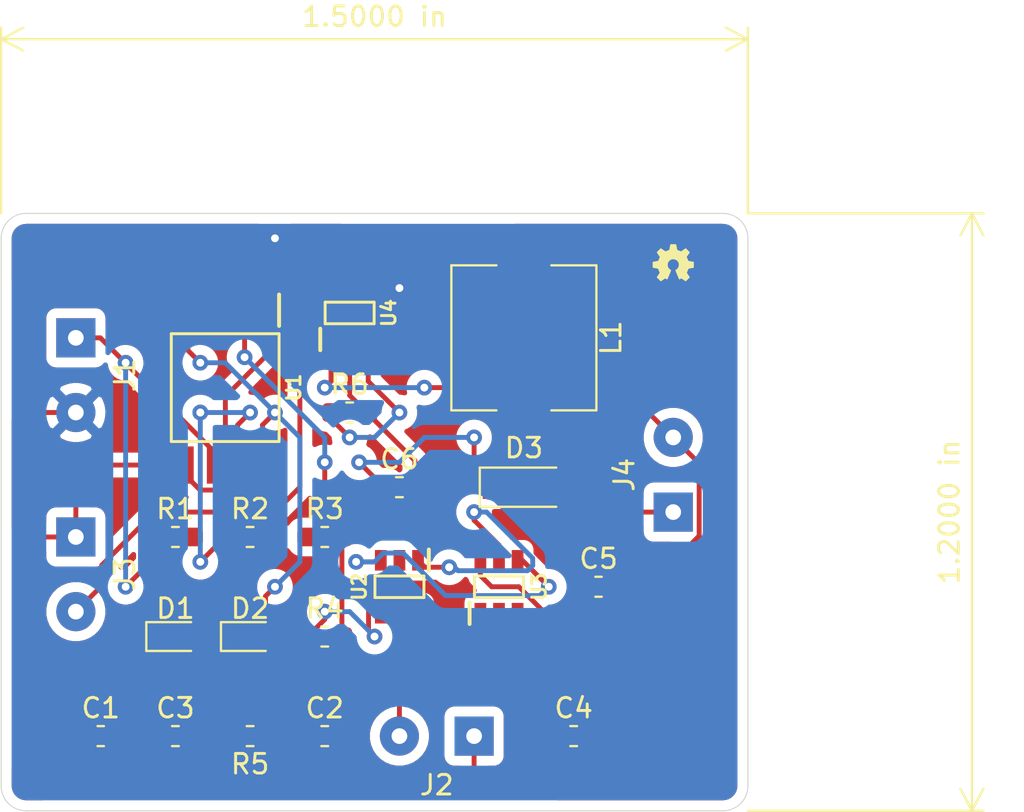
<source format=kicad_pcb>
(kicad_pcb (version 20171130) (host pcbnew "(5.1.2)-1")

  (general
    (thickness 1.6)
    (drawings 10)
    (tracks 242)
    (zones 0)
    (modules 25)
    (nets 20)
  )

  (page A4)
  (title_block
    (title LILIKIT)
    (rev V01)
    (company "Free Design Lab")
    (comment 3 "license : ")
    (comment 4 "Athor : Maxime Eric Mendy")
  )

  (layers
    (0 F.Cu signal)
    (31 B.Cu signal)
    (32 B.Adhes user)
    (33 F.Adhes user)
    (34 B.Paste user)
    (35 F.Paste user)
    (36 B.SilkS user)
    (37 F.SilkS user)
    (38 B.Mask user)
    (39 F.Mask user)
    (40 Dwgs.User user)
    (41 Cmts.User user)
    (42 Eco1.User user)
    (43 Eco2.User user)
    (44 Edge.Cuts user)
    (45 Margin user)
    (46 B.CrtYd user)
    (47 F.CrtYd user)
    (48 B.Fab user)
    (49 F.Fab user)
  )

  (setup
    (last_trace_width 0.25)
    (trace_clearance 0.2)
    (zone_clearance 0.508)
    (zone_45_only no)
    (trace_min 0.2)
    (via_size 0.8)
    (via_drill 0.4)
    (via_min_size 0.4)
    (via_min_drill 0.3)
    (uvia_size 0.3)
    (uvia_drill 0.1)
    (uvias_allowed no)
    (uvia_min_size 0.2)
    (uvia_min_drill 0.1)
    (edge_width 0.05)
    (segment_width 0.2)
    (pcb_text_width 0.3)
    (pcb_text_size 1.5 1.5)
    (mod_edge_width 0.12)
    (mod_text_size 1 1)
    (mod_text_width 0.15)
    (pad_size 1.524 1.524)
    (pad_drill 0.762)
    (pad_to_mask_clearance 0.051)
    (solder_mask_min_width 0.25)
    (aux_axis_origin 0 0)
    (visible_elements 7FFFFFFF)
    (pcbplotparams
      (layerselection 0x010fc_ffffffff)
      (usegerberextensions false)
      (usegerberattributes false)
      (usegerberadvancedattributes false)
      (creategerberjobfile false)
      (excludeedgelayer true)
      (linewidth 0.100000)
      (plotframeref false)
      (viasonmask false)
      (mode 1)
      (useauxorigin false)
      (hpglpennumber 1)
      (hpglpenspeed 20)
      (hpglpendiameter 15.000000)
      (psnegative false)
      (psa4output false)
      (plotreference true)
      (plotvalue true)
      (plotinvisibletext false)
      (padsonsilk false)
      (subtractmaskfromsilk false)
      (outputformat 1)
      (mirror false)
      (drillshape 0)
      (scaleselection 1)
      (outputdirectory "C:/Users/DELL/Documents/LILIKIT/lilikitPCB/gerber/"))
  )

  (net 0 "")
  (net 1 "Net-(C1-Pad1)")
  (net 2 "Net-(C1-Pad2)")
  (net 3 "Net-(C2-Pad1)")
  (net 4 "Net-(C2-Pad2)")
  (net 5 "Net-(C3-Pad1)")
  (net 6 "Net-(C5-Pad1)")
  (net 7 "Net-(C6-Pad1)")
  (net 8 "Net-(D1-Pad1)")
  (net 9 "Net-(D2-Pad1)")
  (net 10 "Net-(D3-Pad2)")
  (net 11 "Net-(J1-Pad1)")
  (net 12 "Net-(J3-Pad2)")
  (net 13 "Net-(R2-Pad1)")
  (net 14 "Net-(R3-Pad1)")
  (net 15 "Net-(R4-Pad1)")
  (net 16 "Net-(U2-Pad4)")
  (net 17 "Net-(U2-Pad3)")
  (net 18 "Net-(U2-Pad1)")
  (net 19 "Net-(U3-Pad1)")

  (net_class Default "Ceci est la Netclass par défaut."
    (clearance 0.2)
    (trace_width 0.25)
    (via_dia 0.8)
    (via_drill 0.4)
    (uvia_dia 0.3)
    (uvia_drill 0.1)
    (add_net "Net-(C1-Pad1)")
    (add_net "Net-(C1-Pad2)")
    (add_net "Net-(C2-Pad1)")
    (add_net "Net-(C2-Pad2)")
    (add_net "Net-(C3-Pad1)")
    (add_net "Net-(C5-Pad1)")
    (add_net "Net-(C6-Pad1)")
    (add_net "Net-(D1-Pad1)")
    (add_net "Net-(D2-Pad1)")
    (add_net "Net-(D3-Pad2)")
    (add_net "Net-(J1-Pad1)")
    (add_net "Net-(J3-Pad2)")
    (add_net "Net-(R2-Pad1)")
    (add_net "Net-(R3-Pad1)")
    (add_net "Net-(R4-Pad1)")
    (add_net "Net-(U2-Pad1)")
    (add_net "Net-(U2-Pad3)")
    (add_net "Net-(U2-Pad4)")
    (add_net "Net-(U3-Pad1)")
  )

  (module logo:A (layer F.Cu) (tedit 0) (tstamp 5D36A509)
    (at 114.3 83.82)
    (fp_text reference G*** (at 0 0) (layer F.SilkS) hide
      (effects (font (size 1.524 1.524) (thickness 0.3)))
    )
    (fp_text value LOGO (at 0.75 0) (layer F.SilkS) hide
      (effects (font (size 1.524 1.524) (thickness 0.3)))
    )
    (fp_poly (pts (xy 0.031962 -0.962946) (xy 0.060477 -0.962731) (xy 0.086069 -0.9624) (xy 0.10795 -0.96197)
      (xy 0.125332 -0.961457) (xy 0.137426 -0.960877) (xy 0.143443 -0.960247) (xy 0.143896 -0.960089)
      (xy 0.145686 -0.955923) (xy 0.148557 -0.945287) (xy 0.152407 -0.928666) (xy 0.157131 -0.906547)
      (xy 0.162624 -0.879414) (xy 0.168783 -0.847752) (xy 0.174237 -0.818854) (xy 0.179966 -0.788472)
      (xy 0.185417 -0.760233) (xy 0.190434 -0.734897) (xy 0.19486 -0.713224) (xy 0.19854 -0.695973)
      (xy 0.201317 -0.683905) (xy 0.203036 -0.677778) (xy 0.203335 -0.677199) (xy 0.207672 -0.674742)
      (xy 0.217466 -0.670197) (xy 0.23172 -0.663966) (xy 0.249437 -0.656451) (xy 0.269624 -0.648055)
      (xy 0.291282 -0.639182) (xy 0.313417 -0.630232) (xy 0.335033 -0.62161) (xy 0.355133 -0.613717)
      (xy 0.372723 -0.606956) (xy 0.386805 -0.601731) (xy 0.396385 -0.598443) (xy 0.400466 -0.597495)
      (xy 0.400471 -0.597497) (xy 0.404158 -0.599768) (xy 0.413003 -0.605605) (xy 0.426353 -0.614566)
      (xy 0.443559 -0.62621) (xy 0.463968 -0.640097) (xy 0.486931 -0.655785) (xy 0.511796 -0.672834)
      (xy 0.517817 -0.676971) (xy 0.543115 -0.694252) (xy 0.56677 -0.710204) (xy 0.588115 -0.724393)
      (xy 0.606486 -0.736385) (xy 0.621215 -0.745746) (xy 0.631636 -0.752043) (xy 0.637084 -0.754841)
      (xy 0.63756 -0.754945) (xy 0.641533 -0.752506) (xy 0.649724 -0.74563) (xy 0.661472 -0.734978)
      (xy 0.676117 -0.72121) (xy 0.693 -0.704986) (xy 0.711458 -0.686968) (xy 0.730833 -0.667815)
      (xy 0.750465 -0.648188) (xy 0.769691 -0.628748) (xy 0.787853 -0.610155) (xy 0.80429 -0.593071)
      (xy 0.818342 -0.578154) (xy 0.829348 -0.566066) (xy 0.836649 -0.557468) (xy 0.839583 -0.55302)
      (xy 0.839611 -0.552821) (xy 0.837669 -0.548571) (xy 0.832139 -0.539215) (xy 0.823464 -0.525436)
      (xy 0.81209 -0.507918) (xy 0.79846 -0.487343) (xy 0.783019 -0.464396) (xy 0.766209 -0.43976)
      (xy 0.765131 -0.438191) (xy 0.748121 -0.413385) (xy 0.732291 -0.390181) (xy 0.718111 -0.369275)
      (xy 0.706048 -0.351362) (xy 0.696569 -0.337138) (xy 0.690144 -0.327297) (xy 0.68724 -0.322535)
      (xy 0.6872 -0.322451) (xy 0.686656 -0.319173) (xy 0.687439 -0.313728) (xy 0.689791 -0.305456)
      (xy 0.693953 -0.293692) (xy 0.700167 -0.277773) (xy 0.708674 -0.257037) (xy 0.719716 -0.23082)
      (xy 0.72552 -0.217186) (xy 0.736818 -0.191075) (xy 0.74723 -0.167702) (xy 0.75641 -0.1478)
      (xy 0.764011 -0.132103) (xy 0.769685 -0.121344) (xy 0.773086 -0.116255) (xy 0.77341 -0.116009)
      (xy 0.778167 -0.114633) (xy 0.789061 -0.112151) (xy 0.805289 -0.108726) (xy 0.826047 -0.10452)
      (xy 0.850533 -0.099695) (xy 0.877941 -0.094414) (xy 0.907471 -0.088839) (xy 0.910701 -0.088236)
      (xy 0.944546 -0.081819) (xy 0.974342 -0.075957) (xy 0.999577 -0.070762) (xy 1.019735 -0.066345)
      (xy 1.034303 -0.062817) (xy 1.042767 -0.060289) (xy 1.044758 -0.059227) (xy 1.045397 -0.054794)
      (xy 1.04599 -0.044095) (xy 1.04652 -0.027918) (xy 1.046971 -0.007051) (xy 1.047327 0.017718)
      (xy 1.047572 0.045599) (xy 1.047688 0.075805) (xy 1.047696 0.083352) (xy 1.047673 0.11913)
      (xy 1.04756 0.148473) (xy 1.047335 0.172) (xy 1.046977 0.190331) (xy 1.046464 0.204086)
      (xy 1.045775 0.213886) (xy 1.044888 0.220349) (xy 1.043782 0.224096) (xy 1.042774 0.225515)
      (xy 1.038261 0.227083) (xy 1.027613 0.229722) (xy 1.011642 0.233262) (xy 0.991161 0.237535)
      (xy 0.966979 0.24237) (xy 0.93991 0.247599) (xy 0.911365 0.252941) (xy 0.879313 0.258957)
      (xy 0.850554 0.26457) (xy 0.825738 0.269643) (xy 0.805512 0.274036) (xy 0.790524 0.27761)
      (xy 0.781423 0.280225) (xy 0.778977 0.281342) (xy 0.776183 0.285823) (xy 0.771329 0.295824)
      (xy 0.764801 0.310381) (xy 0.756988 0.328529) (xy 0.748277 0.349305) (xy 0.739056 0.371745)
      (xy 0.729712 0.394885) (xy 0.720633 0.417761) (xy 0.712208 0.439408) (xy 0.704824 0.458863)
      (xy 0.698867 0.475162) (xy 0.694728 0.487341) (xy 0.692792 0.494436) (xy 0.692747 0.495724)
      (xy 0.69507 0.499554) (xy 0.700936 0.508515) (xy 0.709886 0.521926) (xy 0.721463 0.539106)
      (xy 0.735206 0.559374) (xy 0.750658 0.58205) (xy 0.767022 0.60596) (xy 0.783672 0.630415)
      (xy 0.798977 0.653237) (xy 0.812488 0.673732) (xy 0.823756 0.691202) (xy 0.832332 0.704951)
      (xy 0.837766 0.714283) (xy 0.839611 0.718464) (xy 0.837179 0.722401) (xy 0.830321 0.730567)
      (xy 0.819697 0.742302) (xy 0.805965 0.756943) (xy 0.789785 0.773829) (xy 0.771815 0.7923)
      (xy 0.752714 0.811693) (xy 0.733141 0.831349) (xy 0.713755 0.850604) (xy 0.695215 0.868799)
      (xy 0.678179 0.885272) (xy 0.663307 0.899362) (xy 0.651257 0.910407) (xy 0.642688 0.917746)
      (xy 0.63826 0.920718) (xy 0.63805 0.92075) (xy 0.63397 0.918812) (xy 0.624784 0.913297)
      (xy 0.611182 0.904656) (xy 0.593852 0.893338) (xy 0.573482 0.879792) (xy 0.550762 0.864468)
      (xy 0.527274 0.84843) (xy 0.502911 0.831811) (xy 0.480204 0.816537) (xy 0.459846 0.803059)
      (xy 0.442533 0.791828) (xy 0.428956 0.783293) (xy 0.41981 0.777905) (xy 0.415842 0.776111)
      (xy 0.410685 0.777722) (xy 0.400621 0.782157) (xy 0.386914 0.788813) (xy 0.370827 0.797091)
      (xy 0.363437 0.801029) (xy 0.345694 0.810241) (xy 0.330218 0.817621) (xy 0.318175 0.822654)
      (xy 0.310733 0.824822) (xy 0.3096 0.824841) (xy 0.307802 0.823873) (xy 0.305468 0.821147)
      (xy 0.302407 0.816237) (xy 0.298429 0.808713) (xy 0.293343 0.798148) (xy 0.286959 0.784115)
      (xy 0.279086 0.766184) (xy 0.269534 0.743928) (xy 0.258114 0.71692) (xy 0.244633 0.68473)
      (xy 0.228903 0.646932) (xy 0.210732 0.603097) (xy 0.207542 0.595388) (xy 0.191845 0.557311)
      (xy 0.177022 0.521071) (xy 0.163283 0.487205) (xy 0.150843 0.456249) (xy 0.139912 0.42874)
      (xy 0.130703 0.405215) (xy 0.123428 0.386211) (xy 0.1183 0.372264) (xy 0.115531 0.36391)
      (xy 0.115111 0.361673) (xy 0.118714 0.357567) (xy 0.126891 0.350574) (xy 0.138357 0.341738)
      (xy 0.149426 0.33377) (xy 0.1787 0.312202) (xy 0.202606 0.291827) (xy 0.222363 0.271307)
      (xy 0.239189 0.249303) (xy 0.254302 0.224477) (xy 0.261711 0.21036) (xy 0.278303 0.169784)
      (xy 0.288247 0.127888) (xy 0.291652 0.085384) (xy 0.288627 0.042985) (xy 0.27928 0.001402)
      (xy 0.263719 -0.038652) (xy 0.242055 -0.076465) (xy 0.214394 -0.111325) (xy 0.212267 -0.113603)
      (xy 0.179179 -0.143866) (xy 0.142228 -0.168457) (xy 0.10094 -0.18767) (xy 0.081014 -0.194578)
      (xy 0.069398 -0.197934) (xy 0.058448 -0.200256) (xy 0.046426 -0.201723) (xy 0.031596 -0.202518)
      (xy 0.012218 -0.202823) (xy 0.001764 -0.202847) (xy -0.020198 -0.202701) (xy -0.03685 -0.202142)
      (xy -0.049936 -0.200988) (xy -0.061197 -0.199057) (xy -0.072376 -0.196169) (xy -0.077611 -0.194582)
      (xy -0.120663 -0.177635) (xy -0.159749 -0.155076) (xy -0.194466 -0.127248) (xy -0.224407 -0.094491)
      (xy -0.249166 -0.057148) (xy -0.256022 -0.044097) (xy -0.270308 -0.011558) (xy -0.279699 0.019254)
      (xy -0.28482 0.051002) (xy -0.286301 0.084666) (xy -0.282926 0.129853) (xy -0.272922 0.172962)
      (xy -0.256467 0.213549) (xy -0.233739 0.251172) (xy -0.205587 0.284705) (xy -0.192958 0.296507)
      (xy -0.176554 0.310272) (xy -0.158508 0.324342) (xy -0.140956 0.337061) (xy -0.126032 0.346773)
      (xy -0.124209 0.347836) (xy -0.116089 0.354017) (xy -0.1112 0.3606) (xy -0.110886 0.361561)
      (xy -0.111895 0.366196) (xy -0.115527 0.376967) (xy -0.121644 0.393522) (xy -0.130106 0.415504)
      (xy -0.140773 0.44256) (xy -0.153505 0.474336) (xy -0.168163 0.510476) (xy -0.184607 0.550626)
      (xy -0.200883 0.590055) (xy -0.216458 0.627626) (xy -0.23131 0.663393) (xy -0.245206 0.696805)
      (xy -0.257917 0.727309) (xy -0.269212 0.754353) (xy -0.27886 0.777384) (xy -0.28663 0.795851)
      (xy -0.29229 0.809201) (xy -0.295612 0.816881) (xy -0.296352 0.818478) (xy -0.302069 0.824109)
      (xy -0.306798 0.8255) (xy -0.312154 0.823885) (xy -0.322399 0.819441) (xy -0.336257 0.812769)
      (xy -0.352451 0.80447) (xy -0.359971 0.800467) (xy -0.380671 0.789716) (xy -0.397003 0.782076)
      (xy -0.40842 0.777783) (xy -0.414012 0.77697) (xy -0.418972 0.779354) (xy -0.428793 0.785208)
      (xy -0.442563 0.793949) (xy -0.459371 0.804989) (xy -0.478305 0.817744) (xy -0.490361 0.826014)
      (xy -0.522943 0.848488) (xy -0.55022 0.867233) (xy -0.572672 0.882564) (xy -0.590777 0.894796)
      (xy -0.605013 0.904242) (xy -0.615859 0.911219) (xy -0.623793 0.91604) (xy -0.629293 0.91902)
      (xy -0.632837 0.920472) (xy -0.634453 0.92075) (xy -0.638111 0.918333) (xy -0.646156 0.911443)
      (xy -0.658014 0.900623) (xy -0.67311 0.886415) (xy -0.69087 0.869361) (xy -0.710717 0.850004)
      (xy -0.732077 0.828887) (xy -0.736298 0.824681) (xy -0.757822 0.803104) (xy -0.77777 0.782904)
      (xy -0.795586 0.764661) (xy -0.810711 0.748954) (xy -0.822588 0.736363) (xy -0.830662 0.727467)
      (xy -0.834374 0.722844) (xy -0.834537 0.722509) (xy -0.835162 0.720441) (xy -0.83538 0.718328)
      (xy -0.834837 0.715597) (xy -0.833176 0.711675) (xy -0.830044 0.705989) (xy -0.825084 0.697967)
      (xy -0.817941 0.687035) (xy -0.80826 0.672621) (xy -0.795686 0.654153) (xy -0.779864 0.631056)
      (xy -0.760438 0.602759) (xy -0.75867 0.600184) (xy -0.742249 0.576128) (xy -0.727177 0.553777)
      (xy -0.713907 0.533824) (xy -0.702895 0.516964) (xy -0.694593 0.503893) (xy -0.689458 0.495304)
      (xy -0.687917 0.491993) (xy -0.689187 0.487549) (xy -0.692785 0.4774) (xy -0.698393 0.462379)
      (xy -0.705693 0.443323) (xy -0.714367 0.421065) (xy -0.724097 0.39644) (xy -0.728962 0.384241)
      (xy -0.74128 0.35369) (xy -0.751385 0.329202) (xy -0.759531 0.310227) (xy -0.765968 0.296216)
      (xy -0.770949 0.286621) (xy -0.774726 0.280892) (xy -0.777469 0.278513) (xy -0.78258 0.277167)
      (xy -0.793795 0.274728) (xy -0.810276 0.271363) (xy -0.831187 0.267236) (xy -0.855688 0.262512)
      (xy -0.882943 0.257359) (xy -0.909777 0.252371) (xy -0.938694 0.246956) (xy -0.965507 0.241774)
      (xy -0.989402 0.236995) (xy -1.009563 0.23279) (xy -1.025173 0.229328) (xy -1.035418 0.226778)
      (xy -1.039423 0.225369) (xy -1.040671 0.223167) (xy -1.041694 0.218431) (xy -1.04251 0.210563)
      (xy -1.043141 0.198964) (xy -1.043606 0.183036) (xy -1.043926 0.162178) (xy -1.044121 0.135792)
      (xy -1.044211 0.10328) (xy -1.044222 0.082552) (xy -1.044222 -0.056282) (xy -1.036285 -0.061179)
      (xy -1.031085 -0.062917) (xy -1.019766 -0.065714) (xy -1.003156 -0.069398) (xy -0.982082 -0.073797)
      (xy -0.957372 -0.078738) (xy -0.929855 -0.084048) (xy -0.900357 -0.089554) (xy -0.899584 -0.089696)
      (xy -0.870225 -0.095174) (xy -0.842981 -0.100435) (xy -0.818649 -0.105311) (xy -0.798031 -0.109635)
      (xy -0.781924 -0.113238) (xy -0.771128 -0.115954) (xy -0.766442 -0.117613) (xy -0.766386 -0.117662)
      (xy -0.763826 -0.122013) (xy -0.759013 -0.131871) (xy -0.752377 -0.14623) (xy -0.744351 -0.164088)
      (xy -0.735368 -0.18444) (xy -0.725859 -0.206282) (xy -0.716256 -0.22861) (xy -0.706992 -0.250419)
      (xy -0.698499 -0.270705) (xy -0.691209 -0.288464) (xy -0.685554 -0.302692) (xy -0.681966 -0.312385)
      (xy -0.680861 -0.316393) (xy -0.6828 -0.320434) (xy -0.688326 -0.329603) (xy -0.697 -0.34323)
      (xy -0.708386 -0.360648) (xy -0.722046 -0.381188) (xy -0.737542 -0.404183) (xy -0.754437 -0.428963)
      (xy -0.757123 -0.432878) (xy -0.774272 -0.45796) (xy -0.79017 -0.481423) (xy -0.804366 -0.502588)
      (xy -0.816409 -0.520772) (xy -0.825848 -0.535295) (xy -0.832234 -0.545475) (xy -0.835115 -0.550632)
      (xy -0.835213 -0.550914) (xy -0.834685 -0.553764) (xy -0.831796 -0.558564) (xy -0.826169 -0.565726)
      (xy -0.817427 -0.575661) (xy -0.805194 -0.588782) (xy -0.789092 -0.605502) (xy -0.768745 -0.626232)
      (xy -0.743775 -0.651385) (xy -0.73875 -0.656424) (xy -0.713738 -0.681327) (xy -0.691419 -0.70321)
      (xy -0.672175 -0.721714) (xy -0.656385 -0.736485) (xy -0.644428 -0.747166) (xy -0.636685 -0.753399)
      (xy -0.633802 -0.754945) (xy -0.629472 -0.753005) (xy -0.62003 -0.747481) (xy -0.606157 -0.738812)
      (xy -0.588536 -0.72744) (xy -0.567847 -0.713804) (xy -0.544773 -0.698346) (xy -0.519996 -0.681506)
      (xy -0.517301 -0.67966) (xy -0.492292 -0.66255) (xy -0.468874 -0.646587) (xy -0.447741 -0.632241)
      (xy -0.429587 -0.619979) (xy -0.415105 -0.61027) (xy -0.40499 -0.603583) (xy -0.399933 -0.600384)
      (xy -0.399756 -0.600287) (xy -0.396663 -0.599347) (xy -0.392126 -0.599483) (xy -0.385376 -0.600951)
      (xy -0.375647 -0.604004) (xy -0.362173 -0.608898) (xy -0.344186 -0.615886) (xy -0.320919 -0.625224)
      (xy -0.304506 -0.631897) (xy -0.27544 -0.643763) (xy -0.252231 -0.653304) (xy -0.234194 -0.660846)
      (xy -0.22065 -0.666718) (xy -0.210916 -0.671248) (xy -0.204309 -0.674764) (xy -0.200149 -0.677593)
      (xy -0.197753 -0.680064) (xy -0.196439 -0.682505) (xy -0.195872 -0.684139) (xy -0.19475 -0.689072)
      (xy -0.192505 -0.700135) (xy -0.189292 -0.716518) (xy -0.185266 -0.737411) (xy -0.180585 -0.762004)
      (xy -0.175403 -0.78949) (xy -0.169876 -0.819057) (xy -0.169309 -0.822105) (xy -0.163714 -0.851749)
      (xy -0.158356 -0.879306) (xy -0.1534 -0.903982) (xy -0.149014 -0.924981) (xy -0.145364 -0.941508)
      (xy -0.142616 -0.95277) (xy -0.140937 -0.957969) (xy -0.140825 -0.958137) (xy -0.138721 -0.959419)
      (xy -0.134332 -0.960466) (xy -0.127039 -0.961301) (xy -0.116227 -0.961944) (xy -0.101278 -0.962416)
      (xy -0.081575 -0.962738) (xy -0.056501 -0.962933) (xy -0.025438 -0.963021) (xy 0.001314 -0.96303)
      (xy 0.031962 -0.962946)) (layer F.SilkS) (width 0.01))
  )

  (module Diode_SMD:D_SOD-123 (layer F.Cu) (tedit 58645DC7) (tstamp 5D2CE2AF)
    (at 106.68 95.25)
    (descr SOD-123)
    (tags SOD-123)
    (path /5D2FE6AC)
    (attr smd)
    (fp_text reference D3 (at 0 -2) (layer F.SilkS)
      (effects (font (size 1 1) (thickness 0.15)))
    )
    (fp_text value MBR0540 (at 0 2.1) (layer F.Fab)
      (effects (font (size 1 1) (thickness 0.15)))
    )
    (fp_text user %R (at 0 -2) (layer F.Fab)
      (effects (font (size 1 1) (thickness 0.15)))
    )
    (fp_line (start -2.25 -1) (end -2.25 1) (layer F.SilkS) (width 0.12))
    (fp_line (start 0.25 0) (end 0.75 0) (layer F.Fab) (width 0.1))
    (fp_line (start 0.25 0.4) (end -0.35 0) (layer F.Fab) (width 0.1))
    (fp_line (start 0.25 -0.4) (end 0.25 0.4) (layer F.Fab) (width 0.1))
    (fp_line (start -0.35 0) (end 0.25 -0.4) (layer F.Fab) (width 0.1))
    (fp_line (start -0.35 0) (end -0.35 0.55) (layer F.Fab) (width 0.1))
    (fp_line (start -0.35 0) (end -0.35 -0.55) (layer F.Fab) (width 0.1))
    (fp_line (start -0.75 0) (end -0.35 0) (layer F.Fab) (width 0.1))
    (fp_line (start -1.4 0.9) (end -1.4 -0.9) (layer F.Fab) (width 0.1))
    (fp_line (start 1.4 0.9) (end -1.4 0.9) (layer F.Fab) (width 0.1))
    (fp_line (start 1.4 -0.9) (end 1.4 0.9) (layer F.Fab) (width 0.1))
    (fp_line (start -1.4 -0.9) (end 1.4 -0.9) (layer F.Fab) (width 0.1))
    (fp_line (start -2.35 -1.15) (end 2.35 -1.15) (layer F.CrtYd) (width 0.05))
    (fp_line (start 2.35 -1.15) (end 2.35 1.15) (layer F.CrtYd) (width 0.05))
    (fp_line (start 2.35 1.15) (end -2.35 1.15) (layer F.CrtYd) (width 0.05))
    (fp_line (start -2.35 -1.15) (end -2.35 1.15) (layer F.CrtYd) (width 0.05))
    (fp_line (start -2.25 1) (end 1.65 1) (layer F.SilkS) (width 0.12))
    (fp_line (start -2.25 -1) (end 1.65 -1) (layer F.SilkS) (width 0.12))
    (pad 1 smd rect (at -1.65 0) (size 0.9 1.2) (layers F.Cu F.Paste F.Mask)
      (net 7 "Net-(C6-Pad1)"))
    (pad 2 smd rect (at 1.65 0) (size 0.9 1.2) (layers F.Cu F.Paste F.Mask)
      (net 10 "Net-(D3-Pad2)"))
    (model ${KISYS3DMOD}/Diode_SMD.3dshapes/D_SOD-123.wrl
      (at (xyz 0 0 0))
      (scale (xyz 1 1 1))
      (rotate (xyz 0 0 0))
    )
  )

  (module Connector_Wire:SolderWirePad_1x02_P3.81mm_Drill0.8mm (layer F.Cu) (tedit 5AEE54BF) (tstamp 5D2DBEDC)
    (at 83.82 87.63 270)
    (descr "Wire solder connection")
    (tags connector)
    (path /5D2AF7DB)
    (attr virtual)
    (fp_text reference J1 (at 1.905 -2.5 90) (layer F.SilkS)
      (effects (font (size 1 1) (thickness 0.15)))
    )
    (fp_text value Conn_01x02 (at 1.905 2.54 90) (layer F.Fab)
      (effects (font (size 1 1) (thickness 0.15)))
    )
    (fp_line (start 5.31 1.5) (end -1.49 1.5) (layer F.CrtYd) (width 0.05))
    (fp_line (start 5.31 1.5) (end 5.31 -1.5) (layer F.CrtYd) (width 0.05))
    (fp_line (start -1.49 -1.5) (end -1.49 1.5) (layer F.CrtYd) (width 0.05))
    (fp_line (start -1.49 -1.5) (end 5.31 -1.5) (layer F.CrtYd) (width 0.05))
    (fp_text user %R (at 1.905 0 90) (layer F.Fab)
      (effects (font (size 1 1) (thickness 0.15)))
    )
    (pad 2 thru_hole circle (at 3.81 0 270) (size 1.99898 1.99898) (drill 0.8001) (layers *.Cu *.Mask)
      (net 2 "Net-(C1-Pad2)"))
    (pad 1 thru_hole rect (at 0 0 270) (size 1.99898 1.99898) (drill 0.8001) (layers *.Cu *.Mask)
      (net 11 "Net-(J1-Pad1)"))
  )

  (module Connector_Wire:SolderWirePad_1x02_P3.81mm_Drill0.8mm (layer F.Cu) (tedit 5AEE54BF) (tstamp 5D2DCA76)
    (at 104.14 107.95 180)
    (descr "Wire solder connection")
    (tags connector)
    (path /5D2BBC2A)
    (attr virtual)
    (fp_text reference J2 (at 1.905 -2.5) (layer F.SilkS)
      (effects (font (size 1 1) (thickness 0.15)))
    )
    (fp_text value Conn_01x02 (at 1.905 2.54) (layer F.Fab)
      (effects (font (size 1 1) (thickness 0.15)))
    )
    (fp_line (start 5.31 1.5) (end -1.49 1.5) (layer F.CrtYd) (width 0.05))
    (fp_line (start 5.31 1.5) (end 5.31 -1.5) (layer F.CrtYd) (width 0.05))
    (fp_line (start -1.49 -1.5) (end -1.49 1.5) (layer F.CrtYd) (width 0.05))
    (fp_line (start -1.49 -1.5) (end 5.31 -1.5) (layer F.CrtYd) (width 0.05))
    (fp_text user %R (at 1.905 0) (layer F.Fab)
      (effects (font (size 1 1) (thickness 0.15)))
    )
    (pad 2 thru_hole circle (at 3.81 0 180) (size 1.99898 1.99898) (drill 0.8001) (layers *.Cu *.Mask)
      (net 4 "Net-(C2-Pad2)"))
    (pad 1 thru_hole rect (at 0 0 180) (size 1.99898 1.99898) (drill 0.8001) (layers *.Cu *.Mask)
      (net 5 "Net-(C3-Pad1)"))
  )

  (module Connector_Wire:SolderWirePad_1x02_P3.81mm_Drill0.8mm (layer F.Cu) (tedit 5AEE54BF) (tstamp 5D2DDF7B)
    (at 83.82 97.79 270)
    (descr "Wire solder connection")
    (tags connector)
    (path /5D2BA606)
    (attr virtual)
    (fp_text reference J3 (at 1.905 -2.5 90) (layer F.SilkS)
      (effects (font (size 1 1) (thickness 0.15)))
    )
    (fp_text value Conn_01x02 (at 1.905 2.54 90) (layer F.Fab)
      (effects (font (size 1 1) (thickness 0.15)))
    )
    (fp_text user %R (at 1.905 0 90) (layer F.Fab)
      (effects (font (size 1 1) (thickness 0.15)))
    )
    (fp_line (start -1.49 -1.5) (end 5.31 -1.5) (layer F.CrtYd) (width 0.05))
    (fp_line (start -1.49 -1.5) (end -1.49 1.5) (layer F.CrtYd) (width 0.05))
    (fp_line (start 5.31 1.5) (end 5.31 -1.5) (layer F.CrtYd) (width 0.05))
    (fp_line (start 5.31 1.5) (end -1.49 1.5) (layer F.CrtYd) (width 0.05))
    (pad 1 thru_hole rect (at 0 0 270) (size 1.99898 1.99898) (drill 0.8001) (layers *.Cu *.Mask)
      (net 5 "Net-(C3-Pad1)"))
    (pad 2 thru_hole circle (at 3.81 0 270) (size 1.99898 1.99898) (drill 0.8001) (layers *.Cu *.Mask)
      (net 12 "Net-(J3-Pad2)"))
  )

  (module Connector_Wire:SolderWirePad_1x02_P3.81mm_Drill0.8mm (layer F.Cu) (tedit 5AEE54BF) (tstamp 5D2CE2DB)
    (at 114.3 96.52 90)
    (descr "Wire solder connection")
    (tags connector)
    (path /5D302593)
    (attr virtual)
    (fp_text reference J4 (at 1.905 -2.5 90) (layer F.SilkS)
      (effects (font (size 1 1) (thickness 0.15)))
    )
    (fp_text value Conn_01x02 (at 1.905 2.54 90) (layer F.Fab)
      (effects (font (size 1 1) (thickness 0.15)))
    )
    (fp_text user %R (at 1.905 0 90) (layer F.Fab)
      (effects (font (size 1 1) (thickness 0.15)))
    )
    (fp_line (start -1.49 -1.5) (end 5.31 -1.5) (layer F.CrtYd) (width 0.05))
    (fp_line (start -1.49 -1.5) (end -1.49 1.5) (layer F.CrtYd) (width 0.05))
    (fp_line (start 5.31 1.5) (end 5.31 -1.5) (layer F.CrtYd) (width 0.05))
    (fp_line (start 5.31 1.5) (end -1.49 1.5) (layer F.CrtYd) (width 0.05))
    (pad 1 thru_hole rect (at 0 0 90) (size 1.99898 1.99898) (drill 0.8001) (layers *.Cu *.Mask)
      (net 7 "Net-(C6-Pad1)"))
    (pad 2 thru_hole circle (at 3.81 0 90) (size 1.99898 1.99898) (drill 0.8001) (layers *.Cu *.Mask)
      (net 6 "Net-(C5-Pad1)"))
  )

  (module Inductor_SMD:L_7.3x7.3_H4.5 (layer F.Cu) (tedit 5990349C) (tstamp 5D2CE2F4)
    (at 106.68 87.63 270)
    (descr "Choke, SMD, 7.3x7.3mm 4.5mm height")
    (tags "Choke SMD")
    (path /5D2D9458)
    (attr smd)
    (fp_text reference L1 (at 0 -4.45 90) (layer F.SilkS)
      (effects (font (size 1 1) (thickness 0.15)))
    )
    (fp_text value 4µH (at 0 4.45 90) (layer F.Fab)
      (effects (font (size 1 1) (thickness 0.15)))
    )
    (fp_text user %R (at 0 0 90) (layer F.Fab)
      (effects (font (size 1 1) (thickness 0.15)))
    )
    (fp_line (start 3.7 1.4) (end 3.7 3.7) (layer F.SilkS) (width 0.12))
    (fp_line (start 3.7 3.7) (end -3.7 3.7) (layer F.SilkS) (width 0.12))
    (fp_line (start -3.7 3.7) (end -3.7 1.4) (layer F.SilkS) (width 0.12))
    (fp_line (start -3.7 -1.4) (end -3.7 -3.7) (layer F.SilkS) (width 0.12))
    (fp_line (start -3.7 -3.7) (end 3.7 -3.7) (layer F.SilkS) (width 0.12))
    (fp_line (start 3.7 -3.7) (end 3.7 -1.4) (layer F.SilkS) (width 0.12))
    (fp_line (start -4.2 -3.9) (end -4.2 3.9) (layer F.CrtYd) (width 0.05))
    (fp_line (start -4.2 3.9) (end 4.2 3.9) (layer F.CrtYd) (width 0.05))
    (fp_line (start 4.2 3.9) (end 4.2 -3.9) (layer F.CrtYd) (width 0.05))
    (fp_line (start 4.2 -3.9) (end -4.2 -3.9) (layer F.CrtYd) (width 0.05))
    (fp_line (start 3.65 3.65) (end 3.65 1.4) (layer F.Fab) (width 0.1))
    (fp_line (start 3.65 -3.65) (end 3.65 -1.4) (layer F.Fab) (width 0.1))
    (fp_line (start -3.65 3.65) (end -3.65 1.4) (layer F.Fab) (width 0.1))
    (fp_line (start -3.65 -3.65) (end -3.65 -1.4) (layer F.Fab) (width 0.1))
    (fp_line (start 3.65 3.65) (end -3.65 3.65) (layer F.Fab) (width 0.1))
    (fp_line (start -3.65 -3.65) (end 3.65 -3.65) (layer F.Fab) (width 0.1))
    (fp_arc (start 0 0) (end 2.29 2.29) (angle 90) (layer F.Fab) (width 0.1))
    (fp_arc (start 0 0) (end -2.29 -2.29) (angle 90) (layer F.Fab) (width 0.1))
    (pad 1 smd rect (at -3.2 0 270) (size 1.5 2.2) (layers F.Cu F.Paste F.Mask)
      (net 5 "Net-(C3-Pad1)"))
    (pad 2 smd rect (at 3.2 0 270) (size 1.5 2.2) (layers F.Cu F.Paste F.Mask)
      (net 10 "Net-(D3-Pad2)"))
    (model ${KISYS3DMOD}/Inductor_SMD.3dshapes/L_7.3x7.3_H4.5.wrl
      (at (xyz 0 0 0))
      (scale (xyz 1 1 1))
      (rotate (xyz 0 0 0))
    )
  )

  (module Resistor_SMD:R_0603_1608Metric_Pad1.05x0.95mm_HandSolder (layer F.Cu) (tedit 5B301BBD) (tstamp 5D2CE305)
    (at 88.9 97.79)
    (descr "Resistor SMD 0603 (1608 Metric), square (rectangular) end terminal, IPC_7351 nominal with elongated pad for handsoldering. (Body size source: http://www.tortai-tech.com/upload/download/2011102023233369053.pdf), generated with kicad-footprint-generator")
    (tags "resistor handsolder")
    (path /5D289203)
    (attr smd)
    (fp_text reference R1 (at 0 -1.43) (layer F.SilkS)
      (effects (font (size 1 1) (thickness 0.15)))
    )
    (fp_text value 1K (at 0 1.43) (layer F.Fab)
      (effects (font (size 1 1) (thickness 0.15)))
    )
    (fp_text user %R (at 0 0) (layer F.Fab)
      (effects (font (size 0.4 0.4) (thickness 0.06)))
    )
    (fp_line (start 1.65 0.73) (end -1.65 0.73) (layer F.CrtYd) (width 0.05))
    (fp_line (start 1.65 -0.73) (end 1.65 0.73) (layer F.CrtYd) (width 0.05))
    (fp_line (start -1.65 -0.73) (end 1.65 -0.73) (layer F.CrtYd) (width 0.05))
    (fp_line (start -1.65 0.73) (end -1.65 -0.73) (layer F.CrtYd) (width 0.05))
    (fp_line (start -0.171267 0.51) (end 0.171267 0.51) (layer F.SilkS) (width 0.12))
    (fp_line (start -0.171267 -0.51) (end 0.171267 -0.51) (layer F.SilkS) (width 0.12))
    (fp_line (start 0.8 0.4) (end -0.8 0.4) (layer F.Fab) (width 0.1))
    (fp_line (start 0.8 -0.4) (end 0.8 0.4) (layer F.Fab) (width 0.1))
    (fp_line (start -0.8 -0.4) (end 0.8 -0.4) (layer F.Fab) (width 0.1))
    (fp_line (start -0.8 0.4) (end -0.8 -0.4) (layer F.Fab) (width 0.1))
    (pad 2 smd roundrect (at 0.875 0) (size 1.05 0.95) (layers F.Cu F.Paste F.Mask) (roundrect_rratio 0.25)
      (net 8 "Net-(D1-Pad1)"))
    (pad 1 smd roundrect (at -0.875 0) (size 1.05 0.95) (layers F.Cu F.Paste F.Mask) (roundrect_rratio 0.25)
      (net 11 "Net-(J1-Pad1)"))
    (model ${KISYS3DMOD}/Resistor_SMD.3dshapes/R_0603_1608Metric.wrl
      (at (xyz 0 0 0))
      (scale (xyz 1 1 1))
      (rotate (xyz 0 0 0))
    )
  )

  (module Resistor_SMD:R_0603_1608Metric_Pad1.05x0.95mm_HandSolder (layer F.Cu) (tedit 5B301BBD) (tstamp 5D2CE316)
    (at 92.71 97.79)
    (descr "Resistor SMD 0603 (1608 Metric), square (rectangular) end terminal, IPC_7351 nominal with elongated pad for handsoldering. (Body size source: http://www.tortai-tech.com/upload/download/2011102023233369053.pdf), generated with kicad-footprint-generator")
    (tags "resistor handsolder")
    (path /5D289A47)
    (attr smd)
    (fp_text reference R2 (at 0 -1.43) (layer F.SilkS)
      (effects (font (size 1 1) (thickness 0.15)))
    )
    (fp_text value 1K (at 0 1.43) (layer F.Fab)
      (effects (font (size 1 1) (thickness 0.15)))
    )
    (fp_line (start -0.8 0.4) (end -0.8 -0.4) (layer F.Fab) (width 0.1))
    (fp_line (start -0.8 -0.4) (end 0.8 -0.4) (layer F.Fab) (width 0.1))
    (fp_line (start 0.8 -0.4) (end 0.8 0.4) (layer F.Fab) (width 0.1))
    (fp_line (start 0.8 0.4) (end -0.8 0.4) (layer F.Fab) (width 0.1))
    (fp_line (start -0.171267 -0.51) (end 0.171267 -0.51) (layer F.SilkS) (width 0.12))
    (fp_line (start -0.171267 0.51) (end 0.171267 0.51) (layer F.SilkS) (width 0.12))
    (fp_line (start -1.65 0.73) (end -1.65 -0.73) (layer F.CrtYd) (width 0.05))
    (fp_line (start -1.65 -0.73) (end 1.65 -0.73) (layer F.CrtYd) (width 0.05))
    (fp_line (start 1.65 -0.73) (end 1.65 0.73) (layer F.CrtYd) (width 0.05))
    (fp_line (start 1.65 0.73) (end -1.65 0.73) (layer F.CrtYd) (width 0.05))
    (fp_text user %R (at 0 0) (layer F.Fab)
      (effects (font (size 0.4 0.4) (thickness 0.06)))
    )
    (pad 1 smd roundrect (at -0.875 0) (size 1.05 0.95) (layers F.Cu F.Paste F.Mask) (roundrect_rratio 0.25)
      (net 13 "Net-(R2-Pad1)"))
    (pad 2 smd roundrect (at 0.875 0) (size 1.05 0.95) (layers F.Cu F.Paste F.Mask) (roundrect_rratio 0.25)
      (net 9 "Net-(D2-Pad1)"))
    (model ${KISYS3DMOD}/Resistor_SMD.3dshapes/R_0603_1608Metric.wrl
      (at (xyz 0 0 0))
      (scale (xyz 1 1 1))
      (rotate (xyz 0 0 0))
    )
  )

  (module Resistor_SMD:R_0603_1608Metric_Pad1.05x0.95mm_HandSolder (layer F.Cu) (tedit 5B301BBD) (tstamp 5D2CE327)
    (at 96.52 97.79)
    (descr "Resistor SMD 0603 (1608 Metric), square (rectangular) end terminal, IPC_7351 nominal with elongated pad for handsoldering. (Body size source: http://www.tortai-tech.com/upload/download/2011102023233369053.pdf), generated with kicad-footprint-generator")
    (tags "resistor handsolder")
    (path /5D295603)
    (attr smd)
    (fp_text reference R3 (at 0 -1.43) (layer F.SilkS)
      (effects (font (size 1 1) (thickness 0.15)))
    )
    (fp_text value 1.2K (at 0 1.43) (layer F.Fab)
      (effects (font (size 1 1) (thickness 0.15)))
    )
    (fp_text user %R (at 0 0) (layer F.Fab)
      (effects (font (size 0.4 0.4) (thickness 0.06)))
    )
    (fp_line (start 1.65 0.73) (end -1.65 0.73) (layer F.CrtYd) (width 0.05))
    (fp_line (start 1.65 -0.73) (end 1.65 0.73) (layer F.CrtYd) (width 0.05))
    (fp_line (start -1.65 -0.73) (end 1.65 -0.73) (layer F.CrtYd) (width 0.05))
    (fp_line (start -1.65 0.73) (end -1.65 -0.73) (layer F.CrtYd) (width 0.05))
    (fp_line (start -0.171267 0.51) (end 0.171267 0.51) (layer F.SilkS) (width 0.12))
    (fp_line (start -0.171267 -0.51) (end 0.171267 -0.51) (layer F.SilkS) (width 0.12))
    (fp_line (start 0.8 0.4) (end -0.8 0.4) (layer F.Fab) (width 0.1))
    (fp_line (start 0.8 -0.4) (end 0.8 0.4) (layer F.Fab) (width 0.1))
    (fp_line (start -0.8 -0.4) (end 0.8 -0.4) (layer F.Fab) (width 0.1))
    (fp_line (start -0.8 0.4) (end -0.8 -0.4) (layer F.Fab) (width 0.1))
    (pad 2 smd roundrect (at 0.875 0) (size 1.05 0.95) (layers F.Cu F.Paste F.Mask) (roundrect_rratio 0.25)
      (net 2 "Net-(C1-Pad2)"))
    (pad 1 smd roundrect (at -0.875 0) (size 1.05 0.95) (layers F.Cu F.Paste F.Mask) (roundrect_rratio 0.25)
      (net 14 "Net-(R3-Pad1)"))
    (model ${KISYS3DMOD}/Resistor_SMD.3dshapes/R_0603_1608Metric.wrl
      (at (xyz 0 0 0))
      (scale (xyz 1 1 1))
      (rotate (xyz 0 0 0))
    )
  )

  (module Resistor_SMD:R_0603_1608Metric_Pad1.05x0.95mm_HandSolder (layer F.Cu) (tedit 5B301BBD) (tstamp 5D2CE338)
    (at 96.52 102.87)
    (descr "Resistor SMD 0603 (1608 Metric), square (rectangular) end terminal, IPC_7351 nominal with elongated pad for handsoldering. (Body size source: http://www.tortai-tech.com/upload/download/2011102023233369053.pdf), generated with kicad-footprint-generator")
    (tags "resistor handsolder")
    (path /5D295FB1)
    (attr smd)
    (fp_text reference R4 (at 0 -1.43) (layer F.SilkS)
      (effects (font (size 1 1) (thickness 0.15)))
    )
    (fp_text value 1K (at 0 1.43) (layer F.Fab)
      (effects (font (size 1 1) (thickness 0.15)))
    )
    (fp_line (start -0.8 0.4) (end -0.8 -0.4) (layer F.Fab) (width 0.1))
    (fp_line (start -0.8 -0.4) (end 0.8 -0.4) (layer F.Fab) (width 0.1))
    (fp_line (start 0.8 -0.4) (end 0.8 0.4) (layer F.Fab) (width 0.1))
    (fp_line (start 0.8 0.4) (end -0.8 0.4) (layer F.Fab) (width 0.1))
    (fp_line (start -0.171267 -0.51) (end 0.171267 -0.51) (layer F.SilkS) (width 0.12))
    (fp_line (start -0.171267 0.51) (end 0.171267 0.51) (layer F.SilkS) (width 0.12))
    (fp_line (start -1.65 0.73) (end -1.65 -0.73) (layer F.CrtYd) (width 0.05))
    (fp_line (start -1.65 -0.73) (end 1.65 -0.73) (layer F.CrtYd) (width 0.05))
    (fp_line (start 1.65 -0.73) (end 1.65 0.73) (layer F.CrtYd) (width 0.05))
    (fp_line (start 1.65 0.73) (end -1.65 0.73) (layer F.CrtYd) (width 0.05))
    (fp_text user %R (at 0 0) (layer F.Fab)
      (effects (font (size 0.4 0.4) (thickness 0.06)))
    )
    (pad 1 smd roundrect (at -0.875 0) (size 1.05 0.95) (layers F.Cu F.Paste F.Mask) (roundrect_rratio 0.25)
      (net 15 "Net-(R4-Pad1)"))
    (pad 2 smd roundrect (at 0.875 0) (size 1.05 0.95) (layers F.Cu F.Paste F.Mask) (roundrect_rratio 0.25)
      (net 2 "Net-(C1-Pad2)"))
    (model ${KISYS3DMOD}/Resistor_SMD.3dshapes/R_0603_1608Metric.wrl
      (at (xyz 0 0 0))
      (scale (xyz 1 1 1))
      (rotate (xyz 0 0 0))
    )
  )

  (module Resistor_SMD:R_0603_1608Metric_Pad1.05x0.95mm_HandSolder (layer F.Cu) (tedit 5B301BBD) (tstamp 5D2CE349)
    (at 92.71 107.95 180)
    (descr "Resistor SMD 0603 (1608 Metric), square (rectangular) end terminal, IPC_7351 nominal with elongated pad for handsoldering. (Body size source: http://www.tortai-tech.com/upload/download/2011102023233369053.pdf), generated with kicad-footprint-generator")
    (tags "resistor handsolder")
    (path /5D296B97)
    (attr smd)
    (fp_text reference R5 (at 0 -1.43) (layer F.SilkS)
      (effects (font (size 1 1) (thickness 0.15)))
    )
    (fp_text value 100 (at 0 1.43) (layer F.Fab)
      (effects (font (size 1 1) (thickness 0.15)))
    )
    (fp_line (start -0.8 0.4) (end -0.8 -0.4) (layer F.Fab) (width 0.1))
    (fp_line (start -0.8 -0.4) (end 0.8 -0.4) (layer F.Fab) (width 0.1))
    (fp_line (start 0.8 -0.4) (end 0.8 0.4) (layer F.Fab) (width 0.1))
    (fp_line (start 0.8 0.4) (end -0.8 0.4) (layer F.Fab) (width 0.1))
    (fp_line (start -0.171267 -0.51) (end 0.171267 -0.51) (layer F.SilkS) (width 0.12))
    (fp_line (start -0.171267 0.51) (end 0.171267 0.51) (layer F.SilkS) (width 0.12))
    (fp_line (start -1.65 0.73) (end -1.65 -0.73) (layer F.CrtYd) (width 0.05))
    (fp_line (start -1.65 -0.73) (end 1.65 -0.73) (layer F.CrtYd) (width 0.05))
    (fp_line (start 1.65 -0.73) (end 1.65 0.73) (layer F.CrtYd) (width 0.05))
    (fp_line (start 1.65 0.73) (end -1.65 0.73) (layer F.CrtYd) (width 0.05))
    (fp_text user %R (at 0 0) (layer F.Fab)
      (effects (font (size 0.4 0.4) (thickness 0.06)))
    )
    (pad 1 smd roundrect (at -0.875 0 180) (size 1.05 0.95) (layers F.Cu F.Paste F.Mask) (roundrect_rratio 0.25)
      (net 3 "Net-(C2-Pad1)"))
    (pad 2 smd roundrect (at 0.875 0 180) (size 1.05 0.95) (layers F.Cu F.Paste F.Mask) (roundrect_rratio 0.25)
      (net 5 "Net-(C3-Pad1)"))
    (model ${KISYS3DMOD}/Resistor_SMD.3dshapes/R_0603_1608Metric.wrl
      (at (xyz 0 0 0))
      (scale (xyz 1 1 1))
      (rotate (xyz 0 0 0))
    )
  )

  (module Resistor_SMD:R_0603_1608Metric_Pad1.05x0.95mm_HandSolder (layer F.Cu) (tedit 5B301BBD) (tstamp 5D2CE35A)
    (at 97.79 91.44)
    (descr "Resistor SMD 0603 (1608 Metric), square (rectangular) end terminal, IPC_7351 nominal with elongated pad for handsoldering. (Body size source: http://www.tortai-tech.com/upload/download/2011102023233369053.pdf), generated with kicad-footprint-generator")
    (tags "resistor handsolder")
    (path /5D2D8B54)
    (attr smd)
    (fp_text reference R6 (at 0 -1.43) (layer F.SilkS)
      (effects (font (size 1 1) (thickness 0.15)))
    )
    (fp_text value 68 (at 0 1.43) (layer F.Fab)
      (effects (font (size 1 1) (thickness 0.15)))
    )
    (fp_text user %R (at 0 0) (layer F.Fab)
      (effects (font (size 0.4 0.4) (thickness 0.06)))
    )
    (fp_line (start 1.65 0.73) (end -1.65 0.73) (layer F.CrtYd) (width 0.05))
    (fp_line (start 1.65 -0.73) (end 1.65 0.73) (layer F.CrtYd) (width 0.05))
    (fp_line (start -1.65 -0.73) (end 1.65 -0.73) (layer F.CrtYd) (width 0.05))
    (fp_line (start -1.65 0.73) (end -1.65 -0.73) (layer F.CrtYd) (width 0.05))
    (fp_line (start -0.171267 0.51) (end 0.171267 0.51) (layer F.SilkS) (width 0.12))
    (fp_line (start -0.171267 -0.51) (end 0.171267 -0.51) (layer F.SilkS) (width 0.12))
    (fp_line (start 0.8 0.4) (end -0.8 0.4) (layer F.Fab) (width 0.1))
    (fp_line (start 0.8 -0.4) (end 0.8 0.4) (layer F.Fab) (width 0.1))
    (fp_line (start -0.8 -0.4) (end 0.8 -0.4) (layer F.Fab) (width 0.1))
    (fp_line (start -0.8 0.4) (end -0.8 -0.4) (layer F.Fab) (width 0.1))
    (pad 2 smd roundrect (at 0.875 0) (size 1.05 0.95) (layers F.Cu F.Paste F.Mask) (roundrect_rratio 0.25)
      (net 2 "Net-(C1-Pad2)"))
    (pad 1 smd roundrect (at -0.875 0) (size 1.05 0.95) (layers F.Cu F.Paste F.Mask) (roundrect_rratio 0.25)
      (net 6 "Net-(C5-Pad1)"))
    (model ${KISYS3DMOD}/Resistor_SMD.3dshapes/R_0603_1608Metric.wrl
      (at (xyz 0 0 0))
      (scale (xyz 1 1 1))
      (rotate (xyz 0 0 0))
    )
  )

  (module kicad-libs-master:SOP-8-208mil (layer F.Cu) (tedit 5D26ED1B) (tstamp 5D2CE38D)
    (at 91.44 90.17 270)
    (path /5D28828B)
    (fp_text reference U1 (at 0 -3.5 90) (layer F.SilkS)
      (effects (font (size 0.7 0.7) (thickness 0.15)))
    )
    (fp_text value TP4056 (at 0 -3.5 90) (layer F.SilkS) hide
      (effects (font (size 0.7 0.7) (thickness 0.15)))
    )
    (fp_line (start -2.75 2.75) (end -2.75 -2.75) (layer F.SilkS) (width 0.15))
    (fp_line (start 2.75 2.75) (end -2.75 2.75) (layer F.SilkS) (width 0.15))
    (fp_line (start 2.75 -2.75) (end 2.75 2.75) (layer F.SilkS) (width 0.15))
    (fp_line (start -2.75 -2.75) (end 2.75 -2.75) (layer F.SilkS) (width 0.15))
    (fp_line (start -5.25 -3) (end 5.25 -3) (layer F.CrtYd) (width 0.05))
    (fp_line (start -5.25 3) (end -5.25 -3) (layer F.CrtYd) (width 0.05))
    (fp_line (start 5.25 3) (end -5.25 3) (layer F.CrtYd) (width 0.05))
    (fp_line (start 5.25 -3) (end 5.25 3) (layer F.CrtYd) (width 0.05))
    (fp_line (start 2.75 2.75) (end -2.75 2.75) (layer F.Fab) (width 0.1))
    (fp_line (start 2.75 -2.75) (end 2.75 2.75) (layer F.Fab) (width 0.1))
    (fp_line (start -2.75 -2.75) (end 2.75 -2.75) (layer F.Fab) (width 0.1))
    (fp_text user %R (at 0 0 180) (layer F.Fab)
      (effects (font (size 1.5 1.5) (thickness 0.15)))
    )
    (fp_line (start -3.15 -2.75) (end -4.75 -2.75) (layer F.SilkS) (width 0.2))
    (fp_circle (center -2 -2) (end -1.6 -2) (layer F.Fab) (width 0.15))
    (fp_line (start -2.75 -2.75) (end -2.75 2.75) (layer F.Fab) (width 0.1))
    (fp_line (start -2.794 -0.889) (end -4.362 -0.889) (layer F.Fab) (width 0.1))
    (fp_line (start -4.362 -0.889) (end -4.362 -0.381) (layer F.Fab) (width 0.1))
    (fp_line (start -4.362 -0.381) (end -2.794 -0.381) (layer F.Fab) (width 0.1))
    (fp_line (start -2.794 0.381) (end -4.362 0.381) (layer F.Fab) (width 0.1))
    (fp_line (start -4.362 0.381) (end -4.362 0.889) (layer F.Fab) (width 0.1))
    (fp_line (start -4.362 0.889) (end -2.794 0.889) (layer F.Fab) (width 0.1))
    (fp_line (start -2.794 1.651) (end -4.362 1.651) (layer F.Fab) (width 0.1))
    (fp_line (start -4.362 1.651) (end -4.362 2.159) (layer F.Fab) (width 0.1))
    (fp_line (start -4.362 2.159) (end -2.794 2.159) (layer F.Fab) (width 0.1))
    (fp_line (start -2.794 -2.159) (end -4.362 -2.159) (layer F.Fab) (width 0.1))
    (fp_line (start -4.362 -2.159) (end -4.362 -1.651) (layer F.Fab) (width 0.1))
    (fp_line (start -4.362 -1.651) (end -2.794 -1.651) (layer F.Fab) (width 0.1))
    (fp_line (start 4.362 -2.159) (end 2.794 -2.159) (layer F.Fab) (width 0.1))
    (fp_line (start 4.362 0.889) (end 4.362 0.381) (layer F.Fab) (width 0.1))
    (fp_line (start 2.794 2.159) (end 4.362 2.159) (layer F.Fab) (width 0.1))
    (fp_line (start 2.794 -0.381) (end 4.362 -0.381) (layer F.Fab) (width 0.1))
    (fp_line (start 4.362 0.381) (end 2.794 0.381) (layer F.Fab) (width 0.1))
    (fp_line (start 2.794 0.889) (end 4.362 0.889) (layer F.Fab) (width 0.1))
    (fp_line (start 4.362 -0.889) (end 2.794 -0.889) (layer F.Fab) (width 0.1))
    (fp_line (start 4.362 2.159) (end 4.362 1.651) (layer F.Fab) (width 0.1))
    (fp_line (start 4.362 -1.651) (end 4.362 -2.159) (layer F.Fab) (width 0.1))
    (fp_line (start 2.794 -1.651) (end 4.362 -1.651) (layer F.Fab) (width 0.1))
    (fp_line (start 4.362 -0.381) (end 4.362 -0.889) (layer F.Fab) (width 0.1))
    (fp_line (start 4.362 1.651) (end 2.794 1.651) (layer F.Fab) (width 0.1))
    (pad 1 smd rect (at -3.95 -1.905 270) (size 1.9 0.6) (layers F.Cu F.Paste F.Mask)
      (net 2 "Net-(C1-Pad2)"))
    (pad 2 smd rect (at -3.95 -0.635 270) (size 1.9 0.6) (layers F.Cu F.Paste F.Mask)
      (net 14 "Net-(R3-Pad1)"))
    (pad 3 smd rect (at -3.95 0.635 270) (size 1.9 0.6) (layers F.Cu F.Paste F.Mask)
      (net 2 "Net-(C1-Pad2)"))
    (pad 4 smd rect (at -3.95 1.905 270) (size 1.9 0.6) (layers F.Cu F.Paste F.Mask)
      (net 1 "Net-(C1-Pad1)"))
    (pad 5 smd rect (at 3.95 1.905 270) (size 1.9 0.6) (layers F.Cu F.Paste F.Mask)
      (net 5 "Net-(C3-Pad1)"))
    (pad 6 smd rect (at 3.95 0.635 270) (size 1.9 0.6) (layers F.Cu F.Paste F.Mask)
      (net 11 "Net-(J1-Pad1)"))
    (pad 7 smd rect (at 3.95 -0.635 270) (size 1.9 0.6) (layers F.Cu F.Paste F.Mask)
      (net 13 "Net-(R2-Pad1)"))
    (pad 8 smd rect (at 3.95 -1.905 270) (size 1.9 0.6) (layers F.Cu F.Paste F.Mask)
      (net 1 "Net-(C1-Pad1)"))
    (model ${KISYS3DMOD}/Package_SO.3dshapes/SSOP-8_5.25x5.24mm_P1.27mm.step
      (at (xyz 0 0 0))
      (scale (xyz 1 1 1))
      (rotate (xyz 0 0 0))
    )
  )

  (module kicad-libs-master:SOT-23-6 (layer F.Cu) (tedit 5CD9541A) (tstamp 5D2CE3AF)
    (at 100.33 100.33 180)
    (path /5D29A989)
    (attr smd)
    (fp_text reference U2 (at 2.05 0 90) (layer F.SilkS)
      (effects (font (size 0.7 0.7) (thickness 0.15)))
    )
    (fp_text value DW01A (at 0 0) (layer F.SilkS) hide
      (effects (font (size 0.81 0.81) (thickness 0.15)))
    )
    (fp_line (start -1.5 2.15) (end -1.5 -2.15) (layer F.CrtYd) (width 0.05))
    (fp_line (start 1.5 2.15) (end -1.5 2.15) (layer F.CrtYd) (width 0.05))
    (fp_line (start 1.5 -2.15) (end 1.5 2.15) (layer F.CrtYd) (width 0.05))
    (fp_line (start -1.5 -2.15) (end 1.5 -2.15) (layer F.CrtYd) (width 0.05))
    (fp_line (start -1.25 0.55) (end -1.25 -0.55) (layer F.SilkS) (width 0.15))
    (fp_line (start 1.25 0.55) (end -1.25 0.55) (layer F.SilkS) (width 0.15))
    (fp_line (start 1.25 -0.55) (end 1.25 0.55) (layer F.SilkS) (width 0.15))
    (fp_line (start -1.25 -0.55) (end 1.25 -0.55) (layer F.SilkS) (width 0.15))
    (fp_text user %R (at 0 -0.2 90) (layer F.Fab)
      (effects (font (size 1 1) (thickness 0.1)))
    )
    (fp_line (start -1.3 1.9) (end -1.3 -1.9) (layer F.Fab) (width 0.1))
    (fp_line (start 1.3 1.9) (end -1.3 1.9) (layer F.Fab) (width 0.1))
    (fp_line (start 1.3 -1.9) (end 1.3 1.9) (layer F.Fab) (width 0.1))
    (fp_line (start -1.3 -1.9) (end 1.3 -1.9) (layer F.Fab) (width 0.1))
    (fp_line (start -1.25 1.1) (end -0.5 1.85) (layer F.Fab) (width 0.15))
    (fp_line (start -0.65 1.85) (end -1.25 1.25) (layer F.Fab) (width 0.15))
    (fp_line (start -1.25 1.4) (end -0.8 1.85) (layer F.Fab) (width 0.15))
    (fp_line (start -0.95 1.85) (end -1.25 1.55) (layer F.Fab) (width 0.15))
    (fp_line (start -1.25 1.7) (end -1.1 1.85) (layer F.Fab) (width 0.15))
    (fp_line (start -1.25 1.85) (end -1.2 1.8) (layer F.Fab) (width 0.15))
    (fp_line (start -1.25 0.95) (end -0.35 1.85) (layer F.Fab) (width 0.15))
    (fp_line (start -0.2 1.85) (end -1.25 0.8) (layer F.Fab) (width 0.15))
    (fp_line (start -1.25 0.65) (end -0.05 1.85) (layer F.Fab) (width 0.15))
    (fp_line (start 0.1 1.85) (end -1.25 0.5) (layer F.Fab) (width 0.15))
    (fp_line (start -1.5 1.9) (end -1.5 0.8) (layer F.SilkS) (width 0.2))
    (pad 5 smd rect (at 0 -1.35 180) (size 0.6 1.05) (layers F.Cu F.Paste F.Mask)
      (net 3 "Net-(C2-Pad1)"))
    (pad 6 smd rect (at -0.95 -1.35 180) (size 0.6 1.05) (layers F.Cu F.Paste F.Mask)
      (net 4 "Net-(C2-Pad2)"))
    (pad 4 smd rect (at 0.95 -1.35 180) (size 0.6 1.05) (layers F.Cu F.Paste F.Mask)
      (net 16 "Net-(U2-Pad4)"))
    (pad 3 smd rect (at 0.95 1.35 180) (size 0.6 1.05) (layers F.Cu F.Paste F.Mask)
      (net 17 "Net-(U2-Pad3)"))
    (pad 2 smd rect (at 0 1.35 180) (size 0.6 1.05) (layers F.Cu F.Paste F.Mask)
      (net 15 "Net-(R4-Pad1)"))
    (pad 1 smd rect (at -0.95 1.35 180) (size 0.6 1.05) (layers F.Cu F.Paste F.Mask)
      (net 18 "Net-(U2-Pad1)"))
    (model ${KISYS3DMOD}/Package_TO_SOT_SMD.3dshapes/SOT-23-6.step
      (at (xyz 0 0 0))
      (scale (xyz 1 1 1))
      (rotate (xyz 0 0 -90))
    )
  )

  (module kicad-libs-master:SOT-23-6 (layer F.Cu) (tedit 5CD9541A) (tstamp 5D2CE3D1)
    (at 105.41 100.33)
    (path /5D2A61C4)
    (attr smd)
    (fp_text reference U3 (at 2.05 0 90) (layer F.SilkS)
      (effects (font (size 0.7 0.7) (thickness 0.15)))
    )
    (fp_text value FS8205A-TSSOP-8 (at 0 0) (layer F.SilkS) hide
      (effects (font (size 0.81 0.81) (thickness 0.15)))
    )
    (fp_line (start -1.5 1.9) (end -1.5 0.8) (layer F.SilkS) (width 0.2))
    (fp_line (start 0.1 1.85) (end -1.25 0.5) (layer F.Fab) (width 0.15))
    (fp_line (start -1.25 0.65) (end -0.05 1.85) (layer F.Fab) (width 0.15))
    (fp_line (start -0.2 1.85) (end -1.25 0.8) (layer F.Fab) (width 0.15))
    (fp_line (start -1.25 0.95) (end -0.35 1.85) (layer F.Fab) (width 0.15))
    (fp_line (start -1.25 1.85) (end -1.2 1.8) (layer F.Fab) (width 0.15))
    (fp_line (start -1.25 1.7) (end -1.1 1.85) (layer F.Fab) (width 0.15))
    (fp_line (start -0.95 1.85) (end -1.25 1.55) (layer F.Fab) (width 0.15))
    (fp_line (start -1.25 1.4) (end -0.8 1.85) (layer F.Fab) (width 0.15))
    (fp_line (start -0.65 1.85) (end -1.25 1.25) (layer F.Fab) (width 0.15))
    (fp_line (start -1.25 1.1) (end -0.5 1.85) (layer F.Fab) (width 0.15))
    (fp_line (start -1.3 -1.9) (end 1.3 -1.9) (layer F.Fab) (width 0.1))
    (fp_line (start 1.3 -1.9) (end 1.3 1.9) (layer F.Fab) (width 0.1))
    (fp_line (start 1.3 1.9) (end -1.3 1.9) (layer F.Fab) (width 0.1))
    (fp_line (start -1.3 1.9) (end -1.3 -1.9) (layer F.Fab) (width 0.1))
    (fp_text user %R (at 0 -0.2 90) (layer F.Fab)
      (effects (font (size 1 1) (thickness 0.1)))
    )
    (fp_line (start -1.25 -0.55) (end 1.25 -0.55) (layer F.SilkS) (width 0.15))
    (fp_line (start 1.25 -0.55) (end 1.25 0.55) (layer F.SilkS) (width 0.15))
    (fp_line (start 1.25 0.55) (end -1.25 0.55) (layer F.SilkS) (width 0.15))
    (fp_line (start -1.25 0.55) (end -1.25 -0.55) (layer F.SilkS) (width 0.15))
    (fp_line (start -1.5 -2.15) (end 1.5 -2.15) (layer F.CrtYd) (width 0.05))
    (fp_line (start 1.5 -2.15) (end 1.5 2.15) (layer F.CrtYd) (width 0.05))
    (fp_line (start 1.5 2.15) (end -1.5 2.15) (layer F.CrtYd) (width 0.05))
    (fp_line (start -1.5 2.15) (end -1.5 -2.15) (layer F.CrtYd) (width 0.05))
    (pad 1 smd rect (at -0.95 1.35) (size 0.6 1.05) (layers F.Cu F.Paste F.Mask)
      (net 19 "Net-(U3-Pad1)"))
    (pad 2 smd rect (at 0 1.35) (size 0.6 1.05) (layers F.Cu F.Paste F.Mask)
      (net 4 "Net-(C2-Pad2)"))
    (pad 3 smd rect (at 0.95 1.35) (size 0.6 1.05) (layers F.Cu F.Paste F.Mask)
      (net 4 "Net-(C2-Pad2)"))
    (pad 4 smd rect (at 0.95 -1.35) (size 0.6 1.05) (layers F.Cu F.Paste F.Mask)
      (net 17 "Net-(U2-Pad3)"))
    (pad 6 smd rect (at -0.95 -1.35) (size 0.6 1.05) (layers F.Cu F.Paste F.Mask)
      (net 2 "Net-(C1-Pad2)"))
    (pad 5 smd rect (at 0 -1.35) (size 0.6 1.05) (layers F.Cu F.Paste F.Mask)
      (net 18 "Net-(U2-Pad1)"))
    (model ${KISYS3DMOD}/Package_TO_SOT_SMD.3dshapes/SOT-23-6.step
      (at (xyz 0 0 0))
      (scale (xyz 1 1 1))
      (rotate (xyz 0 0 -90))
    )
  )

  (module kicad-libs-master:SOT-23-5 (layer F.Cu) (tedit 5CD953F1) (tstamp 5D2DED94)
    (at 97.79 86.36)
    (path /5D2C9CA1)
    (attr smd)
    (fp_text reference U4 (at 2 0 90) (layer F.SilkS)
      (effects (font (size 0.7 0.7) (thickness 0.15)))
    )
    (fp_text value LT1615 (at 0 0) (layer F.SilkS) hide
      (effects (font (size 0.81 0.81) (thickness 0.15)))
    )
    (fp_line (start -1.5 1.9) (end -1.5 0.8) (layer F.SilkS) (width 0.2))
    (fp_line (start 0.1 1.85) (end -1.25 0.5) (layer F.Fab) (width 0.15))
    (fp_line (start -1.25 0.65) (end -0.05 1.85) (layer F.Fab) (width 0.15))
    (fp_line (start -0.2 1.85) (end -1.25 0.8) (layer F.Fab) (width 0.15))
    (fp_line (start -1.25 0.95) (end -0.35 1.85) (layer F.Fab) (width 0.15))
    (fp_line (start -1.25 1.85) (end -1.2 1.8) (layer F.Fab) (width 0.15))
    (fp_line (start -1.25 1.7) (end -1.1 1.85) (layer F.Fab) (width 0.15))
    (fp_line (start -0.95 1.85) (end -1.25 1.55) (layer F.Fab) (width 0.15))
    (fp_line (start -1.25 1.4) (end -0.8 1.85) (layer F.Fab) (width 0.15))
    (fp_line (start -0.65 1.85) (end -1.25 1.25) (layer F.Fab) (width 0.15))
    (fp_line (start -1.25 1.1) (end -0.5 1.85) (layer F.Fab) (width 0.15))
    (fp_line (start -1.3 -1.9) (end 1.3 -1.9) (layer F.Fab) (width 0.1))
    (fp_line (start 1.3 -1.9) (end 1.3 1.9) (layer F.Fab) (width 0.1))
    (fp_line (start 1.3 1.9) (end -1.3 1.9) (layer F.Fab) (width 0.1))
    (fp_line (start -1.3 1.9) (end -1.3 -1.9) (layer F.Fab) (width 0.1))
    (fp_text user %R (at 0 -0.2 90) (layer F.Fab)
      (effects (font (size 1 1) (thickness 0.1)))
    )
    (fp_line (start -1.25 -0.55) (end 1.25 -0.55) (layer F.SilkS) (width 0.15))
    (fp_line (start 1.25 -0.55) (end 1.25 0.55) (layer F.SilkS) (width 0.15))
    (fp_line (start 1.25 0.55) (end -1.25 0.55) (layer F.SilkS) (width 0.15))
    (fp_line (start -1.25 0.55) (end -1.25 -0.55) (layer F.SilkS) (width 0.15))
    (fp_line (start -1.5 -2.15) (end 1.5 -2.15) (layer F.CrtYd) (width 0.05))
    (fp_line (start 1.5 -2.15) (end 1.5 2.15) (layer F.CrtYd) (width 0.05))
    (fp_line (start 1.5 2.15) (end -1.5 2.15) (layer F.CrtYd) (width 0.05))
    (fp_line (start -1.5 2.15) (end -1.5 -2.15) (layer F.CrtYd) (width 0.05))
    (pad 1 smd rect (at -0.95 1.35) (size 0.6 1.05) (layers F.Cu F.Paste F.Mask)
      (net 10 "Net-(D3-Pad2)"))
    (pad 2 smd rect (at 0 1.35) (size 0.6 1.05) (layers F.Cu F.Paste F.Mask)
      (net 2 "Net-(C1-Pad2)"))
    (pad 3 smd rect (at 0.95 1.35) (size 0.6 1.05) (layers F.Cu F.Paste F.Mask)
      (net 6 "Net-(C5-Pad1)"))
    (pad 4 smd rect (at 0.95 -1.35) (size 0.6 1.05) (layers F.Cu F.Paste F.Mask)
      (net 12 "Net-(J3-Pad2)"))
    (pad 5 smd rect (at -0.95 -1.35) (size 0.6 1.05) (layers F.Cu F.Paste F.Mask)
      (net 5 "Net-(C3-Pad1)"))
    (model ${KISYS3DMOD}/Package_TO_SOT_SMD.3dshapes/SOT-23-5.step
      (at (xyz 0 0 0))
      (scale (xyz 1 1 1))
      (rotate (xyz 0 0 -90))
    )
  )

  (module Capacitor_SMD:C_0603_1608Metric (layer F.Cu) (tedit 5B301BBE) (tstamp 5D36353F)
    (at 85.09 107.95)
    (descr "Capacitor SMD 0603 (1608 Metric), square (rectangular) end terminal, IPC_7351 nominal, (Body size source: http://www.tortai-tech.com/upload/download/2011102023233369053.pdf), generated with kicad-footprint-generator")
    (tags capacitor)
    (path /5D28C6F7)
    (attr smd)
    (fp_text reference C1 (at 0 -1.43) (layer F.SilkS)
      (effects (font (size 1 1) (thickness 0.15)))
    )
    (fp_text value 4µ7 (at 0 1.43) (layer F.Fab)
      (effects (font (size 1 1) (thickness 0.15)))
    )
    (fp_text user %R (at 0 0) (layer F.Fab)
      (effects (font (size 0.4 0.4) (thickness 0.06)))
    )
    (fp_line (start 1.48 0.73) (end -1.48 0.73) (layer F.CrtYd) (width 0.05))
    (fp_line (start 1.48 -0.73) (end 1.48 0.73) (layer F.CrtYd) (width 0.05))
    (fp_line (start -1.48 -0.73) (end 1.48 -0.73) (layer F.CrtYd) (width 0.05))
    (fp_line (start -1.48 0.73) (end -1.48 -0.73) (layer F.CrtYd) (width 0.05))
    (fp_line (start -0.162779 0.51) (end 0.162779 0.51) (layer F.SilkS) (width 0.12))
    (fp_line (start -0.162779 -0.51) (end 0.162779 -0.51) (layer F.SilkS) (width 0.12))
    (fp_line (start 0.8 0.4) (end -0.8 0.4) (layer F.Fab) (width 0.1))
    (fp_line (start 0.8 -0.4) (end 0.8 0.4) (layer F.Fab) (width 0.1))
    (fp_line (start -0.8 -0.4) (end 0.8 -0.4) (layer F.Fab) (width 0.1))
    (fp_line (start -0.8 0.4) (end -0.8 -0.4) (layer F.Fab) (width 0.1))
    (pad 2 smd roundrect (at 0.7875 0) (size 0.875 0.95) (layers F.Cu F.Paste F.Mask) (roundrect_rratio 0.25)
      (net 2 "Net-(C1-Pad2)"))
    (pad 1 smd roundrect (at -0.7875 0) (size 0.875 0.95) (layers F.Cu F.Paste F.Mask) (roundrect_rratio 0.25)
      (net 1 "Net-(C1-Pad1)"))
    (model ${KISYS3DMOD}/Capacitor_SMD.3dshapes/C_0603_1608Metric.wrl
      (at (xyz 0 0 0))
      (scale (xyz 1 1 1))
      (rotate (xyz 0 0 0))
    )
  )

  (module Capacitor_SMD:C_0603_1608Metric_Pad1.05x0.95mm_HandSolder (layer F.Cu) (tedit 5B301BBE) (tstamp 5D36354F)
    (at 96.52 107.95)
    (descr "Capacitor SMD 0603 (1608 Metric), square (rectangular) end terminal, IPC_7351 nominal with elongated pad for handsoldering. (Body size source: http://www.tortai-tech.com/upload/download/2011102023233369053.pdf), generated with kicad-footprint-generator")
    (tags "capacitor handsolder")
    (path /5D297F62)
    (attr smd)
    (fp_text reference C2 (at 0 -1.43) (layer F.SilkS)
      (effects (font (size 1 1) (thickness 0.15)))
    )
    (fp_text value 0.1µF (at 0 1.43) (layer F.Fab)
      (effects (font (size 1 1) (thickness 0.15)))
    )
    (fp_text user %R (at 0 0) (layer F.Fab)
      (effects (font (size 0.4 0.4) (thickness 0.06)))
    )
    (fp_line (start 1.65 0.73) (end -1.65 0.73) (layer F.CrtYd) (width 0.05))
    (fp_line (start 1.65 -0.73) (end 1.65 0.73) (layer F.CrtYd) (width 0.05))
    (fp_line (start -1.65 -0.73) (end 1.65 -0.73) (layer F.CrtYd) (width 0.05))
    (fp_line (start -1.65 0.73) (end -1.65 -0.73) (layer F.CrtYd) (width 0.05))
    (fp_line (start -0.171267 0.51) (end 0.171267 0.51) (layer F.SilkS) (width 0.12))
    (fp_line (start -0.171267 -0.51) (end 0.171267 -0.51) (layer F.SilkS) (width 0.12))
    (fp_line (start 0.8 0.4) (end -0.8 0.4) (layer F.Fab) (width 0.1))
    (fp_line (start 0.8 -0.4) (end 0.8 0.4) (layer F.Fab) (width 0.1))
    (fp_line (start -0.8 -0.4) (end 0.8 -0.4) (layer F.Fab) (width 0.1))
    (fp_line (start -0.8 0.4) (end -0.8 -0.4) (layer F.Fab) (width 0.1))
    (pad 2 smd roundrect (at 0.875 0) (size 1.05 0.95) (layers F.Cu F.Paste F.Mask) (roundrect_rratio 0.25)
      (net 4 "Net-(C2-Pad2)"))
    (pad 1 smd roundrect (at -0.875 0) (size 1.05 0.95) (layers F.Cu F.Paste F.Mask) (roundrect_rratio 0.25)
      (net 3 "Net-(C2-Pad1)"))
    (model ${KISYS3DMOD}/Capacitor_SMD.3dshapes/C_0603_1608Metric.wrl
      (at (xyz 0 0 0))
      (scale (xyz 1 1 1))
      (rotate (xyz 0 0 0))
    )
  )

  (module Capacitor_SMD:C_0603_1608Metric_Pad1.05x0.95mm_HandSolder (layer F.Cu) (tedit 5B301BBE) (tstamp 5D36355F)
    (at 88.9 107.95)
    (descr "Capacitor SMD 0603 (1608 Metric), square (rectangular) end terminal, IPC_7351 nominal with elongated pad for handsoldering. (Body size source: http://www.tortai-tech.com/upload/download/2011102023233369053.pdf), generated with kicad-footprint-generator")
    (tags "capacitor handsolder")
    (path /5D298874)
    (attr smd)
    (fp_text reference C3 (at 0 -1.43) (layer F.SilkS)
      (effects (font (size 1 1) (thickness 0.15)))
    )
    (fp_text value 10µF (at 0 1.43) (layer F.Fab)
      (effects (font (size 1 1) (thickness 0.15)))
    )
    (fp_line (start -0.8 0.4) (end -0.8 -0.4) (layer F.Fab) (width 0.1))
    (fp_line (start -0.8 -0.4) (end 0.8 -0.4) (layer F.Fab) (width 0.1))
    (fp_line (start 0.8 -0.4) (end 0.8 0.4) (layer F.Fab) (width 0.1))
    (fp_line (start 0.8 0.4) (end -0.8 0.4) (layer F.Fab) (width 0.1))
    (fp_line (start -0.171267 -0.51) (end 0.171267 -0.51) (layer F.SilkS) (width 0.12))
    (fp_line (start -0.171267 0.51) (end 0.171267 0.51) (layer F.SilkS) (width 0.12))
    (fp_line (start -1.65 0.73) (end -1.65 -0.73) (layer F.CrtYd) (width 0.05))
    (fp_line (start -1.65 -0.73) (end 1.65 -0.73) (layer F.CrtYd) (width 0.05))
    (fp_line (start 1.65 -0.73) (end 1.65 0.73) (layer F.CrtYd) (width 0.05))
    (fp_line (start 1.65 0.73) (end -1.65 0.73) (layer F.CrtYd) (width 0.05))
    (fp_text user %R (at 0 0) (layer F.Fab)
      (effects (font (size 0.4 0.4) (thickness 0.06)))
    )
    (pad 1 smd roundrect (at -0.875 0) (size 1.05 0.95) (layers F.Cu F.Paste F.Mask) (roundrect_rratio 0.25)
      (net 5 "Net-(C3-Pad1)"))
    (pad 2 smd roundrect (at 0.875 0) (size 1.05 0.95) (layers F.Cu F.Paste F.Mask) (roundrect_rratio 0.25)
      (net 2 "Net-(C1-Pad2)"))
    (model ${KISYS3DMOD}/Capacitor_SMD.3dshapes/C_0603_1608Metric.wrl
      (at (xyz 0 0 0))
      (scale (xyz 1 1 1))
      (rotate (xyz 0 0 0))
    )
  )

  (module Capacitor_SMD:C_0603_1608Metric_Pad1.05x0.95mm_HandSolder (layer F.Cu) (tedit 5B301BBE) (tstamp 5D36356F)
    (at 109.22 107.95)
    (descr "Capacitor SMD 0603 (1608 Metric), square (rectangular) end terminal, IPC_7351 nominal with elongated pad for handsoldering. (Body size source: http://www.tortai-tech.com/upload/download/2011102023233369053.pdf), generated with kicad-footprint-generator")
    (tags "capacitor handsolder")
    (path /5D2D0FF7)
    (attr smd)
    (fp_text reference C4 (at 0 -1.43) (layer F.SilkS)
      (effects (font (size 1 1) (thickness 0.15)))
    )
    (fp_text value 4µ7F (at 0 1.43) (layer F.Fab)
      (effects (font (size 1 1) (thickness 0.15)))
    )
    (fp_line (start -0.8 0.4) (end -0.8 -0.4) (layer F.Fab) (width 0.1))
    (fp_line (start -0.8 -0.4) (end 0.8 -0.4) (layer F.Fab) (width 0.1))
    (fp_line (start 0.8 -0.4) (end 0.8 0.4) (layer F.Fab) (width 0.1))
    (fp_line (start 0.8 0.4) (end -0.8 0.4) (layer F.Fab) (width 0.1))
    (fp_line (start -0.171267 -0.51) (end 0.171267 -0.51) (layer F.SilkS) (width 0.12))
    (fp_line (start -0.171267 0.51) (end 0.171267 0.51) (layer F.SilkS) (width 0.12))
    (fp_line (start -1.65 0.73) (end -1.65 -0.73) (layer F.CrtYd) (width 0.05))
    (fp_line (start -1.65 -0.73) (end 1.65 -0.73) (layer F.CrtYd) (width 0.05))
    (fp_line (start 1.65 -0.73) (end 1.65 0.73) (layer F.CrtYd) (width 0.05))
    (fp_line (start 1.65 0.73) (end -1.65 0.73) (layer F.CrtYd) (width 0.05))
    (fp_text user %R (at 0 0) (layer F.Fab)
      (effects (font (size 0.4 0.4) (thickness 0.06)))
    )
    (pad 1 smd roundrect (at -0.875 0) (size 1.05 0.95) (layers F.Cu F.Paste F.Mask) (roundrect_rratio 0.25)
      (net 5 "Net-(C3-Pad1)"))
    (pad 2 smd roundrect (at 0.875 0) (size 1.05 0.95) (layers F.Cu F.Paste F.Mask) (roundrect_rratio 0.25)
      (net 2 "Net-(C1-Pad2)"))
    (model ${KISYS3DMOD}/Capacitor_SMD.3dshapes/C_0603_1608Metric.wrl
      (at (xyz 0 0 0))
      (scale (xyz 1 1 1))
      (rotate (xyz 0 0 0))
    )
  )

  (module Capacitor_SMD:C_0603_1608Metric (layer F.Cu) (tedit 5B301BBE) (tstamp 5D36357F)
    (at 110.49 100.33)
    (descr "Capacitor SMD 0603 (1608 Metric), square (rectangular) end terminal, IPC_7351 nominal, (Body size source: http://www.tortai-tech.com/upload/download/2011102023233369053.pdf), generated with kicad-footprint-generator")
    (tags capacitor)
    (path /5D2D1DB2)
    (attr smd)
    (fp_text reference C5 (at 0 -1.43) (layer F.SilkS)
      (effects (font (size 1 1) (thickness 0.15)))
    )
    (fp_text value 1nF (at 0 1.43) (layer F.Fab)
      (effects (font (size 1 1) (thickness 0.15)))
    )
    (fp_line (start -0.8 0.4) (end -0.8 -0.4) (layer F.Fab) (width 0.1))
    (fp_line (start -0.8 -0.4) (end 0.8 -0.4) (layer F.Fab) (width 0.1))
    (fp_line (start 0.8 -0.4) (end 0.8 0.4) (layer F.Fab) (width 0.1))
    (fp_line (start 0.8 0.4) (end -0.8 0.4) (layer F.Fab) (width 0.1))
    (fp_line (start -0.162779 -0.51) (end 0.162779 -0.51) (layer F.SilkS) (width 0.12))
    (fp_line (start -0.162779 0.51) (end 0.162779 0.51) (layer F.SilkS) (width 0.12))
    (fp_line (start -1.48 0.73) (end -1.48 -0.73) (layer F.CrtYd) (width 0.05))
    (fp_line (start -1.48 -0.73) (end 1.48 -0.73) (layer F.CrtYd) (width 0.05))
    (fp_line (start 1.48 -0.73) (end 1.48 0.73) (layer F.CrtYd) (width 0.05))
    (fp_line (start 1.48 0.73) (end -1.48 0.73) (layer F.CrtYd) (width 0.05))
    (fp_text user %R (at 0 0) (layer F.Fab)
      (effects (font (size 0.4 0.4) (thickness 0.06)))
    )
    (pad 1 smd roundrect (at -0.7875 0) (size 0.875 0.95) (layers F.Cu F.Paste F.Mask) (roundrect_rratio 0.25)
      (net 6 "Net-(C5-Pad1)"))
    (pad 2 smd roundrect (at 0.7875 0) (size 0.875 0.95) (layers F.Cu F.Paste F.Mask) (roundrect_rratio 0.25)
      (net 2 "Net-(C1-Pad2)"))
    (model ${KISYS3DMOD}/Capacitor_SMD.3dshapes/C_0603_1608Metric.wrl
      (at (xyz 0 0 0))
      (scale (xyz 1 1 1))
      (rotate (xyz 0 0 0))
    )
  )

  (module Capacitor_SMD:C_0603_1608Metric_Pad1.05x0.95mm_HandSolder (layer F.Cu) (tedit 5B301BBE) (tstamp 5D36358F)
    (at 100.33 95.25)
    (descr "Capacitor SMD 0603 (1608 Metric), square (rectangular) end terminal, IPC_7351 nominal with elongated pad for handsoldering. (Body size source: http://www.tortai-tech.com/upload/download/2011102023233369053.pdf), generated with kicad-footprint-generator")
    (tags "capacitor handsolder")
    (path /5D2D2A0C)
    (attr smd)
    (fp_text reference C6 (at 0 -1.43) (layer F.SilkS)
      (effects (font (size 1 1) (thickness 0.15)))
    )
    (fp_text value 1µF (at 0 1.43) (layer F.Fab)
      (effects (font (size 1 1) (thickness 0.15)))
    )
    (fp_text user %R (at 0 0) (layer F.Fab)
      (effects (font (size 0.4 0.4) (thickness 0.06)))
    )
    (fp_line (start 1.65 0.73) (end -1.65 0.73) (layer F.CrtYd) (width 0.05))
    (fp_line (start 1.65 -0.73) (end 1.65 0.73) (layer F.CrtYd) (width 0.05))
    (fp_line (start -1.65 -0.73) (end 1.65 -0.73) (layer F.CrtYd) (width 0.05))
    (fp_line (start -1.65 0.73) (end -1.65 -0.73) (layer F.CrtYd) (width 0.05))
    (fp_line (start -0.171267 0.51) (end 0.171267 0.51) (layer F.SilkS) (width 0.12))
    (fp_line (start -0.171267 -0.51) (end 0.171267 -0.51) (layer F.SilkS) (width 0.12))
    (fp_line (start 0.8 0.4) (end -0.8 0.4) (layer F.Fab) (width 0.1))
    (fp_line (start 0.8 -0.4) (end 0.8 0.4) (layer F.Fab) (width 0.1))
    (fp_line (start -0.8 -0.4) (end 0.8 -0.4) (layer F.Fab) (width 0.1))
    (fp_line (start -0.8 0.4) (end -0.8 -0.4) (layer F.Fab) (width 0.1))
    (pad 2 smd roundrect (at 0.875 0) (size 1.05 0.95) (layers F.Cu F.Paste F.Mask) (roundrect_rratio 0.25)
      (net 2 "Net-(C1-Pad2)"))
    (pad 1 smd roundrect (at -0.875 0) (size 1.05 0.95) (layers F.Cu F.Paste F.Mask) (roundrect_rratio 0.25)
      (net 7 "Net-(C6-Pad1)"))
    (model ${KISYS3DMOD}/Capacitor_SMD.3dshapes/C_0603_1608Metric.wrl
      (at (xyz 0 0 0))
      (scale (xyz 1 1 1))
      (rotate (xyz 0 0 0))
    )
  )

  (module Diode_SMD:D_0603_1608Metric (layer F.Cu) (tedit 5B301BBE) (tstamp 5D36359F)
    (at 88.9 102.87)
    (descr "Diode SMD 0603 (1608 Metric), square (rectangular) end terminal, IPC_7351 nominal, (Body size source: http://www.tortai-tech.com/upload/download/2011102023233369053.pdf), generated with kicad-footprint-generator")
    (tags diode)
    (path /5D289BBE)
    (attr smd)
    (fp_text reference D1 (at 0 -1.43) (layer F.SilkS)
      (effects (font (size 1 1) (thickness 0.15)))
    )
    (fp_text value D (at 0 1.43) (layer F.Fab)
      (effects (font (size 1 1) (thickness 0.15)))
    )
    (fp_text user %R (at 0 0) (layer F.Fab)
      (effects (font (size 0.4 0.4) (thickness 0.06)))
    )
    (fp_line (start 1.48 0.73) (end -1.48 0.73) (layer F.CrtYd) (width 0.05))
    (fp_line (start 1.48 -0.73) (end 1.48 0.73) (layer F.CrtYd) (width 0.05))
    (fp_line (start -1.48 -0.73) (end 1.48 -0.73) (layer F.CrtYd) (width 0.05))
    (fp_line (start -1.48 0.73) (end -1.48 -0.73) (layer F.CrtYd) (width 0.05))
    (fp_line (start -1.485 0.735) (end 0.8 0.735) (layer F.SilkS) (width 0.12))
    (fp_line (start -1.485 -0.735) (end -1.485 0.735) (layer F.SilkS) (width 0.12))
    (fp_line (start 0.8 -0.735) (end -1.485 -0.735) (layer F.SilkS) (width 0.12))
    (fp_line (start 0.8 0.4) (end 0.8 -0.4) (layer F.Fab) (width 0.1))
    (fp_line (start -0.8 0.4) (end 0.8 0.4) (layer F.Fab) (width 0.1))
    (fp_line (start -0.8 -0.1) (end -0.8 0.4) (layer F.Fab) (width 0.1))
    (fp_line (start -0.5 -0.4) (end -0.8 -0.1) (layer F.Fab) (width 0.1))
    (fp_line (start 0.8 -0.4) (end -0.5 -0.4) (layer F.Fab) (width 0.1))
    (pad 2 smd roundrect (at 0.7875 0) (size 0.875 0.95) (layers F.Cu F.Paste F.Mask) (roundrect_rratio 0.25)
      (net 1 "Net-(C1-Pad1)"))
    (pad 1 smd roundrect (at -0.7875 0) (size 0.875 0.95) (layers F.Cu F.Paste F.Mask) (roundrect_rratio 0.25)
      (net 8 "Net-(D1-Pad1)"))
    (model ${KISYS3DMOD}/Diode_SMD.3dshapes/D_0603_1608Metric.wrl
      (at (xyz 0 0 0))
      (scale (xyz 1 1 1))
      (rotate (xyz 0 0 0))
    )
  )

  (module Diode_SMD:D_0603_1608Metric (layer F.Cu) (tedit 5B301BBE) (tstamp 5D3635B1)
    (at 92.71 102.87)
    (descr "Diode SMD 0603 (1608 Metric), square (rectangular) end terminal, IPC_7351 nominal, (Body size source: http://www.tortai-tech.com/upload/download/2011102023233369053.pdf), generated with kicad-footprint-generator")
    (tags diode)
    (path /5D28A667)
    (attr smd)
    (fp_text reference D2 (at 0 -1.43) (layer F.SilkS)
      (effects (font (size 1 1) (thickness 0.15)))
    )
    (fp_text value D (at 0 1.43) (layer F.Fab)
      (effects (font (size 1 1) (thickness 0.15)))
    )
    (fp_line (start 0.8 -0.4) (end -0.5 -0.4) (layer F.Fab) (width 0.1))
    (fp_line (start -0.5 -0.4) (end -0.8 -0.1) (layer F.Fab) (width 0.1))
    (fp_line (start -0.8 -0.1) (end -0.8 0.4) (layer F.Fab) (width 0.1))
    (fp_line (start -0.8 0.4) (end 0.8 0.4) (layer F.Fab) (width 0.1))
    (fp_line (start 0.8 0.4) (end 0.8 -0.4) (layer F.Fab) (width 0.1))
    (fp_line (start 0.8 -0.735) (end -1.485 -0.735) (layer F.SilkS) (width 0.12))
    (fp_line (start -1.485 -0.735) (end -1.485 0.735) (layer F.SilkS) (width 0.12))
    (fp_line (start -1.485 0.735) (end 0.8 0.735) (layer F.SilkS) (width 0.12))
    (fp_line (start -1.48 0.73) (end -1.48 -0.73) (layer F.CrtYd) (width 0.05))
    (fp_line (start -1.48 -0.73) (end 1.48 -0.73) (layer F.CrtYd) (width 0.05))
    (fp_line (start 1.48 -0.73) (end 1.48 0.73) (layer F.CrtYd) (width 0.05))
    (fp_line (start 1.48 0.73) (end -1.48 0.73) (layer F.CrtYd) (width 0.05))
    (fp_text user %R (at 0 0) (layer F.Fab)
      (effects (font (size 0.4 0.4) (thickness 0.06)))
    )
    (pad 1 smd roundrect (at -0.7875 0) (size 0.875 0.95) (layers F.Cu F.Paste F.Mask) (roundrect_rratio 0.25)
      (net 9 "Net-(D2-Pad1)"))
    (pad 2 smd roundrect (at 0.7875 0) (size 0.875 0.95) (layers F.Cu F.Paste F.Mask) (roundrect_rratio 0.25)
      (net 1 "Net-(C1-Pad1)"))
    (model ${KISYS3DMOD}/Diode_SMD.3dshapes/D_0603_1608Metric.wrl
      (at (xyz 0 0 0))
      (scale (xyz 1 1 1))
      (rotate (xyz 0 0 0))
    )
  )

  (dimension 38.1 (width 0.12) (layer F.SilkS)
    (gr_text "38,100 mm" (at 99.06 71.12) (layer F.SilkS)
      (effects (font (size 1 1) (thickness 0.15)))
    )
    (feature1 (pts (xy 118.11 81.28) (xy 118.11 71.803579)))
    (feature2 (pts (xy 80.01 81.28) (xy 80.01 71.803579)))
    (crossbar (pts (xy 80.01 72.39) (xy 118.11 72.39)))
    (arrow1a (pts (xy 118.11 72.39) (xy 116.983496 72.976421)))
    (arrow1b (pts (xy 118.11 72.39) (xy 116.983496 71.803579)))
    (arrow2a (pts (xy 80.01 72.39) (xy 81.136504 72.976421)))
    (arrow2b (pts (xy 80.01 72.39) (xy 81.136504 71.803579)))
  )
  (dimension 30.48 (width 0.12) (layer F.SilkS)
    (gr_text "30,480 mm" (at 130.81 96.52 270) (layer F.SilkS)
      (effects (font (size 1 1) (thickness 0.15)))
    )
    (feature1 (pts (xy 118.11 111.76) (xy 130.126421 111.76)))
    (feature2 (pts (xy 118.11 81.28) (xy 130.126421 81.28)))
    (crossbar (pts (xy 129.54 81.28) (xy 129.54 111.76)))
    (arrow1a (pts (xy 129.54 111.76) (xy 128.953579 110.633496)))
    (arrow1b (pts (xy 129.54 111.76) (xy 130.126421 110.633496)))
    (arrow2a (pts (xy 129.54 81.28) (xy 128.953579 82.406504)))
    (arrow2b (pts (xy 129.54 81.28) (xy 130.126421 82.406504)))
  )
  (gr_line (start 80.01 110.49) (end 80.01 82.55) (layer Edge.Cuts) (width 0.05) (tstamp 5D35031A))
  (gr_line (start 116.84 111.76) (end 81.28 111.76) (layer Edge.Cuts) (width 0.05) (tstamp 5D350308))
  (gr_line (start 118.11 82.55) (end 118.11 110.49) (layer Edge.Cuts) (width 0.05) (tstamp 5D3502F7))
  (gr_line (start 81.28 81.28) (end 116.84 81.28) (layer Edge.Cuts) (width 0.05) (tstamp 5D3502ED))
  (gr_arc (start 81.28 110.49) (end 80.01 110.49) (angle -90) (layer Edge.Cuts) (width 0.05))
  (gr_arc (start 81.28 82.55) (end 81.28 81.28) (angle -90) (layer Edge.Cuts) (width 0.05))
  (gr_arc (start 116.84 82.55) (end 118.11 82.55) (angle -90) (layer Edge.Cuts) (width 0.05))
  (gr_arc (start 116.84 110.49) (end 116.84 111.76) (angle -90) (layer Edge.Cuts) (width 0.05))

  (segment (start 111.76 101.091494) (end 112.04001 100.811484) (width 0.25) (layer F.Cu) (net 0))
  (segment (start 84.3025 107.95) (end 84.3025 107.1625) (width 0.25) (layer F.Cu) (net 1))
  (segment (start 85.698994 106.5275) (end 87.266504 104.95999) (width 0.25) (layer F.Cu) (net 1))
  (segment (start 84.9375 106.5275) (end 85.698994 106.5275) (width 0.25) (layer F.Cu) (net 1))
  (segment (start 84.9375 106.5275) (end 85.09 106.375) (width 0.25) (layer F.Cu) (net 1))
  (segment (start 84.3025 107.1625) (end 84.9375 106.5275) (width 0.25) (layer F.Cu) (net 1))
  (segment (start 87.266504 104.95999) (end 88.08001 104.95999) (width 0.25) (layer F.Cu) (net 1))
  (segment (start 88.08001 104.95999) (end 90.17 102.87) (width 0.25) (layer F.Cu) (net 1))
  (segment (start 93.035888 103.331612) (end 93.4975 102.87) (width 0.25) (layer F.Cu) (net 1))
  (segment (start 91.40751 104.95999) (end 93.035888 103.331612) (width 0.25) (layer F.Cu) (net 1))
  (segment (start 88.08001 104.95999) (end 91.40751 104.95999) (width 0.25) (layer F.Cu) (net 1))
  (segment (start 90.17 102.87) (end 89.6875 102.87) (width 0.25) (layer F.Cu) (net 1))
  (via (at 93.98 100.33) (size 0.8) (drill 0.4) (layers F.Cu B.Cu) (net 1))
  (segment (start 93.4975 102.87) (end 93.4975 100.8125) (width 0.25) (layer F.Cu) (net 1))
  (segment (start 93.4975 100.8125) (end 93.98 100.33) (width 0.25) (layer F.Cu) (net 1))
  (segment (start 93.98 100.33) (end 95.25 99.06) (width 0.25) (layer B.Cu) (net 1))
  (segment (start 95.25 99.06) (end 95.25 92.71) (width 0.25) (layer B.Cu) (net 1))
  (via (at 93.98 91.44) (size 0.8) (drill 0.4) (layers F.Cu B.Cu) (net 1))
  (segment (start 95.25 92.71) (end 93.98 91.44) (width 0.25) (layer B.Cu) (net 1))
  (segment (start 93.345 92.075) (end 93.98 91.44) (width 0.25) (layer F.Cu) (net 1))
  (segment (start 93.345 94.12) (end 93.345 92.075) (width 0.25) (layer F.Cu) (net 1))
  (via (at 90.17 88.9) (size 0.8) (drill 0.4) (layers F.Cu B.Cu) (net 1))
  (segment (start 93.98 91.44) (end 91.44 88.9) (width 0.25) (layer B.Cu) (net 1))
  (segment (start 91.44 88.9) (end 90.17 88.9) (width 0.25) (layer B.Cu) (net 1))
  (segment (start 89.535 88.265) (end 90.17 88.9) (width 0.25) (layer F.Cu) (net 1))
  (segment (start 89.535 86.22) (end 89.535 88.265) (width 0.25) (layer F.Cu) (net 1))
  (segment (start 83.82 91.44) (end 81.28 91.44) (width 0.25) (layer F.Cu) (net 2))
  (segment (start 81.28 91.44) (end 81.28 85.09) (width 0.25) (layer F.Cu) (net 2))
  (segment (start 81.28 85.09) (end 82.55 83.82) (width 0.25) (layer F.Cu) (net 2))
  (segment (start 82.55 83.82) (end 90.17 83.82) (width 0.25) (layer F.Cu) (net 2))
  (segment (start 90.17 83.82) (end 90.805 84.455) (width 0.25) (layer F.Cu) (net 2))
  (segment (start 90.805 86.22) (end 90.805 84.455) (width 0.25) (layer F.Cu) (net 2))
  (segment (start 97.395 104.535) (end 97.395 102.87) (width 0.25) (layer F.Cu) (net 2))
  (segment (start 96.52 105.41) (end 97.395 104.535) (width 0.25) (layer F.Cu) (net 2))
  (segment (start 85.8775 107.95) (end 85.8775 107.1625) (width 0.25) (layer F.Cu) (net 2))
  (segment (start 85.8775 107.1625) (end 87.63 105.41) (width 0.25) (layer F.Cu) (net 2))
  (segment (start 89.6875 105.8925) (end 90.17 105.41) (width 0.25) (layer F.Cu) (net 2))
  (segment (start 89.6875 107.95) (end 89.6875 105.8925) (width 0.25) (layer F.Cu) (net 2))
  (segment (start 87.63 105.41) (end 90.17 105.41) (width 0.25) (layer F.Cu) (net 2))
  (segment (start 90.17 105.41) (end 96.52 105.41) (width 0.25) (layer F.Cu) (net 2))
  (segment (start 111.2775 100.33) (end 111.2775 103.6575) (width 0.25) (layer F.Cu) (net 2))
  (segment (start 111.2775 103.6575) (end 109.525 105.41) (width 0.25) (layer F.Cu) (net 2))
  (segment (start 109.525 107.4675) (end 110.0075 107.95) (width 0.25) (layer F.Cu) (net 2))
  (segment (start 109.525 105.41) (end 109.525 107.4675) (width 0.25) (layer F.Cu) (net 2))
  (segment (start 111.2775 100.33) (end 110.0075 101.6) (width 0.25) (layer F.Cu) (net 2))
  (segment (start 107.690002 101.6) (end 106.420002 100.33) (width 0.25) (layer F.Cu) (net 2))
  (segment (start 110.0075 101.6) (end 107.690002 101.6) (width 0.25) (layer F.Cu) (net 2))
  (segment (start 104.46 99.755) (end 104.46 98.98) (width 0.25) (layer F.Cu) (net 2))
  (segment (start 105.035 100.33) (end 104.46 99.755) (width 0.25) (layer F.Cu) (net 2))
  (segment (start 106.420002 100.33) (end 105.035 100.33) (width 0.25) (layer F.Cu) (net 2))
  (segment (start 104.46 98.755) (end 103.495 97.79) (width 0.25) (layer F.Cu) (net 2))
  (segment (start 104.46 98.98) (end 104.46 98.755) (width 0.25) (layer F.Cu) (net 2))
  (segment (start 103.495 97.79) (end 102.87 97.79) (width 0.25) (layer F.Cu) (net 2))
  (segment (start 97.395 97.79) (end 103.495 97.79) (width 0.25) (layer F.Cu) (net 2))
  (segment (start 102.87 97.79) (end 102.87 96.52) (width 0.25) (layer F.Cu) (net 2))
  (segment (start 102.3875 96.52) (end 101.1175 95.25) (width 0.25) (layer F.Cu) (net 2))
  (segment (start 102.87 96.52) (end 102.3875 96.52) (width 0.25) (layer F.Cu) (net 2))
  (segment (start 97.395 97.79) (end 97.395 102.87) (width 0.25) (layer F.Cu) (net 2))
  (segment (start 97.79 90.565) (end 98.665 91.44) (width 0.25) (layer F.Cu) (net 2))
  (segment (start 101.1175 93.8925) (end 98.665 91.44) (width 0.25) (layer F.Cu) (net 2))
  (segment (start 101.1175 95.25) (end 101.1175 93.8925) (width 0.25) (layer F.Cu) (net 2))
  (segment (start 91.595 83.82) (end 90.17 83.82) (width 0.25) (layer F.Cu) (net 2))
  (segment (start 93.345 85.57) (end 91.595 83.82) (width 0.25) (layer F.Cu) (net 2))
  (segment (start 93.345 86.22) (end 93.345 85.57) (width 0.25) (layer F.Cu) (net 2))
  (segment (start 97.79 87.71) (end 97.79 90.565) (width 0.25) (layer F.Cu) (net 2))
  (via (at 93.98 82.55) (size 0.8) (drill 0.4) (layers F.Cu B.Cu) (net 2))
  (segment (start 93.345 86.22) (end 93.345 83.185) (width 0.25) (layer F.Cu) (net 2))
  (segment (start 93.345 83.185) (end 93.98 82.55) (width 0.25) (layer F.Cu) (net 2))
  (segment (start 93.98 82.55) (end 99.06 82.55) (width 0.25) (layer B.Cu) (net 2))
  (segment (start 99.06 82.55) (end 100.33 83.82) (width 0.25) (layer B.Cu) (net 2))
  (via (at 100.33 85.09) (size 0.8) (drill 0.4) (layers F.Cu B.Cu) (net 2))
  (segment (start 100.33 83.82) (end 100.33 85.09) (width 0.25) (layer B.Cu) (net 2))
  (segment (start 97.79 87.249998) (end 97.79 87.71) (width 0.25) (layer F.Cu) (net 2))
  (segment (start 99.549999 85.489999) (end 97.79 87.249998) (width 0.25) (layer F.Cu) (net 2))
  (segment (start 99.930001 85.489999) (end 99.549999 85.489999) (width 0.25) (layer F.Cu) (net 2))
  (segment (start 100.33 85.09) (end 99.930001 85.489999) (width 0.25) (layer F.Cu) (net 2))
  (segment (start 93.585 107.95) (end 95.7325 107.95) (width 0.25) (layer F.Cu) (net 3))
  (segment (start 98.2725 105.41) (end 98.2725 104.6225) (width 0.25) (layer F.Cu) (net 3))
  (segment (start 95.7325 107.95) (end 98.2725 105.41) (width 0.25) (layer F.Cu) (net 3))
  (segment (start 98.2725 104.6225) (end 98.755 104.14) (width 0.25) (layer F.Cu) (net 3))
  (segment (start 98.755 104.14) (end 100.33 104.14) (width 0.25) (layer F.Cu) (net 3))
  (segment (start 100.33 104.14) (end 100.33 101.68) (width 0.25) (layer F.Cu) (net 3))
  (segment (start 97.3075 107.95) (end 97.3075 107.1625) (width 0.25) (layer F.Cu) (net 4))
  (segment (start 97.3075 107.1625) (end 99.06 105.41) (width 0.25) (layer F.Cu) (net 4))
  (segment (start 101.28 102.455) (end 101.28 101.68) (width 0.25) (layer F.Cu) (net 4))
  (segment (start 101.28 103.82641) (end 101.28 102.455) (width 0.25) (layer F.Cu) (net 4))
  (segment (start 99.69641 105.41) (end 101.28 103.82641) (width 0.25) (layer F.Cu) (net 4))
  (segment (start 99.06 105.41) (end 99.69641 105.41) (width 0.25) (layer F.Cu) (net 4))
  (segment (start 101.28 103.82641) (end 105.09641 103.82641) (width 0.25) (layer F.Cu) (net 4))
  (segment (start 105.41 103.51282) (end 105.41 101.68) (width 0.25) (layer F.Cu) (net 4))
  (segment (start 105.09641 103.82641) (end 105.41 103.51282) (width 0.25) (layer F.Cu) (net 4))
  (segment (start 105.41 101.6) (end 105.41 101.68) (width 0.25) (layer F.Cu) (net 4))
  (segment (start 105.41 101.68) (end 106.36 101.68) (width 0.25) (layer F.Cu) (net 4))
  (segment (start 100.33 106.04359) (end 100.33 107.95) (width 0.25) (layer F.Cu) (net 4))
  (segment (start 99.69641 105.41) (end 100.33 106.04359) (width 0.25) (layer F.Cu) (net 4))
  (segment (start 83.82 97.79) (end 83.82 95.25) (width 0.25) (layer F.Cu) (net 5))
  (segment (start 83.82 95.25) (end 85.09 93.98) (width 0.25) (layer F.Cu) (net 5))
  (segment (start 85.23 94.12) (end 89.535 94.12) (width 0.25) (layer F.Cu) (net 5))
  (segment (start 85.09 93.98) (end 85.23 94.12) (width 0.25) (layer F.Cu) (net 5))
  (segment (start 106.68 83.43) (end 106.68 84.43) (width 0.25) (layer F.Cu) (net 5))
  (segment (start 105.8 82.55) (end 106.68 83.43) (width 0.25) (layer F.Cu) (net 5))
  (segment (start 97.79 82.55) (end 105.8 82.55) (width 0.25) (layer F.Cu) (net 5))
  (segment (start 96.84 85.01) (end 96.84 83.5) (width 0.25) (layer F.Cu) (net 5))
  (segment (start 96.84 83.5) (end 97.79 82.55) (width 0.25) (layer F.Cu) (net 5))
  (segment (start 83.82 97.79) (end 81.28 97.79) (width 0.25) (layer F.Cu) (net 5))
  (segment (start 81.28 97.79) (end 81.28 109.22) (width 0.25) (layer F.Cu) (net 5))
  (segment (start 81.28 109.22) (end 82.55 110.49) (width 0.25) (layer F.Cu) (net 5))
  (segment (start 82.55 110.49) (end 87.63 110.49) (width 0.25) (layer F.Cu) (net 5))
  (segment (start 87.63 108.4325) (end 88.1125 107.95) (width 0.25) (layer F.Cu) (net 5))
  (segment (start 87.63 110.49) (end 87.63 108.4325) (width 0.25) (layer F.Cu) (net 5))
  (segment (start 107.95 110.49) (end 107.95 107.95) (width 0.25) (layer F.Cu) (net 5))
  (segment (start 91.44 110.49) (end 107.95 110.49) (width 0.25) (layer F.Cu) (net 5))
  (segment (start 87.63 110.49) (end 91.44 110.49) (width 0.25) (layer F.Cu) (net 5))
  (segment (start 91.44 107.95) (end 91.44 110.49) (width 0.25) (layer F.Cu) (net 5))
  (segment (start 104.14 107.95) (end 104.14 110.49) (width 0.25) (layer F.Cu) (net 5))
  (segment (start 89.535 94.12) (end 89.535 94.77) (width 0.25) (layer F.Cu) (net 5))
  (segment (start 89.535 94.77) (end 90.160001 95.395001) (width 0.25) (layer F.Cu) (net 5))
  (segment (start 90.160001 95.395001) (end 91.365001 95.395001) (width 0.25) (layer F.Cu) (net 5))
  (segment (start 96.84 85.235) (end 96.84 85.01) (width 0.25) (layer F.Cu) (net 5))
  (segment (start 91.365001 95.395001) (end 91.449999 95.310003) (width 0.25) (layer F.Cu) (net 5))
  (segment (start 91.449999 95.310003) (end 91.449999 90.625001) (width 0.25) (layer F.Cu) (net 5))
  (segment (start 91.449999 90.625001) (end 96.84 85.235) (width 0.25) (layer F.Cu) (net 5))
  (segment (start 114.3 92.71) (end 109.22 87.63) (width 0.25) (layer F.Cu) (net 6))
  (segment (start 109.14 87.71) (end 98.74 87.71) (width 0.25) (layer F.Cu) (net 6))
  (segment (start 109.22 87.63) (end 109.14 87.71) (width 0.25) (layer F.Cu) (net 6))
  (segment (start 115.624491 94.034491) (end 115.624491 97.735509) (width 0.25) (layer F.Cu) (net 6))
  (segment (start 114.3 92.71) (end 115.624491 94.034491) (width 0.25) (layer F.Cu) (net 6))
  (segment (start 115.624491 97.735509) (end 114.3 99.06) (width 0.25) (layer F.Cu) (net 6))
  (segment (start 110.9725 99.06) (end 109.7025 100.33) (width 0.25) (layer F.Cu) (net 6))
  (segment (start 114.3 99.06) (end 110.9725 99.06) (width 0.25) (layer F.Cu) (net 6))
  (via (at 100.33 91.44) (size 0.8) (drill 0.4) (layers F.Cu B.Cu) (net 6))
  (segment (start 98.74 87.71) (end 98.74 89.85) (width 0.25) (layer F.Cu) (net 6))
  (segment (start 98.74 89.85) (end 100.33 91.44) (width 0.25) (layer F.Cu) (net 6))
  (via (at 97.79 92.71) (size 0.8) (drill 0.4) (layers F.Cu B.Cu) (net 6))
  (segment (start 100.33 91.44) (end 99.06 92.71) (width 0.25) (layer B.Cu) (net 6))
  (segment (start 99.06 92.71) (end 97.79 92.71) (width 0.25) (layer B.Cu) (net 6))
  (segment (start 97.79 92.71) (end 96.52 91.44) (width 0.25) (layer F.Cu) (net 6))
  (segment (start 114.3 96.52) (end 110.49 96.52) (width 0.25) (layer F.Cu) (net 7))
  (segment (start 110.49 96.52) (end 109.22 97.79) (width 0.25) (layer F.Cu) (net 7))
  (segment (start 106.68 95.25) (end 105.03 95.25) (width 0.25) (layer F.Cu) (net 7))
  (segment (start 109.22 97.79) (end 106.68 95.25) (width 0.25) (layer F.Cu) (net 7))
  (segment (start 99.5425 95.25) (end 98.2725 93.98) (width 0.25) (layer F.Cu) (net 7))
  (segment (start 98.2725 93.98) (end 98.2725 93.98) (width 0.25) (layer F.Cu) (net 7) (tstamp 5D2E21E5))
  (via (at 98.2725 93.98) (size 0.8) (drill 0.4) (layers F.Cu B.Cu) (net 7))
  (segment (start 98.2725 93.98) (end 100.33 93.98) (width 0.25) (layer B.Cu) (net 7))
  (segment (start 100.33 93.98) (end 101.6 92.71) (width 0.25) (layer B.Cu) (net 7))
  (via (at 104.14 92.71) (size 0.8) (drill 0.4) (layers F.Cu B.Cu) (net 7))
  (segment (start 101.6 92.71) (end 104.14 92.71) (width 0.25) (layer B.Cu) (net 7))
  (segment (start 104.33 95.25) (end 105.03 95.25) (width 0.25) (layer F.Cu) (net 7))
  (segment (start 104.14 95.06) (end 104.33 95.25) (width 0.25) (layer F.Cu) (net 7))
  (segment (start 104.14 92.71) (end 104.14 95.06) (width 0.25) (layer F.Cu) (net 7))
  (segment (start 88.1125 99.4525) (end 89.775 97.79) (width 0.25) (layer F.Cu) (net 8))
  (segment (start 88.1125 102.87) (end 88.1125 99.4525) (width 0.25) (layer F.Cu) (net 8))
  (segment (start 91.9225 99.4525) (end 93.585 97.79) (width 0.25) (layer F.Cu) (net 9))
  (segment (start 91.9225 102.87) (end 91.9225 99.4525) (width 0.25) (layer F.Cu) (net 9))
  (segment (start 107.03 90.83) (end 106.68 90.83) (width 0.25) (layer F.Cu) (net 10))
  (segment (start 108.33 92.13) (end 107.03 90.83) (width 0.25) (layer F.Cu) (net 10))
  (via (at 96.52 90.17) (size 0.8) (drill 0.4) (layers F.Cu B.Cu) (net 10))
  (segment (start 96.84 87.71) (end 96.84 89.85) (width 0.25) (layer F.Cu) (net 10))
  (segment (start 96.84 89.85) (end 96.52 90.17) (width 0.25) (layer F.Cu) (net 10))
  (via (at 101.6 90.17) (size 0.8) (drill 0.4) (layers F.Cu B.Cu) (net 10))
  (segment (start 96.52 90.17) (end 101.6 90.17) (width 0.25) (layer B.Cu) (net 10))
  (segment (start 106.02 90.17) (end 106.68 90.83) (width 0.25) (layer F.Cu) (net 10))
  (segment (start 101.6 90.17) (end 106.02 90.17) (width 0.25) (layer F.Cu) (net 10))
  (segment (start 108.33 95.25) (end 108.33 92.13) (width 0.25) (layer F.Cu) (net 10))
  (segment (start 90.805 93.36551) (end 90.805 94.12) (width 0.25) (layer F.Cu) (net 11))
  (segment (start 85.06949 87.63) (end 90.805 93.36551) (width 0.25) (layer F.Cu) (net 11))
  (segment (start 83.82 87.63) (end 85.06949 87.63) (width 0.25) (layer F.Cu) (net 11))
  (segment (start 87.525928 98.289072) (end 87.525928 99.164072) (width 0.25) (layer F.Cu) (net 11))
  (segment (start 88.025 97.79) (end 87.525928 98.289072) (width 0.25) (layer F.Cu) (net 11))
  (segment (start 87.525928 99.164072) (end 86.36 100.33) (width 0.25) (layer F.Cu) (net 11))
  (segment (start 86.36 100.33) (end 86.36 100.33) (width 0.25) (layer F.Cu) (net 11) (tstamp 5D2E15FF))
  (via (at 86.36 100.33) (size 0.8) (drill 0.4) (layers F.Cu B.Cu) (net 11))
  (segment (start 86.36 100.33) (end 86.36 91.44) (width 0.25) (layer B.Cu) (net 11))
  (via (at 86.36 88.9) (size 0.8) (drill 0.4) (layers F.Cu B.Cu) (net 11))
  (segment (start 86.36 91.44) (end 86.36 88.9) (width 0.25) (layer B.Cu) (net 11))
  (segment (start 85.144491 99.225509) (end 87.85 96.52) (width 0.25) (layer F.Cu) (net 12))
  (segment (start 83.82 101.6) (end 85.144491 100.275509) (width 0.25) (layer F.Cu) (net 12))
  (segment (start 85.144491 100.275509) (end 85.144491 99.225509) (width 0.25) (layer F.Cu) (net 12))
  (segment (start 87.85 96.52) (end 93.98 96.52) (width 0.25) (layer F.Cu) (net 12))
  (segment (start 93.98 96.52) (end 95.25 95.25) (width 0.25) (layer F.Cu) (net 12))
  (segment (start 98.19 85.01) (end 98.74 85.01) (width 0.25) (layer F.Cu) (net 12))
  (segment (start 98.129998 85.01) (end 98.19 85.01) (width 0.25) (layer F.Cu) (net 12))
  (segment (start 95.25 87.889998) (end 98.129998 85.01) (width 0.25) (layer F.Cu) (net 12))
  (segment (start 95.25 95.25) (end 95.25 87.889998) (width 0.25) (layer F.Cu) (net 12))
  (via (at 90.17 99.06) (size 0.8) (drill 0.4) (layers F.Cu B.Cu) (net 13))
  (segment (start 91.835 97.79) (end 91.44 97.79) (width 0.25) (layer F.Cu) (net 13))
  (segment (start 91.44 97.79) (end 90.17 99.06) (width 0.25) (layer F.Cu) (net 13))
  (via (at 90.17 91.44) (size 0.8) (drill 0.4) (layers F.Cu B.Cu) (net 13))
  (segment (start 90.17 99.06) (end 90.17 91.44) (width 0.25) (layer B.Cu) (net 13))
  (via (at 90.17 91.44) (size 0.8) (drill 0.4) (layers F.Cu B.Cu) (net 13))
  (via (at 92.71 91.44) (size 0.8) (drill 0.4) (layers F.Cu B.Cu) (net 13))
  (segment (start 92.075 94.12) (end 92.075 92.075) (width 0.25) (layer F.Cu) (net 13))
  (segment (start 92.075 92.075) (end 92.71 91.44) (width 0.25) (layer F.Cu) (net 13))
  (segment (start 92.71 91.44) (end 90.17 91.44) (width 0.25) (layer B.Cu) (net 13))
  (segment (start 95.645 97.79) (end 96.52 96.915) (width 0.25) (layer F.Cu) (net 14))
  (via (at 96.52 93.98) (size 0.8) (drill 0.4) (layers F.Cu B.Cu) (net 14))
  (segment (start 96.52 96.915) (end 96.52 93.98) (width 0.25) (layer F.Cu) (net 14))
  (via (at 92.429847 88.619847) (size 0.8) (drill 0.4) (layers F.Cu B.Cu) (net 14))
  (segment (start 96.52 93.98) (end 96.52 92.71) (width 0.25) (layer B.Cu) (net 14))
  (segment (start 96.52 92.71) (end 92.429847 88.619847) (width 0.25) (layer B.Cu) (net 14))
  (segment (start 92.429847 86.574847) (end 92.075 86.22) (width 0.25) (layer F.Cu) (net 14))
  (segment (start 92.429847 88.619847) (end 92.429847 86.574847) (width 0.25) (layer F.Cu) (net 14))
  (via (at 99.06 102.87) (size 0.8) (drill 0.4) (layers F.Cu B.Cu) (net 15))
  (segment (start 98.754999 102.564999) (end 99.06 102.87) (width 0.25) (layer F.Cu) (net 15))
  (segment (start 98.754999 100.894999) (end 98.754999 102.564999) (width 0.25) (layer F.Cu) (net 15))
  (segment (start 100.33 98.98) (end 100.33 99.319998) (width 0.25) (layer F.Cu) (net 15))
  (segment (start 100.33 99.319998) (end 98.754999 100.894999) (width 0.25) (layer F.Cu) (net 15))
  (via (at 96.52 101.6) (size 0.8) (drill 0.4) (layers F.Cu B.Cu) (net 15))
  (segment (start 99.06 102.87) (end 97.79 101.6) (width 0.25) (layer B.Cu) (net 15))
  (segment (start 97.79 101.6) (end 96.52 101.6) (width 0.25) (layer B.Cu) (net 15))
  (segment (start 96.52 101.995) (end 95.645 102.87) (width 0.25) (layer F.Cu) (net 15))
  (segment (start 96.52 101.6) (end 96.52 101.995) (width 0.25) (layer F.Cu) (net 15))
  (via (at 98.12 99.06) (size 0.8) (drill 0.4) (layers F.Cu B.Cu) (net 17))
  (segment (start 98.2 98.98) (end 98.12 99.06) (width 0.25) (layer F.Cu) (net 17))
  (segment (start 99.3 99.06) (end 99.38 98.98) (width 0.25) (layer F.Cu) (net 17))
  (segment (start 98.12 99.06) (end 99.3 99.06) (width 0.25) (layer F.Cu) (net 17))
  (via (at 107.95 100.33) (size 0.8) (drill 0.4) (layers F.Cu B.Cu) (net 17))
  (segment (start 106.6 98.98) (end 107.95 100.33) (width 0.25) (layer F.Cu) (net 17))
  (segment (start 106.36 98.98) (end 106.6 98.98) (width 0.25) (layer F.Cu) (net 17))
  (segment (start 100.516401 98.609991) (end 99.510009 98.609991) (width 0.25) (layer B.Cu) (net 17))
  (segment (start 102.686419 100.780009) (end 100.516401 98.609991) (width 0.25) (layer B.Cu) (net 17))
  (segment (start 107.95 100.33) (end 107.499991 100.780009) (width 0.25) (layer B.Cu) (net 17))
  (segment (start 107.499991 100.780009) (end 102.686419 100.780009) (width 0.25) (layer B.Cu) (net 17))
  (segment (start 99.06 99.06) (end 98.12 99.06) (width 0.25) (layer B.Cu) (net 17))
  (segment (start 99.510009 98.609991) (end 99.06 99.06) (width 0.25) (layer B.Cu) (net 17))
  (via (at 104.14 96.52) (size 0.8) (drill 0.4) (layers F.Cu B.Cu) (net 18))
  (segment (start 104.14 96.935) (end 104.14 96.52) (width 0.25) (layer F.Cu) (net 18))
  (segment (start 105.41 98.98) (end 105.41 98.205) (width 0.25) (layer F.Cu) (net 18))
  (segment (start 105.41 98.205) (end 104.14 96.935) (width 0.25) (layer F.Cu) (net 18))
  (segment (start 106.866401 99.510009) (end 103.320009 99.510009) (width 0.25) (layer B.Cu) (net 18))
  (segment (start 107.130009 99.246401) (end 106.866401 99.510009) (width 0.25) (layer B.Cu) (net 18))
  (segment (start 107.130009 98.873599) (end 107.130009 99.246401) (width 0.25) (layer B.Cu) (net 18))
  (segment (start 104.14 96.52) (end 104.77641 96.52) (width 0.25) (layer B.Cu) (net 18))
  (segment (start 104.77641 96.52) (end 107.130009 98.873599) (width 0.25) (layer B.Cu) (net 18))
  (via (at 102.87 99.334991) (size 0.8) (drill 0.4) (layers F.Cu B.Cu) (net 18))
  (segment (start 103.320009 99.510009) (end 103.144991 99.334991) (width 0.25) (layer B.Cu) (net 18))
  (segment (start 103.144991 99.334991) (end 102.87 99.334991) (width 0.25) (layer B.Cu) (net 18))
  (segment (start 101.634991 99.334991) (end 101.28 98.98) (width 0.25) (layer F.Cu) (net 18))
  (segment (start 102.87 99.334991) (end 102.87 99.334991) (width 0.25) (layer F.Cu) (net 18))
  (segment (start 102.87 99.334991) (end 101.634991 99.334991) (width 0.25) (layer F.Cu) (net 18) (tstamp 5D71145E))
  (via (at 102.87 99.334991) (size 0.8) (drill 0.4) (layers F.Cu B.Cu) (net 18))

  (zone (net 0) (net_name "") (layer F.Cu) (tstamp 5D737D35) (hatch edge 0.508)
    (connect_pads (clearance 0.508))
    (min_thickness 0.254)
    (fill yes (arc_segments 32) (thermal_gap 0.508) (thermal_bridge_width 0.508))
    (polygon
      (pts
        (xy 81.28 81.28) (xy 115.57 81.28) (xy 118.11 81.28) (xy 118.11 111.76) (xy 80.01 111.76)
        (xy 80.01 81.28)
      )
    )
    (filled_polygon
      (pts
        (xy 116.957869 81.954722) (xy 117.071246 81.988953) (xy 117.175819 82.044555) (xy 117.267596 82.119407) (xy 117.343091 82.210664)
        (xy 117.399419 82.314844) (xy 117.43444 82.427976) (xy 117.45 82.576022) (xy 117.450001 110.457711) (xy 117.435278 110.607869)
        (xy 117.401047 110.721246) (xy 117.345446 110.825817) (xy 117.270594 110.917595) (xy 117.179335 110.993091) (xy 117.07516 111.049419)
        (xy 116.962024 111.08444) (xy 116.813979 111.1) (xy 108.404707 111.1) (xy 108.490001 111.030001) (xy 108.584974 110.914276)
        (xy 108.655546 110.782247) (xy 108.699003 110.638986) (xy 108.713677 110.49) (xy 108.71 110.452667) (xy 108.71 109.055439)
        (xy 108.803316 109.046248) (xy 108.967567 108.996423) (xy 109.118942 108.915512) (xy 109.22 108.832575) (xy 109.321058 108.915512)
        (xy 109.472433 108.996423) (xy 109.636684 109.046248) (xy 109.8075 109.063072) (xy 110.3825 109.063072) (xy 110.553316 109.046248)
        (xy 110.717567 108.996423) (xy 110.868942 108.915512) (xy 111.001623 108.806623) (xy 111.110512 108.673942) (xy 111.191423 108.522567)
        (xy 111.241248 108.358316) (xy 111.258072 108.1875) (xy 111.258072 107.7125) (xy 111.241248 107.541684) (xy 111.191423 107.377433)
        (xy 111.110512 107.226058) (xy 111.001623 107.093377) (xy 110.868942 106.984488) (xy 110.717567 106.903577) (xy 110.553316 106.853752)
        (xy 110.3825 106.836928) (xy 110.285 106.836928) (xy 110.285 105.724801) (xy 111.788503 104.221299) (xy 111.817501 104.197501)
        (xy 111.912474 104.081776) (xy 111.983046 103.949747) (xy 112.026503 103.806486) (xy 112.0375 103.694833) (xy 112.0375 103.694824)
        (xy 112.041176 103.657501) (xy 112.0375 103.620178) (xy 112.0375 101.801513) (xy 112.052246 101.79704) (xy 112.184276 101.726468)
        (xy 112.271002 101.655293) (xy 112.603809 101.322486) (xy 112.674984 101.23576) (xy 112.745556 101.10373) (xy 112.789012 100.96047)
        (xy 112.803686 100.811484) (xy 112.789012 100.662498) (xy 112.745556 100.519238) (xy 112.674984 100.387208) (xy 112.580011 100.271483)
        (xy 112.464286 100.17651) (xy 112.353072 100.117064) (xy 112.353072 100.07375) (xy 112.336608 99.906592) (xy 112.310341 99.82)
        (xy 114.262678 99.82) (xy 114.3 99.823676) (xy 114.337322 99.82) (xy 114.337333 99.82) (xy 114.448986 99.809003)
        (xy 114.592247 99.765546) (xy 114.724276 99.694974) (xy 114.840001 99.600001) (xy 114.863804 99.570997) (xy 116.135494 98.299308)
        (xy 116.164492 98.27551) (xy 116.213065 98.216324) (xy 116.259465 98.159786) (xy 116.330037 98.027756) (xy 116.33942 97.996825)
        (xy 116.373494 97.884495) (xy 116.384491 97.772842) (xy 116.384491 97.772833) (xy 116.388167 97.73551) (xy 116.384491 97.698187)
        (xy 116.384491 94.071813) (xy 116.388167 94.03449) (xy 116.384491 93.997167) (xy 116.384491 93.997158) (xy 116.373494 93.885505)
        (xy 116.330037 93.742244) (xy 116.284877 93.657756) (xy 116.259465 93.610214) (xy 116.18829 93.523488) (xy 116.164492 93.49449)
        (xy 116.135495 93.470693) (xy 115.865787 93.200985) (xy 115.871678 93.186763) (xy 115.93449 92.870983) (xy 115.93449 92.549017)
        (xy 115.871678 92.233237) (xy 115.748467 91.935778) (xy 115.569592 91.668073) (xy 115.341927 91.440408) (xy 115.074222 91.261533)
        (xy 114.776763 91.138322) (xy 114.460983 91.07551) (xy 114.139017 91.07551) (xy 113.823237 91.138322) (xy 113.809015 91.144213)
        (xy 109.783804 87.119003) (xy 109.760001 87.089999) (xy 109.644276 86.995026) (xy 109.512246 86.924454) (xy 109.368985 86.880998)
        (xy 109.257322 86.87) (xy 109.22 86.866324) (xy 109.219999 86.866324) (xy 109.071014 86.880998) (xy 108.927754 86.924454)
        (xy 108.879961 86.95) (xy 99.632287 86.95) (xy 99.629502 86.94082) (xy 99.570537 86.830506) (xy 99.491185 86.733815)
        (xy 99.430658 86.684142) (xy 99.864802 86.249999) (xy 99.892679 86.249999) (xy 99.930001 86.253675) (xy 99.967323 86.249999)
        (xy 99.967334 86.249999) (xy 100.078987 86.239002) (xy 100.222248 86.195545) (xy 100.354226 86.125) (xy 100.431939 86.125)
        (xy 100.631898 86.085226) (xy 100.820256 86.007205) (xy 100.989774 85.893937) (xy 101.133937 85.749774) (xy 101.247205 85.580256)
        (xy 101.325226 85.391898) (xy 101.365 85.191939) (xy 101.365 84.988061) (xy 101.325226 84.788102) (xy 101.247205 84.599744)
        (xy 101.133937 84.430226) (xy 100.989774 84.286063) (xy 100.820256 84.172795) (xy 100.631898 84.094774) (xy 100.431939 84.055)
        (xy 100.228061 84.055) (xy 100.028102 84.094774) (xy 99.839744 84.172795) (xy 99.670226 84.286063) (xy 99.64951 84.306779)
        (xy 99.629502 84.24082) (xy 99.570537 84.130506) (xy 99.491185 84.033815) (xy 99.394494 83.954463) (xy 99.28418 83.895498)
        (xy 99.164482 83.859188) (xy 99.04 83.846928) (xy 98.44 83.846928) (xy 98.315518 83.859188) (xy 98.19582 83.895498)
        (xy 98.085506 83.954463) (xy 97.988815 84.033815) (xy 97.909463 84.130506) (xy 97.850498 84.24082) (xy 97.829926 84.308637)
        (xy 97.761215 84.345364) (xy 97.729502 84.24082) (xy 97.670537 84.130506) (xy 97.6 84.044556) (xy 97.6 83.814801)
        (xy 98.104802 83.31) (xy 105.062188 83.31) (xy 105.049463 83.325506) (xy 104.990498 83.43582) (xy 104.954188 83.555518)
        (xy 104.941928 83.68) (xy 104.941928 85.18) (xy 104.954188 85.304482) (xy 104.990498 85.42418) (xy 105.049463 85.534494)
        (xy 105.128815 85.631185) (xy 105.225506 85.710537) (xy 105.33582 85.769502) (xy 105.455518 85.805812) (xy 105.58 85.818072)
        (xy 107.78 85.818072) (xy 107.904482 85.805812) (xy 108.02418 85.769502) (xy 108.134494 85.710537) (xy 108.231185 85.631185)
        (xy 108.310537 85.534494) (xy 108.369502 85.42418) (xy 108.405812 85.304482) (xy 108.418072 85.18) (xy 108.418072 83.68)
        (xy 108.405812 83.555518) (xy 108.369502 83.43582) (xy 108.310537 83.325506) (xy 108.231185 83.228815) (xy 108.134494 83.149463)
        (xy 108.02418 83.090498) (xy 107.904482 83.054188) (xy 107.78 83.041928) (xy 107.334326 83.041928) (xy 107.314974 83.005723)
        (xy 107.243799 82.918997) (xy 107.220001 82.889999) (xy 107.191004 82.866202) (xy 106.363803 82.039002) (xy 106.340001 82.009999)
        (xy 106.254707 81.94) (xy 116.807721 81.94)
      )
    )
    (filled_polygon
      (pts
        (xy 80.715379 109.73) (xy 80.74 109.760001) (xy 80.768998 109.783799) (xy 81.986201 111.001003) (xy 82.009999 111.030001)
        (xy 82.095293 111.1) (xy 81.312279 111.1) (xy 81.162131 111.085278) (xy 81.048754 111.051047) (xy 80.944183 110.995446)
        (xy 80.852405 110.920594) (xy 80.776909 110.829335) (xy 80.720581 110.72516) (xy 80.68556 110.612024) (xy 80.67 110.463979)
        (xy 80.67 109.674707)
      )
    )
    (filled_polygon
      (pts
        (xy 82.182438 98.78949) (xy 82.194698 98.913972) (xy 82.231008 99.03367) (xy 82.289973 99.143984) (xy 82.369325 99.240675)
        (xy 82.466016 99.320027) (xy 82.57633 99.378992) (xy 82.696028 99.415302) (xy 82.82051 99.427562) (xy 84.384492 99.427562)
        (xy 84.384491 99.960707) (xy 84.310985 100.034213) (xy 84.296763 100.028322) (xy 83.980983 99.96551) (xy 83.659017 99.96551)
        (xy 83.343237 100.028322) (xy 83.045778 100.151533) (xy 82.778073 100.330408) (xy 82.550408 100.558073) (xy 82.371533 100.825778)
        (xy 82.248322 101.123237) (xy 82.18551 101.439017) (xy 82.18551 101.760983) (xy 82.248322 102.076763) (xy 82.371533 102.374222)
        (xy 82.550408 102.641927) (xy 82.778073 102.869592) (xy 83.045778 103.048467) (xy 83.343237 103.171678) (xy 83.659017 103.23449)
        (xy 83.980983 103.23449) (xy 84.296763 103.171678) (xy 84.594222 103.048467) (xy 84.861927 102.869592) (xy 85.089592 102.641927)
        (xy 85.268467 102.374222) (xy 85.391678 102.076763) (xy 85.45449 101.760983) (xy 85.45449 101.439017) (xy 85.391678 101.123237)
        (xy 85.385787 101.109015) (xy 85.535621 100.959181) (xy 85.556063 100.989774) (xy 85.700226 101.133937) (xy 85.869744 101.247205)
        (xy 86.058102 101.325226) (xy 86.258061 101.365) (xy 86.461939 101.365) (xy 86.661898 101.325226) (xy 86.850256 101.247205)
        (xy 87.019774 101.133937) (xy 87.163937 100.989774) (xy 87.277205 100.820256) (xy 87.352501 100.638478) (xy 87.3525 101.954857)
        (xy 87.287885 102.007885) (xy 87.181329 102.137725) (xy 87.10215 102.285858) (xy 87.053392 102.446592) (xy 87.036928 102.61375)
        (xy 87.036928 103.12625) (xy 87.053392 103.293408) (xy 87.10215 103.454142) (xy 87.181329 103.602275) (xy 87.287885 103.732115)
        (xy 87.417725 103.838671) (xy 87.565858 103.91785) (xy 87.726592 103.966608) (xy 87.89375 103.983072) (xy 87.982127 103.983072)
        (xy 87.765209 104.19999) (xy 87.303827 104.19999) (xy 87.266504 104.196314) (xy 87.229181 104.19999) (xy 87.229171 104.19999)
        (xy 87.117518 104.210987) (xy 86.974257 104.254444) (xy 86.842227 104.325016) (xy 86.795888 104.363046) (xy 86.726503 104.419989)
        (xy 86.702705 104.448987) (xy 85.447408 105.704284) (xy 85.382246 105.669454) (xy 85.238986 105.625997) (xy 85.09 105.611323)
        (xy 84.941014 105.625997) (xy 84.797754 105.669454) (xy 84.665725 105.740026) (xy 84.578998 105.811201) (xy 84.426503 105.963696)
        (xy 84.397499 105.987499) (xy 84.3737 106.016498) (xy 83.791498 106.598701) (xy 83.7625 106.622499) (xy 83.738702 106.651497)
        (xy 83.738701 106.651498) (xy 83.667526 106.738224) (xy 83.596954 106.870254) (xy 83.585482 106.908073) (xy 83.553497 107.013514)
        (xy 83.552177 107.026916) (xy 83.477885 107.087885) (xy 83.371329 107.217725) (xy 83.29215 107.365858) (xy 83.243392 107.526592)
        (xy 83.226928 107.69375) (xy 83.226928 108.20625) (xy 83.243392 108.373408) (xy 83.29215 108.534142) (xy 83.371329 108.682275)
        (xy 83.477885 108.812115) (xy 83.607725 108.918671) (xy 83.755858 108.99785) (xy 83.916592 109.046608) (xy 84.08375 109.063072)
        (xy 84.52125 109.063072) (xy 84.688408 109.046608) (xy 84.849142 108.99785) (xy 84.997275 108.918671) (xy 85.09 108.842574)
        (xy 85.182725 108.918671) (xy 85.330858 108.99785) (xy 85.491592 109.046608) (xy 85.65875 109.063072) (xy 86.09625 109.063072)
        (xy 86.263408 109.046608) (xy 86.424142 108.99785) (xy 86.572275 108.918671) (xy 86.702115 108.812115) (xy 86.808671 108.682275)
        (xy 86.870001 108.567535) (xy 86.87 109.73) (xy 82.864802 109.73) (xy 82.04 108.905199) (xy 82.04 98.55)
        (xy 82.182438 98.55)
      )
    )
    (filled_polygon
      (pts
        (xy 90.680001 109.73) (xy 88.39 109.73) (xy 88.39 109.055439) (xy 88.483316 109.046248) (xy 88.647567 108.996423)
        (xy 88.798942 108.915512) (xy 88.9 108.832575) (xy 89.001058 108.915512) (xy 89.152433 108.996423) (xy 89.316684 109.046248)
        (xy 89.4875 109.063072) (xy 90.0625 109.063072) (xy 90.233316 109.046248) (xy 90.397567 108.996423) (xy 90.548942 108.915512)
        (xy 90.68 108.807955)
      )
    )
    (filled_polygon
      (pts
        (xy 110.517501 103.342697) (xy 109.014003 104.846196) (xy 108.984999 104.869999) (xy 108.929871 104.937174) (xy 108.890026 104.985724)
        (xy 108.857806 105.046003) (xy 108.819454 105.117754) (xy 108.775997 105.261015) (xy 108.765 105.372668) (xy 108.765 105.372678)
        (xy 108.761324 105.41) (xy 108.765 105.447323) (xy 108.765001 106.849978) (xy 108.6325 106.836928) (xy 108.0575 106.836928)
        (xy 107.886684 106.853752) (xy 107.722433 106.903577) (xy 107.571058 106.984488) (xy 107.438377 107.093377) (xy 107.329488 107.226058)
        (xy 107.248577 107.377433) (xy 107.198752 107.541684) (xy 107.181928 107.7125) (xy 107.181928 108.1875) (xy 107.190001 108.269465)
        (xy 107.19 109.73) (xy 104.9 109.73) (xy 104.9 109.587562) (xy 105.13949 109.587562) (xy 105.263972 109.575302)
        (xy 105.38367 109.538992) (xy 105.493984 109.480027) (xy 105.590675 109.400675) (xy 105.670027 109.303984) (xy 105.728992 109.19367)
        (xy 105.765302 109.073972) (xy 105.777562 108.94949) (xy 105.777562 106.95051) (xy 105.765302 106.826028) (xy 105.728992 106.70633)
        (xy 105.670027 106.596016) (xy 105.590675 106.499325) (xy 105.493984 106.419973) (xy 105.38367 106.361008) (xy 105.263972 106.324698)
        (xy 105.13949 106.312438) (xy 103.14051 106.312438) (xy 103.016028 106.324698) (xy 102.89633 106.361008) (xy 102.786016 106.419973)
        (xy 102.689325 106.499325) (xy 102.609973 106.596016) (xy 102.551008 106.70633) (xy 102.514698 106.826028) (xy 102.502438 106.95051)
        (xy 102.502438 108.94949) (xy 102.514698 109.073972) (xy 102.551008 109.19367) (xy 102.609973 109.303984) (xy 102.689325 109.400675)
        (xy 102.786016 109.480027) (xy 102.89633 109.538992) (xy 103.016028 109.575302) (xy 103.14051 109.587562) (xy 103.380001 109.587562)
        (xy 103.380001 109.73) (xy 92.2 109.73) (xy 92.2 109.055439) (xy 92.293316 109.046248) (xy 92.457567 108.996423)
        (xy 92.608942 108.915512) (xy 92.71 108.832575) (xy 92.811058 108.915512) (xy 92.962433 108.996423) (xy 93.126684 109.046248)
        (xy 93.2975 109.063072) (xy 93.8725 109.063072) (xy 94.043316 109.046248) (xy 94.207567 108.996423) (xy 94.358942 108.915512)
        (xy 94.491623 108.806623) (xy 94.57092 108.71) (xy 94.65908 108.71) (xy 94.738377 108.806623) (xy 94.871058 108.915512)
        (xy 95.022433 108.996423) (xy 95.186684 109.046248) (xy 95.3575 109.063072) (xy 95.9325 109.063072) (xy 96.103316 109.046248)
        (xy 96.267567 108.996423) (xy 96.418942 108.915512) (xy 96.52 108.832575) (xy 96.621058 108.915512) (xy 96.772433 108.996423)
        (xy 96.936684 109.046248) (xy 97.1075 109.063072) (xy 97.6825 109.063072) (xy 97.853316 109.046248) (xy 98.017567 108.996423)
        (xy 98.168942 108.915512) (xy 98.301623 108.806623) (xy 98.410512 108.673942) (xy 98.491423 108.522567) (xy 98.541248 108.358316)
        (xy 98.558072 108.1875) (xy 98.558072 107.7125) (xy 98.541248 107.541684) (xy 98.491423 107.377433) (xy 98.410512 107.226058)
        (xy 98.369147 107.175655) (xy 99.374802 106.17) (xy 99.381609 106.17) (xy 99.57 106.358392) (xy 99.57 106.495642)
        (xy 99.555778 106.501533) (xy 99.288073 106.680408) (xy 99.060408 106.908073) (xy 98.881533 107.175778) (xy 98.758322 107.473237)
        (xy 98.69551 107.789017) (xy 98.69551 108.110983) (xy 98.758322 108.426763) (xy 98.881533 108.724222) (xy 99.060408 108.991927)
        (xy 99.288073 109.219592) (xy 99.555778 109.398467) (xy 99.853237 109.521678) (xy 100.169017 109.58449) (xy 100.490983 109.58449)
        (xy 100.806763 109.521678) (xy 101.104222 109.398467) (xy 101.371927 109.219592) (xy 101.599592 108.991927) (xy 101.778467 108.724222)
        (xy 101.901678 108.426763) (xy 101.96449 108.110983) (xy 101.96449 107.789017) (xy 101.901678 107.473237) (xy 101.778467 107.175778)
        (xy 101.599592 106.908073) (xy 101.371927 106.680408) (xy 101.104222 106.501533) (xy 101.09 106.495642) (xy 101.09 106.080923)
        (xy 101.093677 106.04359) (xy 101.079003 105.894604) (xy 101.035546 105.751343) (xy 100.964974 105.619314) (xy 100.893799 105.532587)
        (xy 100.870001 105.503589) (xy 100.841004 105.479792) (xy 100.771212 105.41) (xy 101.594803 104.58641) (xy 105.059088 104.58641)
        (xy 105.09641 104.590086) (xy 105.133732 104.58641) (xy 105.133743 104.58641) (xy 105.245396 104.575413) (xy 105.388657 104.531956)
        (xy 105.520686 104.461384) (xy 105.636411 104.366411) (xy 105.660214 104.337407) (xy 105.920998 104.076623) (xy 105.950001 104.052821)
        (xy 106.044974 103.937096) (xy 106.115546 103.805067) (xy 106.159003 103.661806) (xy 106.17 103.550153) (xy 106.17 103.550144)
        (xy 106.173676 103.512821) (xy 106.17 103.475498) (xy 106.17 102.843072) (xy 106.66 102.843072) (xy 106.784482 102.830812)
        (xy 106.90418 102.794502) (xy 107.014494 102.735537) (xy 107.111185 102.656185) (xy 107.190537 102.559494) (xy 107.249502 102.44918)
        (xy 107.285812 102.329482) (xy 107.29365 102.2499) (xy 107.397755 102.305546) (xy 107.541016 102.349003) (xy 107.652669 102.36)
        (xy 107.652678 102.36) (xy 107.690001 102.363676) (xy 107.727324 102.36) (xy 109.970178 102.36) (xy 110.0075 102.363676)
        (xy 110.044822 102.36) (xy 110.044833 102.36) (xy 110.156486 102.349003) (xy 110.299747 102.305546) (xy 110.431776 102.234974)
        (xy 110.517501 102.164622)
      )
    )
    (filled_polygon
      (pts
        (xy 88.9275 107.044855) (xy 88.9 107.067425) (xy 88.798942 106.984488) (xy 88.647567 106.903577) (xy 88.483316 106.853752)
        (xy 88.3125 106.836928) (xy 87.7375 106.836928) (xy 87.566684 106.853752) (xy 87.402433 106.903577) (xy 87.251058 106.984488)
        (xy 87.118377 107.093377) (xy 87.009488 107.226058) (xy 86.928577 107.377433) (xy 86.909969 107.438775) (xy 86.88785 107.365858)
        (xy 86.839465 107.275336) (xy 87.944802 106.17) (xy 88.927501 106.17)
      )
    )
    (filled_polygon
      (pts
        (xy 95.770771 106.836928) (xy 95.3575 106.836928) (xy 95.186684 106.853752) (xy 95.022433 106.903577) (xy 94.871058 106.984488)
        (xy 94.738377 107.093377) (xy 94.65908 107.19) (xy 94.57092 107.19) (xy 94.491623 107.093377) (xy 94.358942 106.984488)
        (xy 94.207567 106.903577) (xy 94.043316 106.853752) (xy 93.8725 106.836928) (xy 93.2975 106.836928) (xy 93.126684 106.853752)
        (xy 92.962433 106.903577) (xy 92.811058 106.984488) (xy 92.71 107.067425) (xy 92.608942 106.984488) (xy 92.457567 106.903577)
        (xy 92.293316 106.853752) (xy 92.1225 106.836928) (xy 91.5475 106.836928) (xy 91.376684 106.853752) (xy 91.212433 106.903577)
        (xy 91.061058 106.984488) (xy 90.928377 107.093377) (xy 90.819488 107.226058) (xy 90.805 107.253163) (xy 90.790512 107.226058)
        (xy 90.681623 107.093377) (xy 90.548942 106.984488) (xy 90.4475 106.930267) (xy 90.4475 106.207301) (xy 90.484801 106.17)
        (xy 96.437698 106.17)
      )
    )
    (filled_polygon
      (pts
        (xy 94.548577 103.442567) (xy 94.629488 103.593942) (xy 94.738377 103.726623) (xy 94.871058 103.835512) (xy 95.022433 103.916423)
        (xy 95.186684 103.966248) (xy 95.3575 103.983072) (xy 95.9325 103.983072) (xy 96.103316 103.966248) (xy 96.267567 103.916423)
        (xy 96.418942 103.835512) (xy 96.52 103.752575) (xy 96.621058 103.835512) (xy 96.635 103.842964) (xy 96.635 104.220198)
        (xy 96.205199 104.65) (xy 92.792302 104.65) (xy 93.45923 103.983072) (xy 93.71625 103.983072) (xy 93.883408 103.966608)
        (xy 94.044142 103.91785) (xy 94.192275 103.838671) (xy 94.322115 103.732115) (xy 94.428671 103.602275) (xy 94.50785 103.454142)
        (xy 94.529969 103.381225)
      )
    )
    (filled_polygon
      (pts
        (xy 90.863392 103.293408) (xy 90.91215 103.454142) (xy 90.991329 103.602275) (xy 91.097885 103.732115) (xy 91.227725 103.838671)
        (xy 91.3752 103.917498) (xy 91.092709 104.19999) (xy 89.914812 104.19999) (xy 90.180758 103.934044) (xy 90.234142 103.91785)
        (xy 90.382275 103.838671) (xy 90.512115 103.732115) (xy 90.618671 103.602275) (xy 90.69785 103.454142) (xy 90.711966 103.407606)
        (xy 90.804974 103.294276) (xy 90.854375 103.201855)
      )
    )
    (filled_polygon
      (pts
        (xy 103.708815 99.956185) (xy 103.732803 99.975872) (xy 103.747871 100.025544) (xy 103.754454 100.047246) (xy 103.825026 100.179276)
        (xy 103.864871 100.227826) (xy 103.919999 100.295001) (xy 103.949002 100.318803) (xy 104.148281 100.518082) (xy 104.035518 100.529188)
        (xy 103.91582 100.565498) (xy 103.805506 100.624463) (xy 103.708815 100.703815) (xy 103.629463 100.800506) (xy 103.570498 100.91082)
        (xy 103.534188 101.030518) (xy 103.521928 101.155) (xy 103.521928 102.205) (xy 103.534188 102.329482) (xy 103.570498 102.44918)
        (xy 103.629463 102.559494) (xy 103.708815 102.656185) (xy 103.805506 102.735537) (xy 103.91582 102.794502) (xy 104.035518 102.830812)
        (xy 104.16 102.843072) (xy 104.65 102.843072) (xy 104.65 103.06641) (xy 102.04 103.06641) (xy 102.04 102.645444)
        (xy 102.110537 102.559494) (xy 102.169502 102.44918) (xy 102.205812 102.329482) (xy 102.218072 102.205) (xy 102.218072 101.155)
        (xy 102.205812 101.030518) (xy 102.169502 100.91082) (xy 102.110537 100.800506) (xy 102.031185 100.703815) (xy 101.934494 100.624463)
        (xy 101.82418 100.565498) (xy 101.704482 100.529188) (xy 101.58 100.516928) (xy 100.98 100.516928) (xy 100.855518 100.529188)
        (xy 100.805 100.544512) (xy 100.754482 100.529188) (xy 100.63 100.516928) (xy 100.207872 100.516928) (xy 100.581728 100.143072)
        (xy 100.63 100.143072) (xy 100.754482 100.130812) (xy 100.805 100.115488) (xy 100.855518 100.130812) (xy 100.98 100.143072)
        (xy 101.58 100.143072) (xy 101.704482 100.130812) (xy 101.822568 100.094991) (xy 102.166289 100.094991) (xy 102.210226 100.138928)
        (xy 102.379744 100.252196) (xy 102.568102 100.330217) (xy 102.768061 100.369991) (xy 102.971939 100.369991) (xy 103.171898 100.330217)
        (xy 103.360256 100.252196) (xy 103.529774 100.138928) (xy 103.673937 99.994765) (xy 103.703799 99.950073)
      )
    )
    (filled_polygon
      (pts
        (xy 91.158824 99.4525) (xy 91.162501 99.489832) (xy 91.1625 101.954857) (xy 91.097885 102.007885) (xy 90.991329 102.137725)
        (xy 90.91215 102.285858) (xy 90.863392 102.446592) (xy 90.854375 102.538145) (xy 90.804974 102.445724) (xy 90.711966 102.332394)
        (xy 90.69785 102.285858) (xy 90.618671 102.137725) (xy 90.512115 102.007885) (xy 90.382275 101.901329) (xy 90.234142 101.82215)
        (xy 90.073408 101.773392) (xy 89.90625 101.756928) (xy 89.46875 101.756928) (xy 89.301592 101.773392) (xy 89.140858 101.82215)
        (xy 88.992725 101.901329) (xy 88.9 101.977426) (xy 88.8725 101.954857) (xy 88.8725 99.767301) (xy 89.20498 99.434821)
        (xy 89.252795 99.550256) (xy 89.366063 99.719774) (xy 89.510226 99.863937) (xy 89.679744 99.977205) (xy 89.868102 100.055226)
        (xy 90.068061 100.095) (xy 90.271939 100.095) (xy 90.471898 100.055226) (xy 90.660256 99.977205) (xy 90.829774 99.863937)
        (xy 90.973937 99.719774) (xy 91.087205 99.550256) (xy 91.165226 99.361898) (xy 91.170221 99.336786)
      )
    )
    (filled_polygon
      (pts
        (xy 94.629488 98.513942) (xy 94.738377 98.646623) (xy 94.871058 98.755512) (xy 95.022433 98.836423) (xy 95.186684 98.886248)
        (xy 95.3575 98.903072) (xy 95.9325 98.903072) (xy 96.103316 98.886248) (xy 96.267567 98.836423) (xy 96.418942 98.755512)
        (xy 96.52 98.672575) (xy 96.621058 98.755512) (xy 96.635 98.762964) (xy 96.635001 100.567598) (xy 96.621939 100.565)
        (xy 96.418061 100.565) (xy 96.218102 100.604774) (xy 96.029744 100.682795) (xy 95.860226 100.796063) (xy 95.716063 100.940226)
        (xy 95.602795 101.109744) (xy 95.524774 101.298102) (xy 95.485 101.498061) (xy 95.485 101.701939) (xy 95.495938 101.756928)
        (xy 95.3575 101.756928) (xy 95.186684 101.773752) (xy 95.022433 101.823577) (xy 94.871058 101.904488) (xy 94.738377 102.013377)
        (xy 94.629488 102.146058) (xy 94.548577 102.297433) (xy 94.529969 102.358775) (xy 94.50785 102.285858) (xy 94.428671 102.137725)
        (xy 94.322115 102.007885) (xy 94.2575 101.954857) (xy 94.2575 101.330079) (xy 94.281898 101.325226) (xy 94.470256 101.247205)
        (xy 94.639774 101.133937) (xy 94.783937 100.989774) (xy 94.897205 100.820256) (xy 94.975226 100.631898) (xy 95.015 100.431939)
        (xy 95.015 100.228061) (xy 94.975226 100.028102) (xy 94.897205 99.839744) (xy 94.783937 99.670226) (xy 94.639774 99.526063)
        (xy 94.470256 99.412795) (xy 94.281898 99.334774) (xy 94.081939 99.295) (xy 93.878061 99.295) (xy 93.678102 99.334774)
        (xy 93.489744 99.412795) (xy 93.320226 99.526063) (xy 93.176063 99.670226) (xy 93.062795 99.839744) (xy 92.984774 100.028102)
        (xy 92.945 100.228061) (xy 92.945 100.28773) (xy 92.933702 100.301497) (xy 92.933701 100.301498) (xy 92.862526 100.388224)
        (xy 92.791954 100.520254) (xy 92.777545 100.567756) (xy 92.748498 100.663514) (xy 92.740372 100.746014) (xy 92.733824 100.8125)
        (xy 92.737501 100.849832) (xy 92.7375 101.954857) (xy 92.71 101.977426) (xy 92.6825 101.954857) (xy 92.6825 99.767301)
        (xy 93.54673 98.903072) (xy 93.8725 98.903072) (xy 94.043316 98.886248) (xy 94.207567 98.836423) (xy 94.358942 98.755512)
        (xy 94.491623 98.646623) (xy 94.600512 98.513942) (xy 94.615 98.486837)
      )
    )
    (filled_polygon
      (pts
        (xy 98.244002 100.331195) (xy 98.214998 100.354998) (xy 98.15987 100.422173) (xy 98.155 100.428106) (xy 98.155 100.095)
        (xy 98.221939 100.095) (xy 98.421898 100.055226) (xy 98.58932 99.985877)
      )
    )
    (filled_polygon
      (pts
        (xy 108.656205 98.301008) (xy 108.679999 98.330001) (xy 108.708992 98.353795) (xy 108.708996 98.353799) (xy 108.779685 98.411811)
        (xy 108.795724 98.424974) (xy 108.927754 98.495546) (xy 108.9884 98.513942) (xy 109.071013 98.539002) (xy 109.219999 98.553676)
        (xy 109.22 98.553676) (xy 109.368985 98.539002) (xy 109.512246 98.495546) (xy 109.644276 98.424974) (xy 109.731002 98.353799)
        (xy 109.731007 98.353794) (xy 109.76 98.33) (xy 109.783793 98.301008) (xy 110.804802 97.28) (xy 112.662438 97.28)
        (xy 112.662438 97.51949) (xy 112.674698 97.643972) (xy 112.711008 97.76367) (xy 112.769973 97.873984) (xy 112.849325 97.970675)
        (xy 112.946016 98.050027) (xy 113.05633 98.108992) (xy 113.176028 98.145302) (xy 113.30051 98.157562) (xy 114.127637 98.157562)
        (xy 113.985199 98.3) (xy 111.009822 98.3) (xy 110.972499 98.296324) (xy 110.935176 98.3) (xy 110.935167 98.3)
        (xy 110.823514 98.310997) (xy 110.680253 98.354454) (xy 110.548224 98.425026) (xy 110.432499 98.519999) (xy 110.408701 98.548997)
        (xy 109.740771 99.216928) (xy 109.48375 99.216928) (xy 109.316592 99.233392) (xy 109.155858 99.28215) (xy 109.007725 99.361329)
        (xy 108.877885 99.467885) (xy 108.771329 99.597725) (xy 108.740017 99.656306) (xy 108.609774 99.526063) (xy 108.440256 99.412795)
        (xy 108.251898 99.334774) (xy 108.051939 99.295) (xy 107.989802 99.295) (xy 107.298072 98.603271) (xy 107.298072 98.455)
        (xy 107.285812 98.330518) (xy 107.249502 98.21082) (xy 107.190537 98.100506) (xy 107.111185 98.003815) (xy 107.014494 97.924463)
        (xy 106.90418 97.865498) (xy 106.784482 97.829188) (xy 106.66 97.816928) (xy 106.064326 97.816928) (xy 106.044974 97.780724)
        (xy 105.950001 97.664999) (xy 105.921003 97.641201) (xy 105.125406 96.845605) (xy 105.135226 96.821898) (xy 105.175 96.621939)
        (xy 105.175 96.488072) (xy 105.48 96.488072) (xy 105.604482 96.475812) (xy 105.72418 96.439502) (xy 105.834494 96.380537)
        (xy 105.931185 96.301185) (xy 106.010537 96.204494) (xy 106.069502 96.09418) (xy 106.095038 96.01) (xy 106.365199 96.01)
      )
    )
    (filled_polygon
      (pts
        (xy 86.765928 98.84927) (xy 86.320199 99.295) (xy 86.258061 99.295) (xy 86.12292 99.321881) (xy 86.765928 98.678873)
      )
    )
    (filled_polygon
      (pts
        (xy 91.287526 99.028224) (xy 91.216954 99.160254) (xy 91.202172 99.208986) (xy 91.183203 99.27152) (xy 91.205 99.161939)
        (xy 91.205 99.099801) (xy 91.337636 98.967166)
      )
    )
    (filled_polygon
      (pts
        (xy 88.596928 95.07) (xy 88.609188 95.194482) (xy 88.645498 95.31418) (xy 88.704463 95.424494) (xy 88.783815 95.521185)
        (xy 88.880506 95.600537) (xy 88.99082 95.659502) (xy 89.110518 95.695812) (xy 89.235 95.708072) (xy 89.39827 95.708072)
        (xy 89.450198 95.76) (xy 87.887333 95.76) (xy 87.85 95.756323) (xy 87.812667 95.76) (xy 87.701014 95.770997)
        (xy 87.557753 95.814454) (xy 87.425724 95.885026) (xy 87.309999 95.979999) (xy 87.286201 96.008997) (xy 85.457562 97.837637)
        (xy 85.457562 96.79051) (xy 85.445302 96.666028) (xy 85.408992 96.54633) (xy 85.350027 96.436016) (xy 85.270675 96.339325)
        (xy 85.173984 96.259973) (xy 85.06367 96.201008) (xy 84.943972 96.164698) (xy 84.81949 96.152438) (xy 84.58 96.152438)
        (xy 84.58 95.564801) (xy 85.264526 94.880275) (xy 85.267323 94.88) (xy 88.596928 94.88)
      )
    )
    (filled_polygon
      (pts
        (xy 89.915006 84.639808) (xy 89.835 84.631928) (xy 89.235 84.631928) (xy 89.110518 84.644188) (xy 88.99082 84.680498)
        (xy 88.880506 84.739463) (xy 88.783815 84.818815) (xy 88.704463 84.915506) (xy 88.645498 85.02582) (xy 88.609188 85.145518)
        (xy 88.596928 85.27) (xy 88.596928 87.17) (xy 88.609188 87.294482) (xy 88.645498 87.41418) (xy 88.704463 87.524494)
        (xy 88.775001 87.610445) (xy 88.775001 88.227668) (xy 88.771324 88.265) (xy 88.775001 88.302333) (xy 88.785998 88.413986)
        (xy 88.798074 88.453797) (xy 88.829454 88.557246) (xy 88.900026 88.689276) (xy 88.971201 88.776002) (xy 88.995 88.805001)
        (xy 89.023998 88.828799) (xy 89.135 88.939801) (xy 89.135 89.001939) (xy 89.174774 89.201898) (xy 89.252795 89.390256)
        (xy 89.366063 89.559774) (xy 89.510226 89.703937) (xy 89.679744 89.817205) (xy 89.868102 89.895226) (xy 90.068061 89.935)
        (xy 90.271939 89.935) (xy 90.471898 89.895226) (xy 90.660256 89.817205) (xy 90.829774 89.703937) (xy 90.973937 89.559774)
        (xy 91.087205 89.390256) (xy 91.165226 89.201898) (xy 91.205 89.001939) (xy 91.205 88.798061) (xy 91.165226 88.598102)
        (xy 91.087205 88.409744) (xy 90.973937 88.240226) (xy 90.829774 88.096063) (xy 90.660256 87.982795) (xy 90.471898 87.904774)
        (xy 90.295 87.869587) (xy 90.295 87.76987) (xy 90.380518 87.795812) (xy 90.505 87.808072) (xy 91.105 87.808072)
        (xy 91.229482 87.795812) (xy 91.34918 87.759502) (xy 91.44 87.710957) (xy 91.53082 87.759502) (xy 91.650518 87.795812)
        (xy 91.669847 87.797716) (xy 91.669847 87.916136) (xy 91.62591 87.960073) (xy 91.512642 88.129591) (xy 91.434621 88.317949)
        (xy 91.394847 88.517908) (xy 91.394847 88.721786) (xy 91.434621 88.921745) (xy 91.512642 89.110103) (xy 91.62591 89.279621)
        (xy 91.673244 89.326955) (xy 90.938997 90.061202) (xy 90.909999 90.085) (xy 90.886201 90.113998) (xy 90.8862 90.113999)
        (xy 90.815025 90.200725) (xy 90.744453 90.332755) (xy 90.726004 90.393577) (xy 90.705174 90.462247) (xy 90.700997 90.476016)
        (xy 90.694158 90.545448) (xy 90.660256 90.522795) (xy 90.471898 90.444774) (xy 90.271939 90.405) (xy 90.068061 90.405)
        (xy 89.868102 90.444774) (xy 89.679744 90.522795) (xy 89.510226 90.636063) (xy 89.366063 90.780226) (xy 89.337406 90.823114)
        (xy 87.395 88.880709) (xy 87.395 88.798061) (xy 87.355226 88.598102) (xy 87.277205 88.409744) (xy 87.163937 88.240226)
        (xy 87.019774 88.096063) (xy 86.850256 87.982795) (xy 86.661898 87.904774) (xy 86.461939 87.865) (xy 86.379291 87.865)
        (xy 85.633294 87.119003) (xy 85.609491 87.089999) (xy 85.493766 86.995026) (xy 85.457562 86.975674) (xy 85.457562 86.63051)
        (xy 85.445302 86.506028) (xy 85.408992 86.38633) (xy 85.350027 86.276016) (xy 85.270675 86.179325) (xy 85.173984 86.099973)
        (xy 85.06367 86.041008) (xy 84.943972 86.004698) (xy 84.81949 85.992438) (xy 82.82051 85.992438) (xy 82.696028 86.004698)
        (xy 82.57633 86.041008) (xy 82.466016 86.099973) (xy 82.369325 86.179325) (xy 82.289973 86.276016) (xy 82.231008 86.38633)
        (xy 82.194698 86.506028) (xy 82.182438 86.63051) (xy 82.182438 88.62949) (xy 82.194698 88.753972) (xy 82.231008 88.87367)
        (xy 82.289973 88.983984) (xy 82.369325 89.080675) (xy 82.466016 89.160027) (xy 82.57633 89.218992) (xy 82.696028 89.255302)
        (xy 82.82051 89.267562) (xy 84.81949 89.267562) (xy 84.943972 89.255302) (xy 85.06367 89.218992) (xy 85.173984 89.160027)
        (xy 85.270675 89.080675) (xy 85.327008 89.012033) (xy 85.364774 89.201898) (xy 85.442795 89.390256) (xy 85.556063 89.559774)
        (xy 85.700226 89.703937) (xy 85.869744 89.817205) (xy 86.058102 89.895226) (xy 86.258061 89.935) (xy 86.299689 89.935)
        (xy 88.961082 92.596394) (xy 88.880506 92.639463) (xy 88.783815 92.718815) (xy 88.704463 92.815506) (xy 88.645498 92.92582)
        (xy 88.609188 93.045518) (xy 88.596928 93.17) (xy 88.596928 93.36) (xy 85.532522 93.36) (xy 85.514276 93.345026)
        (xy 85.382246 93.274454) (xy 85.238985 93.230998) (xy 85.09 93.216324) (xy 85.089999 93.216324) (xy 84.941013 93.230998)
        (xy 84.797753 93.274454) (xy 84.727181 93.312176) (xy 84.665724 93.345026) (xy 84.549999 93.439999) (xy 84.526201 93.468997)
        (xy 83.308998 94.686201) (xy 83.28 94.709999) (xy 83.256202 94.738997) (xy 83.256201 94.738998) (xy 83.185026 94.825724)
        (xy 83.114454 94.957754) (xy 83.096253 95.017757) (xy 83.070999 95.101013) (xy 83.070998 95.101015) (xy 83.056324 95.25)
        (xy 83.060001 95.287332) (xy 83.060001 96.152438) (xy 82.82051 96.152438) (xy 82.696028 96.164698) (xy 82.57633 96.201008)
        (xy 82.466016 96.259973) (xy 82.369325 96.339325) (xy 82.289973 96.436016) (xy 82.231008 96.54633) (xy 82.194698 96.666028)
        (xy 82.182438 96.79051) (xy 82.182438 97.03) (xy 81.317333 97.03) (xy 81.28 97.026323) (xy 81.242667 97.03)
        (xy 81.131014 97.040997) (xy 80.987753 97.084454) (xy 80.855724 97.155026) (xy 80.739999 97.249999) (xy 80.67 97.335293)
        (xy 80.67 91.894707) (xy 80.739999 91.980001) (xy 80.855724 92.074974) (xy 80.987753 92.145546) (xy 81.131014 92.189003)
        (xy 81.232484 92.198997) (xy 81.28 92.203677) (xy 81.317333 92.2) (xy 82.365642 92.2) (xy 82.371533 92.214222)
        (xy 82.550408 92.481927) (xy 82.778073 92.709592) (xy 83.045778 92.888467) (xy 83.343237 93.011678) (xy 83.659017 93.07449)
        (xy 83.980983 93.07449) (xy 84.296763 93.011678) (xy 84.594222 92.888467) (xy 84.861927 92.709592) (xy 85.089592 92.481927)
        (xy 85.268467 92.214222) (xy 85.391678 91.916763) (xy 85.45449 91.600983) (xy 85.45449 91.279017) (xy 85.391678 90.963237)
        (xy 85.268467 90.665778) (xy 85.089592 90.398073) (xy 84.861927 90.170408) (xy 84.594222 89.991533) (xy 84.296763 89.868322)
        (xy 83.980983 89.80551) (xy 83.659017 89.80551) (xy 83.343237 89.868322) (xy 83.045778 89.991533) (xy 82.778073 90.170408)
        (xy 82.550408 90.398073) (xy 82.371533 90.665778) (xy 82.365642 90.68) (xy 82.04 90.68) (xy 82.04 85.404801)
        (xy 82.864802 84.58) (xy 89.855199 84.58)
      )
    )
    (filled_polygon
      (pts
        (xy 95.76 96.600198) (xy 95.68327 96.676928) (xy 95.3575 96.676928) (xy 95.186684 96.693752) (xy 95.022433 96.743577)
        (xy 94.871058 96.824488) (xy 94.738377 96.933377) (xy 94.629488 97.066058) (xy 94.615 97.093163) (xy 94.600512 97.066058)
        (xy 94.559147 97.015654) (xy 95.76 95.814802)
      )
    )
    (filled_polygon
      (pts
        (xy 97.468563 94.639774) (xy 97.612726 94.783937) (xy 97.782244 94.897205) (xy 97.970602 94.975226) (xy 98.170561 95.015)
        (xy 98.232699 95.015) (xy 98.291928 95.074229) (xy 98.291928 95.4875) (xy 98.308752 95.658316) (xy 98.358577 95.822567)
        (xy 98.439488 95.973942) (xy 98.548377 96.106623) (xy 98.681058 96.215512) (xy 98.832433 96.296423) (xy 98.996684 96.346248)
        (xy 99.1675 96.363072) (xy 99.7425 96.363072) (xy 99.913316 96.346248) (xy 100.077567 96.296423) (xy 100.228942 96.215512)
        (xy 100.33 96.132575) (xy 100.431058 96.215512) (xy 100.582433 96.296423) (xy 100.746684 96.346248) (xy 100.9175 96.363072)
        (xy 101.155771 96.363072) (xy 101.822698 97.03) (xy 98.38092 97.03) (xy 98.301623 96.933377) (xy 98.168942 96.824488)
        (xy 98.017567 96.743577) (xy 97.853316 96.693752) (xy 97.6825 96.676928) (xy 97.28 96.676928) (xy 97.28 94.683711)
        (xy 97.323937 94.639774) (xy 97.39625 94.53155)
      )
    )
    (filled_polygon
      (pts
        (xy 112.734213 92.219015) (xy 112.728322 92.233237) (xy 112.66551 92.549017) (xy 112.66551 92.870983) (xy 112.728322 93.186763)
        (xy 112.851533 93.484222) (xy 113.030408 93.751927) (xy 113.258073 93.979592) (xy 113.525778 94.158467) (xy 113.823237 94.281678)
        (xy 114.139017 94.34449) (xy 114.460983 94.34449) (xy 114.776763 94.281678) (xy 114.790985 94.275787) (xy 114.864491 94.349293)
        (xy 114.864491 94.882438) (xy 113.30051 94.882438) (xy 113.176028 94.894698) (xy 113.05633 94.931008) (xy 112.946016 94.989973)
        (xy 112.849325 95.069325) (xy 112.769973 95.166016) (xy 112.711008 95.27633) (xy 112.674698 95.396028) (xy 112.662438 95.52051)
        (xy 112.662438 95.76) (xy 110.527322 95.76) (xy 110.489999 95.756324) (xy 110.452676 95.76) (xy 110.452667 95.76)
        (xy 110.341014 95.770997) (xy 110.197753 95.814454) (xy 110.065724 95.885026) (xy 109.949999 95.979999) (xy 109.926201 96.008997)
        (xy 109.220001 96.715198) (xy 108.962895 96.458093) (xy 109.02418 96.439502) (xy 109.134494 96.380537) (xy 109.231185 96.301185)
        (xy 109.310537 96.204494) (xy 109.369502 96.09418) (xy 109.405812 95.974482) (xy 109.418072 95.85) (xy 109.418072 94.65)
        (xy 109.405812 94.525518) (xy 109.369502 94.40582) (xy 109.310537 94.295506) (xy 109.231185 94.198815) (xy 109.134494 94.119463)
        (xy 109.09 94.09568) (xy 109.09 92.167325) (xy 109.093676 92.13) (xy 109.09 92.092675) (xy 109.09 92.092667)
        (xy 109.079003 91.981014) (xy 109.035546 91.837753) (xy 108.964974 91.705724) (xy 108.870001 91.589999) (xy 108.841003 91.566201)
        (xy 108.418072 91.14327) (xy 108.418072 90.08) (xy 108.405812 89.955518) (xy 108.369502 89.83582) (xy 108.310537 89.725506)
        (xy 108.231185 89.628815) (xy 108.134494 89.549463) (xy 108.02418 89.490498) (xy 107.904482 89.454188) (xy 107.78 89.441928)
        (xy 106.237987 89.441928) (xy 106.168986 89.420997) (xy 106.057333 89.41) (xy 106.057322 89.41) (xy 106.02 89.406324)
        (xy 105.982678 89.41) (xy 102.303711 89.41) (xy 102.259774 89.366063) (xy 102.090256 89.252795) (xy 101.901898 89.174774)
        (xy 101.701939 89.135) (xy 101.498061 89.135) (xy 101.298102 89.174774) (xy 101.109744 89.252795) (xy 100.940226 89.366063)
        (xy 100.796063 89.510226) (xy 100.682795 89.679744) (xy 100.604774 89.868102) (xy 100.565 90.068061) (xy 100.565 90.271939)
        (xy 100.598039 90.438039) (xy 100.431939 90.405) (xy 100.369802 90.405) (xy 99.5 89.535199) (xy 99.5 88.675444)
        (xy 99.570537 88.589494) (xy 99.629502 88.47918) (xy 99.632287 88.47) (xy 108.985199 88.47)
      )
    )
    (filled_polygon
      (pts
        (xy 104.941928 91.58) (xy 104.954188 91.704482) (xy 104.990498 91.82418) (xy 105.049463 91.934494) (xy 105.128815 92.031185)
        (xy 105.225506 92.110537) (xy 105.33582 92.169502) (xy 105.455518 92.205812) (xy 105.58 92.218072) (xy 107.34327 92.218072)
        (xy 107.570001 92.444803) (xy 107.57 94.09568) (xy 107.525506 94.119463) (xy 107.428815 94.198815) (xy 107.349463 94.295506)
        (xy 107.290498 94.40582) (xy 107.254188 94.525518) (xy 107.241928 94.65) (xy 107.241928 94.736717) (xy 107.220001 94.709999)
        (xy 107.104276 94.615026) (xy 106.972247 94.544454) (xy 106.828986 94.500997) (xy 106.717333 94.49) (xy 106.717322 94.49)
        (xy 106.68 94.486324) (xy 106.642678 94.49) (xy 106.095038 94.49) (xy 106.069502 94.40582) (xy 106.010537 94.295506)
        (xy 105.931185 94.198815) (xy 105.834494 94.119463) (xy 105.72418 94.060498) (xy 105.604482 94.024188) (xy 105.48 94.011928)
        (xy 104.9 94.011928) (xy 104.9 93.413711) (xy 104.943937 93.369774) (xy 105.057205 93.200256) (xy 105.135226 93.011898)
        (xy 105.175 92.811939) (xy 105.175 92.608061) (xy 105.135226 92.408102) (xy 105.057205 92.219744) (xy 104.943937 92.050226)
        (xy 104.799774 91.906063) (xy 104.630256 91.792795) (xy 104.441898 91.714774) (xy 104.241939 91.675) (xy 104.038061 91.675)
        (xy 103.838102 91.714774) (xy 103.649744 91.792795) (xy 103.480226 91.906063) (xy 103.336063 92.050226) (xy 103.222795 92.219744)
        (xy 103.144774 92.408102) (xy 103.105 92.608061) (xy 103.105 92.811939) (xy 103.144774 93.011898) (xy 103.222795 93.200256)
        (xy 103.336063 93.369774) (xy 103.38 93.413711) (xy 103.380001 95.022668) (xy 103.376324 95.06) (xy 103.380001 95.097333)
        (xy 103.38957 95.194482) (xy 103.390998 95.208985) (xy 103.434454 95.352246) (xy 103.505026 95.484276) (xy 103.576201 95.571002)
        (xy 103.6 95.600001) (xy 103.624201 95.619862) (xy 103.480226 95.716063) (xy 103.336063 95.860226) (xy 103.310562 95.898391)
        (xy 103.294276 95.885026) (xy 103.162247 95.814454) (xy 103.018986 95.770997) (xy 102.907333 95.76) (xy 102.87 95.756323)
        (xy 102.832667 95.76) (xy 102.702302 95.76) (xy 102.368072 95.42577) (xy 102.368072 95.0125) (xy 102.351248 94.841684)
        (xy 102.301423 94.677433) (xy 102.220512 94.526058) (xy 102.111623 94.393377) (xy 101.978942 94.284488) (xy 101.8775 94.230267)
        (xy 101.8775 93.929825) (xy 101.881176 93.8925) (xy 101.8775 93.855175) (xy 101.8775 93.855167) (xy 101.866503 93.743514)
        (xy 101.823046 93.600253) (xy 101.752474 93.468224) (xy 101.657501 93.352499) (xy 101.628503 93.328701) (xy 100.704821 92.40502)
        (xy 100.820256 92.357205) (xy 100.989774 92.243937) (xy 101.133937 92.099774) (xy 101.247205 91.930256) (xy 101.325226 91.741898)
        (xy 101.365 91.541939) (xy 101.365 91.338061) (xy 101.331961 91.171961) (xy 101.498061 91.205) (xy 101.701939 91.205)
        (xy 101.901898 91.165226) (xy 102.090256 91.087205) (xy 102.259774 90.973937) (xy 102.303711 90.93) (xy 104.941928 90.93)
      )
    )
    (filled_polygon
      (pts
        (xy 92.80082 95.659502) (xy 92.920518 95.695812) (xy 93.045 95.708072) (xy 93.645 95.708072) (xy 93.725006 95.700192)
        (xy 93.665199 95.76) (xy 92.063864 95.76) (xy 92.084973 95.734279) (xy 92.098981 95.708072) (xy 92.375 95.708072)
        (xy 92.499482 95.695812) (xy 92.61918 95.659502) (xy 92.71 95.610957)
      )
    )
    (filled_polygon
      (pts
        (xy 94.49 94.935198) (xy 94.275192 95.150006) (xy 94.283072 95.07) (xy 94.283072 93.17) (xy 94.270812 93.045518)
        (xy 94.234502 92.92582) (xy 94.175537 92.815506) (xy 94.105 92.729556) (xy 94.105 92.470413) (xy 94.281898 92.435226)
        (xy 94.470256 92.357205) (xy 94.49 92.344012)
      )
    )
    (filled_polygon
      (pts
        (xy 100.357501 94.207303) (xy 100.357501 94.344855) (xy 100.33 94.367425) (xy 100.228942 94.284488) (xy 100.077567 94.203577)
        (xy 99.913316 94.153752) (xy 99.7425 94.136928) (xy 99.50423 94.136928) (xy 99.3075 93.940199) (xy 99.3075 93.878061)
        (xy 99.267726 93.678102) (xy 99.189705 93.489744) (xy 99.076437 93.320226) (xy 98.932274 93.176063) (xy 98.763843 93.063521)
        (xy 98.785226 93.011898) (xy 98.825 92.811939) (xy 98.825 92.674801)
      )
    )
    (filled_polygon
      (pts
        (xy 96.141058 92.405512) (xy 96.292433 92.486423) (xy 96.456684 92.536248) (xy 96.550707 92.545509) (xy 96.755 92.749802)
        (xy 96.755 92.811939) (xy 96.788039 92.978039) (xy 96.621939 92.945) (xy 96.418061 92.945) (xy 96.218102 92.984774)
        (xy 96.029744 93.062795) (xy 96.01 93.075987) (xy 96.01 92.297955)
      )
    )
    (filled_polygon
      (pts
        (xy 94.490001 90.535988) (xy 94.470256 90.522795) (xy 94.281898 90.444774) (xy 94.081939 90.405) (xy 93.878061 90.405)
        (xy 93.678102 90.444774) (xy 93.489744 90.522795) (xy 93.345 90.61951) (xy 93.200256 90.522795) (xy 93.011898 90.444774)
        (xy 92.811939 90.405) (xy 92.744801 90.405) (xy 94.490001 88.659801)
      )
    )
    (filled_polygon
      (pts
        (xy 96.08 88.675444) (xy 96.080001 89.231978) (xy 96.029744 89.252795) (xy 96.01 89.265987) (xy 96.01 88.590148)
      )
    )
    (filled_polygon
      (pts
        (xy 93.189847 87.810352) (xy 93.189847 87.808072) (xy 93.192127 87.808072)
      )
    )
    (filled_polygon
      (pts
        (xy 97.304872 81.964966) (xy 97.249999 82.009999) (xy 97.226201 82.038997) (xy 96.328998 82.936201) (xy 96.3 82.959999)
        (xy 96.276202 82.988997) (xy 96.276201 82.988998) (xy 96.205026 83.075724) (xy 96.134454 83.207754) (xy 96.106775 83.299003)
        (xy 96.090998 83.351014) (xy 96.082645 83.43582) (xy 96.076324 83.5) (xy 96.080001 83.537332) (xy 96.080001 84.044555)
        (xy 96.009463 84.130506) (xy 95.950498 84.24082) (xy 95.914188 84.360518) (xy 95.901928 84.485) (xy 95.901928 85.09827)
        (xy 94.283072 86.717126) (xy 94.283072 85.27) (xy 94.270812 85.145518) (xy 94.234502 85.02582) (xy 94.175537 84.915506)
        (xy 94.105 84.829556) (xy 94.105 83.580413) (xy 94.281898 83.545226) (xy 94.470256 83.467205) (xy 94.639774 83.353937)
        (xy 94.783937 83.209774) (xy 94.897205 83.040256) (xy 94.975226 82.851898) (xy 95.015 82.651939) (xy 95.015 82.448061)
        (xy 94.975226 82.248102) (xy 94.897205 82.059744) (xy 94.817195 81.94) (xy 97.335292 81.94)
      )
    )
    (filled_polygon
      (pts
        (xy 93.062795 82.059744) (xy 92.984774 82.248102) (xy 92.945 82.448061) (xy 92.945 82.510199) (xy 92.833998 82.621201)
        (xy 92.805 82.644999) (xy 92.781202 82.673997) (xy 92.781201 82.673998) (xy 92.710026 82.760724) (xy 92.639454 82.892754)
        (xy 92.614726 82.974276) (xy 92.595998 83.036014) (xy 92.585977 83.137754) (xy 92.581324 83.185) (xy 92.585001 83.222332)
        (xy 92.585001 83.7352) (xy 92.158804 83.309003) (xy 92.135001 83.279999) (xy 92.019276 83.185026) (xy 91.887247 83.114454)
        (xy 91.743986 83.070997) (xy 91.632333 83.06) (xy 91.632322 83.06) (xy 91.595 83.056324) (xy 91.557678 83.06)
        (xy 90.207322 83.06) (xy 90.17 83.056324) (xy 90.132678 83.06) (xy 82.587322 83.06) (xy 82.549999 83.056324)
        (xy 82.512676 83.06) (xy 82.512667 83.06) (xy 82.401014 83.070997) (xy 82.257753 83.114454) (xy 82.125724 83.185026)
        (xy 82.009999 83.279999) (xy 81.986201 83.308997) (xy 80.768998 84.526201) (xy 80.74 84.549999) (xy 80.716202 84.578997)
        (xy 80.716201 84.578998) (xy 80.67 84.635293) (xy 80.67 82.582279) (xy 80.684722 82.432131) (xy 80.718953 82.318754)
        (xy 80.774555 82.214181) (xy 80.849407 82.122404) (xy 80.940664 82.046909) (xy 81.044844 81.990581) (xy 81.157976 81.95556)
        (xy 81.306022 81.94) (xy 93.142805 81.94)
      )
    )
  )
  (zone (net 2) (net_name "Net-(C1-Pad2)") (layer B.Cu) (tstamp 5D737D32) (hatch edge 0.508)
    (connect_pads (clearance 0.508))
    (min_thickness 0.254)
    (fill yes (arc_segments 32) (thermal_gap 0.508) (thermal_bridge_width 0.508))
    (polygon
      (pts
        (xy 80.01 81.28) (xy 118.11 81.28) (xy 118.11 111.76) (xy 80.01 111.76)
      )
    )
    (filled_polygon
      (pts
        (xy 116.957869 81.954722) (xy 117.071246 81.988953) (xy 117.175819 82.044555) (xy 117.267596 82.119407) (xy 117.343091 82.210664)
        (xy 117.399419 82.314844) (xy 117.43444 82.427976) (xy 117.45 82.576022) (xy 117.450001 110.457711) (xy 117.435278 110.607869)
        (xy 117.401047 110.721246) (xy 117.345446 110.825817) (xy 117.270594 110.917595) (xy 117.179335 110.993091) (xy 117.07516 111.049419)
        (xy 116.962024 111.08444) (xy 116.813979 111.1) (xy 81.312279 111.1) (xy 81.162131 111.085278) (xy 81.048754 111.051047)
        (xy 80.944183 110.995446) (xy 80.852405 110.920594) (xy 80.776909 110.829335) (xy 80.720581 110.72516) (xy 80.68556 110.612024)
        (xy 80.67 110.463979) (xy 80.67 107.789017) (xy 98.69551 107.789017) (xy 98.69551 108.110983) (xy 98.758322 108.426763)
        (xy 98.881533 108.724222) (xy 99.060408 108.991927) (xy 99.288073 109.219592) (xy 99.555778 109.398467) (xy 99.853237 109.521678)
        (xy 100.169017 109.58449) (xy 100.490983 109.58449) (xy 100.806763 109.521678) (xy 101.104222 109.398467) (xy 101.371927 109.219592)
        (xy 101.599592 108.991927) (xy 101.778467 108.724222) (xy 101.901678 108.426763) (xy 101.96449 108.110983) (xy 101.96449 107.789017)
        (xy 101.901678 107.473237) (xy 101.778467 107.175778) (xy 101.627948 106.95051) (xy 102.502438 106.95051) (xy 102.502438 108.94949)
        (xy 102.514698 109.073972) (xy 102.551008 109.19367) (xy 102.609973 109.303984) (xy 102.689325 109.400675) (xy 102.786016 109.480027)
        (xy 102.89633 109.538992) (xy 103.016028 109.575302) (xy 103.14051 109.587562) (xy 105.13949 109.587562) (xy 105.263972 109.575302)
        (xy 105.38367 109.538992) (xy 105.493984 109.480027) (xy 105.590675 109.400675) (xy 105.670027 109.303984) (xy 105.728992 109.19367)
        (xy 105.765302 109.073972) (xy 105.777562 108.94949) (xy 105.777562 106.95051) (xy 105.765302 106.826028) (xy 105.728992 106.70633)
        (xy 105.670027 106.596016) (xy 105.590675 106.499325) (xy 105.493984 106.419973) (xy 105.38367 106.361008) (xy 105.263972 106.324698)
        (xy 105.13949 106.312438) (xy 103.14051 106.312438) (xy 103.016028 106.324698) (xy 102.89633 106.361008) (xy 102.786016 106.419973)
        (xy 102.689325 106.499325) (xy 102.609973 106.596016) (xy 102.551008 106.70633) (xy 102.514698 106.826028) (xy 102.502438 106.95051)
        (xy 101.627948 106.95051) (xy 101.599592 106.908073) (xy 101.371927 106.680408) (xy 101.104222 106.501533) (xy 100.806763 106.378322)
        (xy 100.490983 106.31551) (xy 100.169017 106.31551) (xy 99.853237 106.378322) (xy 99.555778 106.501533) (xy 99.288073 106.680408)
        (xy 99.060408 106.908073) (xy 98.881533 107.175778) (xy 98.758322 107.473237) (xy 98.69551 107.789017) (xy 80.67 107.789017)
        (xy 80.67 101.439017) (xy 82.18551 101.439017) (xy 82.18551 101.760983) (xy 82.248322 102.076763) (xy 82.371533 102.374222)
        (xy 82.550408 102.641927) (xy 82.778073 102.869592) (xy 83.045778 103.048467) (xy 83.343237 103.171678) (xy 83.659017 103.23449)
        (xy 83.980983 103.23449) (xy 84.296763 103.171678) (xy 84.594222 103.048467) (xy 84.861927 102.869592) (xy 85.089592 102.641927)
        (xy 85.268467 102.374222) (xy 85.391678 102.076763) (xy 85.45449 101.760983) (xy 85.45449 101.498061) (xy 95.485 101.498061)
        (xy 95.485 101.701939) (xy 95.524774 101.901898) (xy 95.602795 102.090256) (xy 95.716063 102.259774) (xy 95.860226 102.403937)
        (xy 96.029744 102.517205) (xy 96.218102 102.595226) (xy 96.418061 102.635) (xy 96.621939 102.635) (xy 96.821898 102.595226)
        (xy 97.010256 102.517205) (xy 97.179774 102.403937) (xy 97.223711 102.36) (xy 97.475199 102.36) (xy 98.025 102.909802)
        (xy 98.025 102.971939) (xy 98.064774 103.171898) (xy 98.142795 103.360256) (xy 98.256063 103.529774) (xy 98.400226 103.673937)
        (xy 98.569744 103.787205) (xy 98.758102 103.865226) (xy 98.958061 103.905) (xy 99.161939 103.905) (xy 99.361898 103.865226)
        (xy 99.550256 103.787205) (xy 99.719774 103.673937) (xy 99.863937 103.529774) (xy 99.977205 103.360256) (xy 100.055226 103.171898)
        (xy 100.095 102.971939) (xy 100.095 102.768061) (xy 100.055226 102.568102) (xy 99.977205 102.379744) (xy 99.863937 102.210226)
        (xy 99.719774 102.066063) (xy 99.550256 101.952795) (xy 99.361898 101.874774) (xy 99.161939 101.835) (xy 99.099802 101.835)
        (xy 98.353804 101.089003) (xy 98.330001 101.059999) (xy 98.214276 100.965026) (xy 98.082247 100.894454) (xy 97.938986 100.850997)
        (xy 97.827333 100.84) (xy 97.827322 100.84) (xy 97.79 100.836324) (xy 97.752678 100.84) (xy 97.223711 100.84)
        (xy 97.179774 100.796063) (xy 97.010256 100.682795) (xy 96.821898 100.604774) (xy 96.621939 100.565) (xy 96.418061 100.565)
        (xy 96.218102 100.604774) (xy 96.029744 100.682795) (xy 95.860226 100.796063) (xy 95.716063 100.940226) (xy 95.602795 101.109744)
        (xy 95.524774 101.298102) (xy 95.485 101.498061) (xy 85.45449 101.498061) (xy 85.45449 101.439017) (xy 85.391678 101.123237)
        (xy 85.268467 100.825778) (xy 85.089592 100.558073) (xy 84.861927 100.330408) (xy 84.594222 100.151533) (xy 84.296763 100.028322)
        (xy 83.980983 99.96551) (xy 83.659017 99.96551) (xy 83.343237 100.028322) (xy 83.045778 100.151533) (xy 82.778073 100.330408)
        (xy 82.550408 100.558073) (xy 82.371533 100.825778) (xy 82.248322 101.123237) (xy 82.18551 101.439017) (xy 80.67 101.439017)
        (xy 80.67 96.79051) (xy 82.182438 96.79051) (xy 82.182438 98.78949) (xy 82.194698 98.913972) (xy 82.231008 99.03367)
        (xy 82.289973 99.143984) (xy 82.369325 99.240675) (xy 82.466016 99.320027) (xy 82.57633 99.378992) (xy 82.696028 99.415302)
        (xy 82.82051 99.427562) (xy 84.81949 99.427562) (xy 84.943972 99.415302) (xy 85.06367 99.378992) (xy 85.173984 99.320027)
        (xy 85.270675 99.240675) (xy 85.350027 99.143984) (xy 85.408992 99.03367) (xy 85.445302 98.913972) (xy 85.457562 98.78949)
        (xy 85.457562 96.79051) (xy 85.445302 96.666028) (xy 85.408992 96.54633) (xy 85.350027 96.436016) (xy 85.270675 96.339325)
        (xy 85.173984 96.259973) (xy 85.06367 96.201008) (xy 84.943972 96.164698) (xy 84.81949 96.152438) (xy 82.82051 96.152438)
        (xy 82.696028 96.164698) (xy 82.57633 96.201008) (xy 82.466016 96.259973) (xy 82.369325 96.339325) (xy 82.289973 96.436016)
        (xy 82.231008 96.54633) (xy 82.194698 96.666028) (xy 82.182438 96.79051) (xy 80.67 96.79051) (xy 80.67 92.57505)
        (xy 82.864555 92.57505) (xy 82.960258 92.839399) (xy 83.249787 92.980238) (xy 83.561229 93.061885) (xy 83.882615 93.081205)
        (xy 84.201595 93.037454) (xy 84.505911 92.932314) (xy 84.679742 92.839399) (xy 84.775445 92.57505) (xy 83.82 91.619605)
        (xy 82.864555 92.57505) (xy 80.67 92.57505) (xy 80.67 91.502615) (xy 82.178795 91.502615) (xy 82.222546 91.821595)
        (xy 82.327686 92.125911) (xy 82.420601 92.299742) (xy 82.68495 92.395445) (xy 83.640395 91.44) (xy 83.999605 91.44)
        (xy 84.95505 92.395445) (xy 85.219399 92.299742) (xy 85.360238 92.010213) (xy 85.441885 91.698771) (xy 85.461205 91.377385)
        (xy 85.417454 91.058405) (xy 85.312314 90.754089) (xy 85.219399 90.580258) (xy 84.95505 90.484555) (xy 83.999605 91.44)
        (xy 83.640395 91.44) (xy 82.68495 90.484555) (xy 82.420601 90.580258) (xy 82.279762 90.869787) (xy 82.198115 91.181229)
        (xy 82.178795 91.502615) (xy 80.67 91.502615) (xy 80.67 90.30495) (xy 82.864555 90.30495) (xy 83.82 91.260395)
        (xy 84.775445 90.30495) (xy 84.679742 90.040601) (xy 84.390213 89.899762) (xy 84.078771 89.818115) (xy 83.757385 89.798795)
        (xy 83.438405 89.842546) (xy 83.134089 89.947686) (xy 82.960258 90.040601) (xy 82.864555 90.30495) (xy 80.67 90.30495)
        (xy 80.67 86.63051) (xy 82.182438 86.63051) (xy 82.182438 88.62949) (xy 82.194698 88.753972) (xy 82.231008 88.87367)
        (xy 82.289973 88.983984) (xy 82.369325 89.080675) (xy 82.466016 89.160027) (xy 82.57633 89.218992) (xy 82.696028 89.255302)
        (xy 82.82051 89.267562) (xy 84.81949 89.267562) (xy 84.943972 89.255302) (xy 85.06367 89.218992) (xy 85.173984 89.160027)
        (xy 85.270675 89.080675) (xy 85.327008 89.012033) (xy 85.364774 89.201898) (xy 85.442795 89.390256) (xy 85.556063 89.559774)
        (xy 85.600001 89.603712) (xy 85.6 91.477332) (xy 85.600001 91.477342) (xy 85.6 99.626289) (xy 85.556063 99.670226)
        (xy 85.442795 99.839744) (xy 85.364774 100.028102) (xy 85.325 100.228061) (xy 85.325 100.431939) (xy 85.364774 100.631898)
        (xy 85.442795 100.820256) (xy 85.556063 100.989774) (xy 85.700226 101.133937) (xy 85.869744 101.247205) (xy 86.058102 101.325226)
        (xy 86.258061 101.365) (xy 86.461939 101.365) (xy 86.661898 101.325226) (xy 86.850256 101.247205) (xy 87.019774 101.133937)
        (xy 87.163937 100.989774) (xy 87.277205 100.820256) (xy 87.355226 100.631898) (xy 87.395 100.431939) (xy 87.395 100.228061)
        (xy 87.355226 100.028102) (xy 87.277205 99.839744) (xy 87.163937 99.670226) (xy 87.12 99.626289) (xy 87.12 89.603711)
        (xy 87.163937 89.559774) (xy 87.277205 89.390256) (xy 87.355226 89.201898) (xy 87.395 89.001939) (xy 87.395 88.798061)
        (xy 89.135 88.798061) (xy 89.135 89.001939) (xy 89.174774 89.201898) (xy 89.252795 89.390256) (xy 89.366063 89.559774)
        (xy 89.510226 89.703937) (xy 89.679744 89.817205) (xy 89.868102 89.895226) (xy 90.068061 89.935) (xy 90.271939 89.935)
        (xy 90.471898 89.895226) (xy 90.660256 89.817205) (xy 90.829774 89.703937) (xy 90.873711 89.66) (xy 91.125199 89.66)
        (xy 92.080819 90.615621) (xy 92.050226 90.636063) (xy 92.006289 90.68) (xy 90.873711 90.68) (xy 90.829774 90.636063)
        (xy 90.660256 90.522795) (xy 90.471898 90.444774) (xy 90.271939 90.405) (xy 90.068061 90.405) (xy 89.868102 90.444774)
        (xy 89.679744 90.522795) (xy 89.510226 90.636063) (xy 89.366063 90.780226) (xy 89.252795 90.949744) (xy 89.174774 91.138102)
        (xy 89.135 91.338061) (xy 89.135 91.541939) (xy 89.174774 91.741898) (xy 89.252795 91.930256) (xy 89.366063 92.099774)
        (xy 89.410001 92.143712) (xy 89.41 98.356289) (xy 89.366063 98.400226) (xy 89.252795 98.569744) (xy 89.174774 98.758102)
        (xy 89.135 98.958061) (xy 89.135 99.161939) (xy 89.174774 99.361898) (xy 89.252795 99.550256) (xy 89.366063 99.719774)
        (xy 89.510226 99.863937) (xy 89.679744 99.977205) (xy 89.868102 100.055226) (xy 90.068061 100.095) (xy 90.271939 100.095)
        (xy 90.471898 100.055226) (xy 90.660256 99.977205) (xy 90.829774 99.863937) (xy 90.973937 99.719774) (xy 91.087205 99.550256)
        (xy 91.165226 99.361898) (xy 91.205 99.161939) (xy 91.205 98.958061) (xy 91.165226 98.758102) (xy 91.087205 98.569744)
        (xy 90.973937 98.400226) (xy 90.93 98.356289) (xy 90.93 92.2) (xy 92.006289 92.2) (xy 92.050226 92.243937)
        (xy 92.219744 92.357205) (xy 92.408102 92.435226) (xy 92.608061 92.475) (xy 92.811939 92.475) (xy 93.011898 92.435226)
        (xy 93.200256 92.357205) (xy 93.345 92.26049) (xy 93.489744 92.357205) (xy 93.678102 92.435226) (xy 93.878061 92.475)
        (xy 93.940199 92.475) (xy 94.490001 93.024803) (xy 94.49 98.745198) (xy 93.940199 99.295) (xy 93.878061 99.295)
        (xy 93.678102 99.334774) (xy 93.489744 99.412795) (xy 93.320226 99.526063) (xy 93.176063 99.670226) (xy 93.062795 99.839744)
        (xy 92.984774 100.028102) (xy 92.945 100.228061) (xy 92.945 100.431939) (xy 92.984774 100.631898) (xy 93.062795 100.820256)
        (xy 93.176063 100.989774) (xy 93.320226 101.133937) (xy 93.489744 101.247205) (xy 93.678102 101.325226) (xy 93.878061 101.365)
        (xy 94.081939 101.365) (xy 94.281898 101.325226) (xy 94.470256 101.247205) (xy 94.639774 101.133937) (xy 94.783937 100.989774)
        (xy 94.897205 100.820256) (xy 94.975226 100.631898) (xy 95.015 100.431939) (xy 95.015 100.369801) (xy 95.761004 99.623798)
        (xy 95.790001 99.600001) (xy 95.884974 99.484276) (xy 95.955546 99.352247) (xy 95.999003 99.208986) (xy 96.01 99.097333)
        (xy 96.01 99.097324) (xy 96.013676 99.060001) (xy 96.01 99.022678) (xy 96.01 98.958061) (xy 97.085 98.958061)
        (xy 97.085 99.161939) (xy 97.124774 99.361898) (xy 97.202795 99.550256) (xy 97.316063 99.719774) (xy 97.460226 99.863937)
        (xy 97.629744 99.977205) (xy 97.818102 100.055226) (xy 98.018061 100.095) (xy 98.221939 100.095) (xy 98.421898 100.055226)
        (xy 98.610256 99.977205) (xy 98.779774 99.863937) (xy 98.823711 99.82) (xy 99.022678 99.82) (xy 99.06 99.823676)
        (xy 99.097322 99.82) (xy 99.097333 99.82) (xy 99.208986 99.809003) (xy 99.352247 99.765546) (xy 99.484276 99.694974)
        (xy 99.600001 99.600001) (xy 99.623804 99.570997) (xy 99.82481 99.369991) (xy 100.2016 99.369991) (xy 102.12262 101.291012)
        (xy 102.146418 101.32001) (xy 102.175416 101.343808) (xy 102.262142 101.414983) (xy 102.329551 101.451014) (xy 102.394172 101.485555)
        (xy 102.537433 101.529012) (xy 102.649086 101.540009) (xy 102.649096 101.540009) (xy 102.686419 101.543685) (xy 102.723742 101.540009)
        (xy 107.462669 101.540009) (xy 107.499991 101.543685) (xy 107.537313 101.540009) (xy 107.537324 101.540009) (xy 107.648977 101.529012)
        (xy 107.792238 101.485555) (xy 107.924267 101.414983) (xy 107.985171 101.365) (xy 108.051939 101.365) (xy 108.251898 101.325226)
        (xy 108.440256 101.247205) (xy 108.609774 101.133937) (xy 108.753937 100.989774) (xy 108.867205 100.820256) (xy 108.945226 100.631898)
        (xy 108.985 100.431939) (xy 108.985 100.228061) (xy 108.945226 100.028102) (xy 108.867205 99.839744) (xy 108.753937 99.670226)
        (xy 108.609774 99.526063) (xy 108.440256 99.412795) (xy 108.251898 99.334774) (xy 108.051939 99.295) (xy 107.888899 99.295)
        (xy 107.890009 99.283733) (xy 107.890009 99.283724) (xy 107.893685 99.246402) (xy 107.890009 99.209079) (xy 107.890009 98.910932)
        (xy 107.893686 98.873599) (xy 107.882397 98.758976) (xy 107.879012 98.724613) (xy 107.835555 98.581352) (xy 107.764983 98.449323)
        (xy 107.67001 98.333598) (xy 107.641013 98.309801) (xy 105.340214 96.009003) (xy 105.316411 95.979999) (xy 105.200686 95.885026)
        (xy 105.068657 95.814454) (xy 104.925396 95.770997) (xy 104.846985 95.763274) (xy 104.799774 95.716063) (xy 104.630256 95.602795)
        (xy 104.441898 95.524774) (xy 104.420462 95.52051) (xy 112.662438 95.52051) (xy 112.662438 97.51949) (xy 112.674698 97.643972)
        (xy 112.711008 97.76367) (xy 112.769973 97.873984) (xy 112.849325 97.970675) (xy 112.946016 98.050027) (xy 113.05633 98.108992)
        (xy 113.176028 98.145302) (xy 113.30051 98.157562) (xy 115.29949 98.157562) (xy 115.423972 98.145302) (xy 115.54367 98.108992)
        (xy 115.653984 98.050027) (xy 115.750675 97.970675) (xy 115.830027 97.873984) (xy 115.888992 97.76367) (xy 115.925302 97.643972)
        (xy 115.937562 97.51949) (xy 115.937562 95.52051) (xy 115.925302 95.396028) (xy 115.888992 95.27633) (xy 115.830027 95.166016)
        (xy 115.750675 95.069325) (xy 115.653984 94.989973) (xy 115.54367 94.931008) (xy 115.423972 94.894698) (xy 115.29949 94.882438)
        (xy 113.30051 94.882438) (xy 113.176028 94.894698) (xy 113.05633 94.931008) (xy 112.946016 94.989973) (xy 112.849325 95.069325)
        (xy 112.769973 95.166016) (xy 112.711008 95.27633) (xy 112.674698 95.396028) (xy 112.662438 95.52051) (xy 104.420462 95.52051)
        (xy 104.241939 95.485) (xy 104.038061 95.485) (xy 103.838102 95.524774) (xy 103.649744 95.602795) (xy 103.480226 95.716063)
        (xy 103.336063 95.860226) (xy 103.222795 96.029744) (xy 103.144774 96.218102) (xy 103.105 96.418061) (xy 103.105 96.621939)
        (xy 103.144774 96.821898) (xy 103.222795 97.010256) (xy 103.336063 97.179774) (xy 103.480226 97.323937) (xy 103.649744 97.437205)
        (xy 103.838102 97.515226) (xy 104.038061 97.555) (xy 104.241939 97.555) (xy 104.441898 97.515226) (xy 104.622165 97.440556)
        (xy 105.931617 98.750009) (xy 103.723911 98.750009) (xy 103.673937 98.675217) (xy 103.529774 98.531054) (xy 103.360256 98.417786)
        (xy 103.171898 98.339765) (xy 102.971939 98.299991) (xy 102.768061 98.299991) (xy 102.568102 98.339765) (xy 102.379744 98.417786)
        (xy 102.210226 98.531054) (xy 102.066063 98.675217) (xy 101.952795 98.844735) (xy 101.915642 98.93443) (xy 101.080205 98.098994)
        (xy 101.056402 98.06999) (xy 100.940677 97.975017) (xy 100.808648 97.904445) (xy 100.665387 97.860988) (xy 100.553734 97.849991)
        (xy 100.553723 97.849991) (xy 100.516401 97.846315) (xy 100.479079 97.849991) (xy 99.547332 97.849991) (xy 99.510009 97.846315)
        (xy 99.472686 97.849991) (xy 99.472676 97.849991) (xy 99.361023 97.860988) (xy 99.217762 97.904445) (xy 99.085733 97.975017)
        (xy 98.970008 98.06999) (xy 98.946205 98.098994) (xy 98.784455 98.260744) (xy 98.779774 98.256063) (xy 98.610256 98.142795)
        (xy 98.421898 98.064774) (xy 98.221939 98.025) (xy 98.018061 98.025) (xy 97.818102 98.064774) (xy 97.629744 98.142795)
        (xy 97.460226 98.256063) (xy 97.316063 98.400226) (xy 97.202795 98.569744) (xy 97.124774 98.758102) (xy 97.085 98.958061)
        (xy 96.01 98.958061) (xy 96.01 94.884013) (xy 96.029744 94.897205) (xy 96.218102 94.975226) (xy 96.418061 95.015)
        (xy 96.621939 95.015) (xy 96.821898 94.975226) (xy 97.010256 94.897205) (xy 97.179774 94.783937) (xy 97.323937 94.639774)
        (xy 97.39625 94.53155) (xy 97.468563 94.639774) (xy 97.612726 94.783937) (xy 97.782244 94.897205) (xy 97.970602 94.975226)
        (xy 98.170561 95.015) (xy 98.374439 95.015) (xy 98.574398 94.975226) (xy 98.762756 94.897205) (xy 98.932274 94.783937)
        (xy 98.976211 94.74) (xy 100.292678 94.74) (xy 100.33 94.743676) (xy 100.367322 94.74) (xy 100.367333 94.74)
        (xy 100.478986 94.729003) (xy 100.622247 94.685546) (xy 100.754276 94.614974) (xy 100.870001 94.520001) (xy 100.893804 94.490997)
        (xy 101.914802 93.47) (xy 103.436289 93.47) (xy 103.480226 93.513937) (xy 103.649744 93.627205) (xy 103.838102 93.705226)
        (xy 104.038061 93.745) (xy 104.241939 93.745) (xy 104.441898 93.705226) (xy 104.630256 93.627205) (xy 104.799774 93.513937)
        (xy 104.943937 93.369774) (xy 105.057205 93.200256) (xy 105.135226 93.011898) (xy 105.175 92.811939) (xy 105.175 92.608061)
        (xy 105.163256 92.549017) (xy 112.66551 92.549017) (xy 112.66551 92.870983) (xy 112.728322 93.186763) (xy 112.851533 93.484222)
        (xy 113.030408 93.751927) (xy 113.258073 93.979592) (xy 113.525778 94.158467) (xy 113.823237 94.281678) (xy 114.139017 94.34449)
        (xy 114.460983 94.34449) (xy 114.776763 94.281678) (xy 115.074222 94.158467) (xy 115.341927 93.979592) (xy 115.569592 93.751927)
        (xy 115.748467 93.484222) (xy 115.871678 93.186763) (xy 115.93449 92.870983) (xy 115.93449 92.549017) (xy 115.871678 92.233237)
        (xy 115.748467 91.935778) (xy 115.569592 91.668073) (xy 115.341927 91.440408) (xy 115.074222 91.261533) (xy 114.776763 91.138322)
        (xy 114.460983 91.07551) (xy 114.139017 91.07551) (xy 113.823237 91.138322) (xy 113.525778 91.261533) (xy 113.258073 91.440408)
        (xy 113.030408 91.668073) (xy 112.851533 91.935778) (xy 112.728322 92.233237) (xy 112.66551 92.549017) (xy 105.163256 92.549017)
        (xy 105.135226 92.408102) (xy 105.057205 92.219744) (xy 104.943937 92.050226) (xy 104.799774 91.906063) (xy 104.630256 91.792795)
        (xy 104.441898 91.714774) (xy 104.241939 91.675) (xy 104.038061 91.675) (xy 103.838102 91.714774) (xy 103.649744 91.792795)
        (xy 103.480226 91.906063) (xy 103.436289 91.95) (xy 101.637322 91.95) (xy 101.599999 91.946324) (xy 101.562676 91.95)
        (xy 101.562667 91.95) (xy 101.451014 91.960997) (xy 101.307753 92.004454) (xy 101.175724 92.075026) (xy 101.080705 92.153006)
        (xy 101.133937 92.099774) (xy 101.247205 91.930256) (xy 101.325226 91.741898) (xy 101.365 91.541939) (xy 101.365 91.338061)
        (xy 101.331961 91.171961) (xy 101.498061 91.205) (xy 101.701939 91.205) (xy 101.901898 91.165226) (xy 102.090256 91.087205)
        (xy 102.259774 90.973937) (xy 102.403937 90.829774) (xy 102.517205 90.660256) (xy 102.595226 90.471898) (xy 102.635 90.271939)
        (xy 102.635 90.068061) (xy 102.595226 89.868102) (xy 102.517205 89.679744) (xy 102.403937 89.510226) (xy 102.259774 89.366063)
        (xy 102.090256 89.252795) (xy 101.901898 89.174774) (xy 101.701939 89.135) (xy 101.498061 89.135) (xy 101.298102 89.174774)
        (xy 101.109744 89.252795) (xy 100.940226 89.366063) (xy 100.896289 89.41) (xy 97.223711 89.41) (xy 97.179774 89.366063)
        (xy 97.010256 89.252795) (xy 96.821898 89.174774) (xy 96.621939 89.135) (xy 96.418061 89.135) (xy 96.218102 89.174774)
        (xy 96.029744 89.252795) (xy 95.860226 89.366063) (xy 95.716063 89.510226) (xy 95.602795 89.679744) (xy 95.524774 89.868102)
        (xy 95.485 90.068061) (xy 95.485 90.271939) (xy 95.524774 90.471898) (xy 95.602795 90.660256) (xy 95.716063 90.829774)
        (xy 95.860226 90.973937) (xy 96.029744 91.087205) (xy 96.218102 91.165226) (xy 96.418061 91.205) (xy 96.621939 91.205)
        (xy 96.821898 91.165226) (xy 97.010256 91.087205) (xy 97.179774 90.973937) (xy 97.223711 90.93) (xy 99.425987 90.93)
        (xy 99.412795 90.949744) (xy 99.334774 91.138102) (xy 99.295 91.338061) (xy 99.295 91.400198) (xy 98.745199 91.95)
        (xy 98.493711 91.95) (xy 98.449774 91.906063) (xy 98.280256 91.792795) (xy 98.091898 91.714774) (xy 97.891939 91.675)
        (xy 97.688061 91.675) (xy 97.488102 91.714774) (xy 97.299744 91.792795) (xy 97.130226 91.906063) (xy 96.986063 92.050226)
        (xy 96.965621 92.080819) (xy 93.464847 88.580046) (xy 93.464847 88.517908) (xy 93.425073 88.317949) (xy 93.347052 88.129591)
        (xy 93.233784 87.960073) (xy 93.089621 87.81591) (xy 92.920103 87.702642) (xy 92.731745 87.624621) (xy 92.531786 87.584847)
        (xy 92.327908 87.584847) (xy 92.127949 87.624621) (xy 91.939591 87.702642) (xy 91.770073 87.81591) (xy 91.62591 87.960073)
        (xy 91.512642 88.129591) (xy 91.507115 88.142933) (xy 91.477333 88.14) (xy 91.477322 88.14) (xy 91.44 88.136324)
        (xy 91.402678 88.14) (xy 90.873711 88.14) (xy 90.829774 88.096063) (xy 90.660256 87.982795) (xy 90.471898 87.904774)
        (xy 90.271939 87.865) (xy 90.068061 87.865) (xy 89.868102 87.904774) (xy 89.679744 87.982795) (xy 89.510226 88.096063)
        (xy 89.366063 88.240226) (xy 89.252795 88.409744) (xy 89.174774 88.598102) (xy 89.135 88.798061) (xy 87.395 88.798061)
        (xy 87.355226 88.598102) (xy 87.277205 88.409744) (xy 87.163937 88.240226) (xy 87.019774 88.096063) (xy 86.850256 87.982795)
        (xy 86.661898 87.904774) (xy 86.461939 87.865) (xy 86.258061 87.865) (xy 86.058102 87.904774) (xy 85.869744 87.982795)
        (xy 85.700226 88.096063) (xy 85.556063 88.240226) (xy 85.457562 88.387644) (xy 85.457562 86.63051) (xy 85.445302 86.506028)
        (xy 85.408992 86.38633) (xy 85.350027 86.276016) (xy 85.270675 86.179325) (xy 85.173984 86.099973) (xy 85.06367 86.041008)
        (xy 84.943972 86.004698) (xy 84.81949 85.992438) (xy 82.82051 85.992438) (xy 82.696028 86.004698) (xy 82.57633 86.041008)
        (xy 82.466016 86.099973) (xy 82.369325 86.179325) (xy 82.289973 86.276016) (xy 82.231008 86.38633) (xy 82.194698 86.506028)
        (xy 82.182438 86.63051) (xy 80.67 86.63051) (xy 80.67 82.582279) (xy 80.684722 82.432131) (xy 80.718953 82.318754)
        (xy 80.774555 82.214181) (xy 80.849407 82.122404) (xy 80.940664 82.046909) (xy 81.044844 81.990581) (xy 81.157976 81.95556)
        (xy 81.306022 81.94) (xy 116.807721 81.94)
      )
    )
  )
)

</source>
